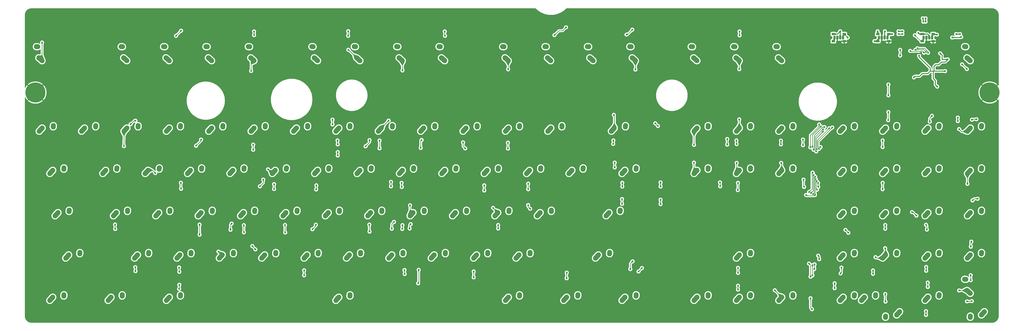
<source format=gbr>
%TF.GenerationSoftware,KiCad,Pcbnew,7.99.0-999-ge1db4e0694*%
%TF.CreationDate,2023-07-03T12:06:06-04:00*%
%TF.ProjectId,aek,61656b2e-6b69-4636-9164-5f7063625858,rev?*%
%TF.SameCoordinates,Original*%
%TF.FileFunction,Copper,L1,Top*%
%TF.FilePolarity,Positive*%
%FSLAX46Y46*%
G04 Gerber Fmt 4.6, Leading zero omitted, Abs format (unit mm)*
G04 Created by KiCad (PCBNEW 7.99.0-999-ge1db4e0694) date 2023-07-03 12:06:06*
%MOMM*%
%LPD*%
G01*
G04 APERTURE LIST*
G04 Aperture macros list*
%AMHorizOval*
0 Thick line with rounded ends*
0 $1 width*
0 $2 $3 position (X,Y) of the first rounded end (center of the circle)*
0 $4 $5 position (X,Y) of the second rounded end (center of the circle)*
0 Add line between two ends*
20,1,$1,$2,$3,$4,$5,0*
0 Add two circle primitives to create the rounded ends*
1,1,$1,$2,$3*
1,1,$1,$4,$5*%
G04 Aperture macros list end*
%TA.AperFunction,SMDPad,CuDef*%
%ADD10R,1.500000X1.000000*%
%TD*%
%TA.AperFunction,ComponentPad*%
%ADD11O,1.070000X1.800000*%
%TD*%
%TA.AperFunction,ComponentPad*%
%ADD12R,1.070000X1.800000*%
%TD*%
%TA.AperFunction,ComponentPad*%
%ADD13C,9.000000*%
%TD*%
%TA.AperFunction,ComponentPad*%
%ADD14HorizOval,2.250000X0.655001X0.730000X-0.655001X-0.730000X0*%
%TD*%
%TA.AperFunction,ComponentPad*%
%ADD15C,2.250000*%
%TD*%
%TA.AperFunction,ComponentPad*%
%ADD16HorizOval,2.250000X0.020000X0.290000X-0.020000X-0.290000X0*%
%TD*%
%TA.AperFunction,ComponentPad*%
%ADD17HorizOval,2.250000X-0.730000X0.655001X0.730000X-0.655001X0*%
%TD*%
%TA.AperFunction,ComponentPad*%
%ADD18HorizOval,2.250000X-0.290000X0.020000X0.290000X-0.020000X0*%
%TD*%
%TA.AperFunction,ComponentPad*%
%ADD19HorizOval,2.250000X-0.655001X-0.730000X0.655001X0.730000X0*%
%TD*%
%TA.AperFunction,ComponentPad*%
%ADD20HorizOval,2.250000X-0.020000X-0.290000X0.020000X0.290000X0*%
%TD*%
%TA.AperFunction,ViaPad*%
%ADD21C,0.800000*%
%TD*%
%TA.AperFunction,Conductor*%
%ADD22C,0.400000*%
%TD*%
%TA.AperFunction,Conductor*%
%ADD23C,0.500000*%
%TD*%
%TA.AperFunction,Conductor*%
%ADD24C,0.250000*%
%TD*%
G04 APERTURE END LIST*
D10*
%TO.P,LED1,1,VCC*%
%TO.N,+5V*%
X382454000Y-26416000D03*
D11*
X385539000Y-28016000D03*
D10*
%TO.P,LED1,2,DOUT*%
%TO.N,unconnected-(LED1-DOUT-Pad2)*%
X382454000Y-29616000D03*
D11*
X382999000Y-28016000D03*
D12*
%TO.P,LED1,3,GND*%
%TO.N,GND*%
X384269000Y-28016000D03*
D10*
X387354000Y-29616000D03*
D11*
%TO.P,LED1,4,DIN*%
%TO.N,Net-(LED1-DIN)*%
X386809000Y-28016000D03*
D10*
X387354000Y-26416000D03*
%TD*%
%TO.P,LED2,1,VCC*%
%TO.N,+5V*%
X402454000Y-26416000D03*
D11*
X405539000Y-28016000D03*
D10*
%TO.P,LED2,2,DOUT*%
%TO.N,Net-(LED1-DIN)*%
X402454000Y-29616000D03*
D11*
X402999000Y-28016000D03*
D12*
%TO.P,LED2,3,GND*%
%TO.N,GND*%
X404269000Y-28016000D03*
D10*
X407354000Y-29616000D03*
D11*
%TO.P,LED2,4,DIN*%
%TO.N,Net-(LED2-DIN)*%
X406809000Y-28016000D03*
D10*
X407354000Y-26416000D03*
%TD*%
%TO.P,LED3,1,VCC*%
%TO.N,+5V*%
X422454000Y-26416000D03*
D11*
X425539000Y-28016000D03*
D10*
%TO.P,LED3,2,DOUT*%
%TO.N,Net-(LED2-DIN)*%
X422454000Y-29616000D03*
D11*
X422999000Y-28016000D03*
D12*
%TO.P,LED3,3,GND*%
%TO.N,GND*%
X424269000Y-28016000D03*
D10*
X427354000Y-29616000D03*
D11*
%TO.P,LED3,4,DIN*%
%TO.N,LEDDIN*%
X426809000Y-28016000D03*
D10*
X427354000Y-26416000D03*
%TD*%
D13*
%TO.P,H2,1,1*%
%TO.N,GND*%
X452698000Y-52734000D03*
%TD*%
D14*
%TO.P,SW_0,1,COL*%
%TO.N,COL5*%
X216682001Y-69437500D03*
D15*
X217337000Y-68707500D03*
D16*
%TO.P,SW_0,2,ROW*%
%TO.N,Net-(D57-A)*%
X222357000Y-67917500D03*
D15*
X222377000Y-67627500D03*
%TD*%
D14*
%TO.P,SW_1,1,COL*%
%TO.N,COL0*%
X45232001Y-69437500D03*
D15*
X45887000Y-68707500D03*
D16*
%TO.P,SW_1,2,ROW*%
%TO.N,Net-(D11-A)*%
X50907000Y-67917500D03*
D15*
X50927000Y-67627500D03*
%TD*%
D14*
%TO.P,SW_2,1,COL*%
%TO.N,COL1*%
X64282001Y-69437500D03*
D15*
X64937000Y-68707500D03*
D16*
%TO.P,SW_2,2,ROW*%
%TO.N,Net-(D13-A)*%
X69957000Y-67917500D03*
D15*
X69977000Y-67627500D03*
%TD*%
D14*
%TO.P,SW_3,1,COL*%
%TO.N,COL1*%
X83332001Y-69437500D03*
D15*
X83987000Y-68707500D03*
D16*
%TO.P,SW_3,2,ROW*%
%TO.N,Net-(D21-A)*%
X89007000Y-67917500D03*
D15*
X89027000Y-67627500D03*
%TD*%
D14*
%TO.P,SW_6,1,COL*%
%TO.N,COL3*%
X140482001Y-69437500D03*
D15*
X141137000Y-68707500D03*
D16*
%TO.P,SW_6,2,ROW*%
%TO.N,Net-(D35-A)*%
X146157000Y-67917500D03*
D15*
X146177000Y-67627500D03*
%TD*%
D14*
%TO.P,SW_7,1,COL*%
%TO.N,COL3*%
X159532001Y-69437500D03*
D15*
X160187000Y-68707500D03*
D16*
%TO.P,SW_7,2,ROW*%
%TO.N,Net-(D42-A)*%
X165207000Y-67917500D03*
D15*
X165227000Y-67627500D03*
%TD*%
D14*
%TO.P,SW_8,1,COL*%
%TO.N,COL4*%
X178582001Y-69437500D03*
D15*
X179237000Y-68707500D03*
D16*
%TO.P,SW_8,2,ROW*%
%TO.N,Net-(D46-A)*%
X184257000Y-67917500D03*
D15*
X184277000Y-67627500D03*
%TD*%
D14*
%TO.P,SW_9,1,COL*%
%TO.N,COL4*%
X197632001Y-69437500D03*
D15*
X198287000Y-68707500D03*
D16*
%TO.P,SW_9,2,ROW*%
%TO.N,Net-(D54-A)*%
X203307000Y-67917500D03*
D15*
X203327000Y-67627500D03*
%TD*%
D14*
%TO.P,SW_A1,1,COL*%
%TO.N,COL0*%
X59519501Y-107537500D03*
D15*
X60174500Y-106807500D03*
D16*
%TO.P,SW_A1,2,ROW*%
%TO.N,Net-(D9-A)*%
X65194500Y-106017500D03*
D15*
X65214500Y-105727500D03*
%TD*%
D14*
%TO.P,SW_APOS1,1,COL*%
%TO.N,COL5*%
X250019501Y-107537500D03*
D15*
X250674500Y-106807500D03*
D16*
%TO.P,SW_APOS1,2,ROW*%
%TO.N,Net-(D63-A)*%
X255694500Y-106017500D03*
D15*
X255714500Y-105727500D03*
%TD*%
D14*
%TO.P,SW_B1,1,COL*%
%TO.N,COL2*%
X145244501Y-126587500D03*
D15*
X145899500Y-125857500D03*
D16*
%TO.P,SW_B1,2,ROW*%
%TO.N,Net-(D29-A)*%
X150919500Y-125067500D03*
D15*
X150939500Y-124777500D03*
%TD*%
D14*
%TO.P,SW_BACKSP1,1,COL*%
%TO.N,COL6*%
X283357001Y-69437500D03*
D15*
X284012000Y-68707500D03*
D16*
%TO.P,SW_BACKSP1,2,ROW*%
%TO.N,Net-(D76-A)*%
X289032000Y-67917500D03*
D15*
X289052000Y-67627500D03*
%TD*%
D14*
%TO.P,SW_BKSLS1,1,COL*%
%TO.N,COL6*%
X288119501Y-88487500D03*
D15*
X288774500Y-87757500D03*
D16*
%TO.P,SW_BKSLS1,2,ROW*%
%TO.N,Net-(D70-A)*%
X293794500Y-86967500D03*
D15*
X293814500Y-86677500D03*
%TD*%
D14*
%TO.P,SW_C1,1,COL*%
%TO.N,COL1*%
X107144501Y-126587500D03*
D15*
X107799500Y-125857500D03*
D16*
%TO.P,SW_C1,2,ROW*%
%TO.N,Net-(D18-A)*%
X112819500Y-125067500D03*
D15*
X112839500Y-124777500D03*
%TD*%
D14*
%TO.P,SW_CAP1,1,COL*%
%TO.N,COL0*%
X33325751Y-107537500D03*
D15*
X33980750Y-106807500D03*
D16*
%TO.P,SW_CAP1,2,ROW*%
%TO.N,Net-(D4-A)*%
X39000750Y-106017500D03*
D15*
X39020750Y-105727500D03*
%TD*%
D14*
%TO.P,SW_COLON1,1,COL*%
%TO.N,COL5*%
X230969501Y-107537500D03*
D15*
X231624500Y-106807500D03*
D16*
%TO.P,SW_COLON1,2,ROW*%
%TO.N,Net-(D59-A)*%
X236644500Y-106017500D03*
D15*
X236664500Y-105727500D03*
%TD*%
D14*
%TO.P,SW_COMMA1,1,COL*%
%TO.N,COL4*%
X202394501Y-126587500D03*
D15*
X203049500Y-125857500D03*
D16*
%TO.P,SW_COMMA1,2,ROW*%
%TO.N,Net-(D49-A)*%
X208069500Y-125067500D03*
D15*
X208089500Y-124777500D03*
%TD*%
D14*
%TO.P,SW_D1,1,COL*%
%TO.N,COL1*%
X97619501Y-107537500D03*
D15*
X98274500Y-106807500D03*
D16*
%TO.P,SW_D1,2,ROW*%
%TO.N,Net-(D19-A)*%
X103294500Y-106017500D03*
D15*
X103314500Y-105727500D03*
%TD*%
D14*
%TO.P,SW_DEL1,1,COL*%
%TO.N,COL6*%
X320504501Y-88487500D03*
D15*
X321159500Y-87757500D03*
D16*
%TO.P,SW_DEL1,2,ROW*%
%TO.N,Net-(D74-A)*%
X326179500Y-86967500D03*
D15*
X326199500Y-86677500D03*
%TD*%
D14*
%TO.P,SW_DOWN1,1,COL*%
%TO.N,COL7*%
X339554501Y-145637500D03*
D15*
X340209500Y-144907500D03*
D16*
%TO.P,SW_DOWN1,2,ROW*%
%TO.N,Net-(D82-A)*%
X345229500Y-144117500D03*
D15*
X345249500Y-143827500D03*
%TD*%
D14*
%TO.P,SW_E1,1,COL*%
%TO.N,COL1*%
X92857001Y-88487500D03*
D15*
X93512000Y-87757500D03*
D16*
%TO.P,SW_E1,2,ROW*%
%TO.N,Net-(D20-A)*%
X98532000Y-86967500D03*
D15*
X98552000Y-86677500D03*
%TD*%
D14*
%TO.P,SW_END1,1,COL*%
%TO.N,COL7*%
X339554501Y-88487500D03*
D15*
X340209500Y-87757500D03*
D16*
%TO.P,SW_END1,2,ROW*%
%TO.N,Net-(D80-A)*%
X345229500Y-86967500D03*
D15*
X345249500Y-86677500D03*
%TD*%
D14*
%TO.P,SW_ENTER1,1,COL*%
%TO.N,COL6*%
X280975751Y-107537500D03*
D15*
X281630750Y-106807500D03*
D16*
%TO.P,SW_ENTER1,2,ROW*%
%TO.N,Net-(D71-A)*%
X286650750Y-106017500D03*
D15*
X286670750Y-105727500D03*
%TD*%
D14*
%TO.P,SW_EQ1,1,COL*%
%TO.N,COL6*%
X254782001Y-69437500D03*
D15*
X255437000Y-68707500D03*
D16*
%TO.P,SW_EQ1,2,ROW*%
%TO.N,Net-(D68-A)*%
X260457000Y-67917500D03*
D15*
X260477000Y-67627500D03*
%TD*%
D17*
%TO.P,SW_ESC1,1,COL*%
%TO.N,COL0*%
X26067000Y-37762499D03*
D15*
X25337000Y-37107500D03*
D18*
%TO.P,SW_ESC1,2,ROW*%
%TO.N,Net-(D1-A)*%
X24547000Y-32087500D03*
D15*
X24257000Y-32067500D03*
%TD*%
D17*
%TO.P,SW_F1,1,COL*%
%TO.N,COL1*%
X64167000Y-37762499D03*
D15*
X63437000Y-37107500D03*
D18*
%TO.P,SW_F1,2,ROW*%
%TO.N,Net-(D12-A)*%
X62647000Y-32087500D03*
D15*
X62357000Y-32067500D03*
%TD*%
D17*
%TO.P,SW_F2,1,COL*%
%TO.N,COL1*%
X83217000Y-37762499D03*
D15*
X82487000Y-37107500D03*
D18*
%TO.P,SW_F2,2,ROW*%
%TO.N,Net-(D22-A)*%
X81697000Y-32087500D03*
D15*
X81407000Y-32067500D03*
%TD*%
D17*
%TO.P,SW_F3,1,COL*%
%TO.N,COL2*%
X102267000Y-37762499D03*
D15*
X101537000Y-37107500D03*
D18*
%TO.P,SW_F3,2,ROW*%
%TO.N,Net-(D23-A)*%
X100747000Y-32087500D03*
D15*
X100457000Y-32067500D03*
%TD*%
D17*
%TO.P,SW_F4,1,COL*%
%TO.N,COL2*%
X121317000Y-37762499D03*
D15*
X120587000Y-37107500D03*
D18*
%TO.P,SW_F4,2,ROW*%
%TO.N,Net-(D33-A)*%
X119797000Y-32087500D03*
D15*
X119507000Y-32067500D03*
%TD*%
D17*
%TO.P,SW_F5,1,COL*%
%TO.N,COL3*%
X149892000Y-37762499D03*
D15*
X149162000Y-37107500D03*
D18*
%TO.P,SW_F5,2,ROW*%
%TO.N,Net-(D34-A)*%
X148372000Y-32087500D03*
D15*
X148082000Y-32067500D03*
%TD*%
D17*
%TO.P,SW_F6,1,COL*%
%TO.N,COL3*%
X168942000Y-37762499D03*
D15*
X168212000Y-37107500D03*
D18*
%TO.P,SW_F6,2,ROW*%
%TO.N,Net-(D44-A)*%
X167422000Y-32087500D03*
D15*
X167132000Y-32067500D03*
%TD*%
D17*
%TO.P,SW_F7,1,COL*%
%TO.N,COL4*%
X187992000Y-37762499D03*
D15*
X187262000Y-37107500D03*
D18*
%TO.P,SW_F7,2,ROW*%
%TO.N,Net-(D45-A)*%
X186472000Y-32087500D03*
D15*
X186182000Y-32067500D03*
%TD*%
D17*
%TO.P,SW_F8,1,COL*%
%TO.N,COL4*%
X207042000Y-37762499D03*
D15*
X206312000Y-37107500D03*
D18*
%TO.P,SW_F8,2,ROW*%
%TO.N,Net-(D55-A)*%
X205522000Y-32087500D03*
D15*
X205232000Y-32067500D03*
%TD*%
D17*
%TO.P,SW_F9,1,COL*%
%TO.N,COL5*%
X235617000Y-37762499D03*
D15*
X234887000Y-37107500D03*
D18*
%TO.P,SW_F9,2,ROW*%
%TO.N,Net-(D56-A)*%
X234097000Y-32087500D03*
D15*
X233807000Y-32067500D03*
%TD*%
D17*
%TO.P,SW_F10,1,COL*%
%TO.N,COL5*%
X254667000Y-37762499D03*
D15*
X253937000Y-37107500D03*
D18*
%TO.P,SW_F10,2,ROW*%
%TO.N,Net-(D66-A)*%
X253147000Y-32087500D03*
D15*
X252857000Y-32067500D03*
%TD*%
D17*
%TO.P,SW_F11,1,COL*%
%TO.N,COL6*%
X273717000Y-37762499D03*
D15*
X272987000Y-37107500D03*
D18*
%TO.P,SW_F11,2,ROW*%
%TO.N,Net-(D67-A)*%
X272197000Y-32087500D03*
D15*
X271907000Y-32067500D03*
%TD*%
D17*
%TO.P,SW_F12,1,COL*%
%TO.N,COL6*%
X292767000Y-37762499D03*
D15*
X292037000Y-37107500D03*
D18*
%TO.P,SW_F12,2,ROW*%
%TO.N,Net-(D77-A)*%
X291247000Y-32087500D03*
D15*
X290957000Y-32067500D03*
%TD*%
D14*
%TO.P,SW_F13,1,COL*%
%TO.N,COL2*%
X116669501Y-107537500D03*
D15*
X117324500Y-106807500D03*
D16*
%TO.P,SW_F13,2,ROW*%
%TO.N,Net-(D26-A)*%
X122344500Y-106017500D03*
D15*
X122364500Y-105727500D03*
%TD*%
D14*
%TO.P,SW_G1,1,COL*%
%TO.N,COL2*%
X135719501Y-107537500D03*
D15*
X136374500Y-106807500D03*
D16*
%TO.P,SW_G1,2,ROW*%
%TO.N,Net-(D30-A)*%
X141394500Y-106017500D03*
D15*
X141414500Y-105727500D03*
%TD*%
D14*
%TO.P,SW_H1,1,COL*%
%TO.N,COL3*%
X154769501Y-107537500D03*
D15*
X155424500Y-106807500D03*
D16*
%TO.P,SW_H1,2,ROW*%
%TO.N,Net-(D37-A)*%
X160444500Y-106017500D03*
D15*
X160464500Y-105727500D03*
%TD*%
D14*
%TO.P,SW_HOME1,1,COL*%
%TO.N,COL7*%
X339554501Y-69437500D03*
D15*
X340209500Y-68707500D03*
D16*
%TO.P,SW_HOME1,2,ROW*%
%TO.N,Net-(D79-A)*%
X345229500Y-67917500D03*
D15*
X345249500Y-67627500D03*
%TD*%
D14*
%TO.P,SW_I1,1,COL*%
%TO.N,COL4*%
X188107001Y-88487500D03*
D15*
X188762000Y-87757500D03*
D16*
%TO.P,SW_I1,2,ROW*%
%TO.N,Net-(D47-A)*%
X193782000Y-86967500D03*
D15*
X193802000Y-86677500D03*
%TD*%
D14*
%TO.P,SW_INS1,1,COL*%
%TO.N,COL6*%
X320504501Y-69437500D03*
D15*
X321159500Y-68707500D03*
D16*
%TO.P,SW_INS1,2,ROW*%
%TO.N,Net-(D75-A)*%
X326179500Y-67917500D03*
D15*
X326199500Y-67627500D03*
%TD*%
D14*
%TO.P,SW_J1,1,COL*%
%TO.N,COL3*%
X173819501Y-107537500D03*
D15*
X174474500Y-106807500D03*
D16*
%TO.P,SW_J1,2,ROW*%
%TO.N,Net-(D40-A)*%
X179494500Y-106017500D03*
D15*
X179514500Y-105727500D03*
%TD*%
D14*
%TO.P,SW_K1,1,COL*%
%TO.N,COL4*%
X192869501Y-107537500D03*
D15*
X193524500Y-106807500D03*
D16*
%TO.P,SW_K1,2,ROW*%
%TO.N,Net-(D48-A)*%
X198544500Y-106017500D03*
D15*
X198564500Y-105727500D03*
%TD*%
D14*
%TO.P,SW_KP0,1,COL*%
%TO.N,COL7*%
X395752001Y-145637500D03*
D15*
X396407000Y-144907500D03*
D16*
%TO.P,SW_KP0,2,ROW*%
%TO.N,Net-(D84-A)*%
X401427000Y-144117500D03*
D15*
X401447000Y-143827500D03*
%TD*%
D14*
%TO.P,SW_KP1,1,COL*%
%TO.N,COL7*%
X386227001Y-126587500D03*
D15*
X386882000Y-125857500D03*
D16*
%TO.P,SW_KP1,2,ROW*%
%TO.N,Net-(D85-A)*%
X391902000Y-125067500D03*
D15*
X391922000Y-124777500D03*
%TD*%
D14*
%TO.P,SW_KP2,1,COL*%
%TO.N,COL8*%
X405277001Y-126587500D03*
D15*
X405932000Y-125857500D03*
D16*
%TO.P,SW_KP2,2,ROW*%
%TO.N,Net-(D93-A)*%
X410952000Y-125067500D03*
D15*
X410972000Y-124777500D03*
%TD*%
D14*
%TO.P,SW_KP3,1,COL*%
%TO.N,COL8*%
X424327001Y-126587500D03*
D15*
X424982000Y-125857500D03*
D16*
%TO.P,SW_KP3,2,ROW*%
%TO.N,Net-(D95-A)*%
X430002000Y-125067500D03*
D15*
X430022000Y-124777500D03*
%TD*%
D14*
%TO.P,SW_KP4,1,COL*%
%TO.N,COL8*%
X386227001Y-107537500D03*
D15*
X386882000Y-106807500D03*
D16*
%TO.P,SW_KP4,2,ROW*%
%TO.N,Net-(D92-A)*%
X391902000Y-106017500D03*
D15*
X391922000Y-105727500D03*
%TD*%
D14*
%TO.P,SW_KP5,1,COL*%
%TO.N,COL8*%
X405277001Y-107537500D03*
D15*
X405932000Y-106807500D03*
D16*
%TO.P,SW_KP5,2,ROW*%
%TO.N,Net-(D97-A)*%
X410952000Y-106017500D03*
D15*
X410972000Y-105727500D03*
%TD*%
D14*
%TO.P,SW_KP6,1,COL*%
%TO.N,COL8*%
X424327001Y-107537500D03*
D15*
X424982000Y-106807500D03*
D16*
%TO.P,SW_KP6,2,ROW*%
%TO.N,Net-(D96-A)*%
X430002000Y-106017500D03*
D15*
X430022000Y-105727500D03*
%TD*%
D14*
%TO.P,SW_KP7,1,COL*%
%TO.N,COL8*%
X386227001Y-88487500D03*
D15*
X386882000Y-87757500D03*
D16*
%TO.P,SW_KP7,2,ROW*%
%TO.N,Net-(D91-A)*%
X391902000Y-86967500D03*
D15*
X391922000Y-86677500D03*
%TD*%
D14*
%TO.P,SW_KP8,1,COL*%
%TO.N,COL8*%
X405277001Y-88487500D03*
D15*
X405932000Y-87757500D03*
D16*
%TO.P,SW_KP8,2,ROW*%
%TO.N,Net-(D98-A)*%
X410952000Y-86967500D03*
D15*
X410972000Y-86677500D03*
%TD*%
D14*
%TO.P,SW_KP9,1,COL*%
%TO.N,COL9*%
X424327001Y-88487500D03*
D15*
X424982000Y-87757500D03*
D16*
%TO.P,SW_KP9,2,ROW*%
%TO.N,Net-(D102-A)*%
X430002000Y-86967500D03*
D15*
X430022000Y-86677500D03*
%TD*%
D14*
%TO.P,SW_KPASTR1,1,COL*%
%TO.N,COL9*%
X443377001Y-69437500D03*
D15*
X444032000Y-68707500D03*
D16*
%TO.P,SW_KPASTR1,2,ROW*%
%TO.N,Net-(D110-A)*%
X449052000Y-67917500D03*
D15*
X449072000Y-67627500D03*
%TD*%
D17*
%TO.P,SW_KPENTER1,1,COL*%
%TO.N,COL9*%
X443262000Y-142537499D03*
D15*
X442532000Y-141882500D03*
D18*
%TO.P,SW_KPENTER1,2,ROW*%
%TO.N,Net-(D104-A)*%
X441742000Y-136862500D03*
D15*
X441452000Y-136842500D03*
%TD*%
D14*
%TO.P,SW_KPEQ1,1,COL*%
%TO.N,COL8*%
X405277001Y-69437500D03*
D15*
X405932000Y-68707500D03*
D16*
%TO.P,SW_KPEQ1,2,ROW*%
%TO.N,Net-(D99-A)*%
X410952000Y-67917500D03*
D15*
X410972000Y-67627500D03*
%TD*%
D14*
%TO.P,SW_KPMINUS1,1,COL*%
%TO.N,COL9*%
X443377001Y-88487500D03*
D15*
X444032000Y-87757500D03*
D16*
%TO.P,SW_KPMINUS1,2,ROW*%
%TO.N,Net-(D109-A)*%
X449052000Y-86967500D03*
D15*
X449072000Y-86677500D03*
%TD*%
D14*
%TO.P,SW_KPPER1,1,COL*%
%TO.N,COL8*%
X424327001Y-145637500D03*
D15*
X424982000Y-144907500D03*
D16*
%TO.P,SW_KPPER1,2,ROW*%
%TO.N,Net-(D94-A)*%
X430002000Y-144117500D03*
D15*
X430022000Y-143827500D03*
%TD*%
D14*
%TO.P,SW_KPPLUS1,1,COL*%
%TO.N,COL9*%
X443377001Y-107537500D03*
D15*
X444032000Y-106807500D03*
D16*
%TO.P,SW_KPPLUS1,2,ROW*%
%TO.N,Net-(D103-A)*%
X449052000Y-106017500D03*
D15*
X449072000Y-105727500D03*
%TD*%
D14*
%TO.P,SW_L1,1,COL*%
%TO.N,COL4*%
X211919501Y-107537500D03*
D15*
X212574500Y-106807500D03*
D16*
%TO.P,SW_L1,2,ROW*%
%TO.N,Net-(D52-A)*%
X217594500Y-106017500D03*
D15*
X217614500Y-105727500D03*
%TD*%
D14*
%TO.P,SW_LALT1,1,COL*%
%TO.N,COL1*%
X83332001Y-145637500D03*
D15*
X83987000Y-144907500D03*
D16*
%TO.P,SW_LALT1,2,ROW*%
%TO.N,Net-(D17-A)*%
X89007000Y-144117500D03*
D15*
X89027000Y-143827500D03*
%TD*%
D14*
%TO.P,SW_LBRAC1,1,COL*%
%TO.N,COL5*%
X245257001Y-88487500D03*
D15*
X245912000Y-87757500D03*
D16*
%TO.P,SW_LBRAC1,2,ROW*%
%TO.N,Net-(D64-A)*%
X250932000Y-86967500D03*
D15*
X250952000Y-86677500D03*
%TD*%
D14*
%TO.P,SW_LCTR1,1,COL*%
%TO.N,COL0*%
X30944501Y-145637500D03*
D15*
X31599500Y-144907500D03*
D16*
%TO.P,SW_LCTR1,2,ROW*%
%TO.N,Net-(D6-A)*%
X36619500Y-144117500D03*
D15*
X36639500Y-143827500D03*
%TD*%
D14*
%TO.P,SW_LEFT1,1,COL*%
%TO.N,COL6*%
X320504501Y-145637500D03*
D15*
X321159500Y-144907500D03*
D16*
%TO.P,SW_LEFT1,2,ROW*%
%TO.N,Net-(D73-A)*%
X326179500Y-144117500D03*
D15*
X326199500Y-143827500D03*
%TD*%
D14*
%TO.P,SW_LMOD1,1,COL*%
%TO.N,COL0*%
X57138251Y-145637500D03*
D15*
X57793250Y-144907500D03*
D16*
%TO.P,SW_LMOD1,2,ROW*%
%TO.N,Net-(D7-A)*%
X62813250Y-144117500D03*
D15*
X62833250Y-143827500D03*
%TD*%
D14*
%TO.P,SW_LSH1,1,COL*%
%TO.N,COL0*%
X38088251Y-126587500D03*
D15*
X38743250Y-125857500D03*
D16*
%TO.P,SW_LSH1,2,ROW*%
%TO.N,Net-(D5-A)*%
X43763250Y-125067500D03*
D15*
X43783250Y-124777500D03*
%TD*%
D14*
%TO.P,SW_M1,1,COL*%
%TO.N,COL3*%
X183344501Y-126587500D03*
D15*
X183999500Y-125857500D03*
D16*
%TO.P,SW_M1,2,ROW*%
%TO.N,Net-(D39-A)*%
X189019500Y-125067500D03*
D15*
X189039500Y-124777500D03*
%TD*%
D14*
%TO.P,SW_MINUS1,1,COL*%
%TO.N,COL5*%
X235732001Y-69437500D03*
D15*
X236387000Y-68707500D03*
D16*
%TO.P,SW_MINUS1,2,ROW*%
%TO.N,Net-(D65-A)*%
X241407000Y-67917500D03*
D15*
X241427000Y-67627500D03*
%TD*%
D14*
%TO.P,SW_N1,1,COL*%
%TO.N,COL3*%
X164294501Y-126587500D03*
D15*
X164949500Y-125857500D03*
D16*
%TO.P,SW_N1,2,ROW*%
%TO.N,Net-(D38-A)*%
X169969500Y-125067500D03*
D15*
X169989500Y-124777500D03*
%TD*%
D14*
%TO.P,SW_O1,1,COL*%
%TO.N,COL4*%
X207157001Y-88487500D03*
D15*
X207812000Y-87757500D03*
D16*
%TO.P,SW_O1,2,ROW*%
%TO.N,Net-(D53-A)*%
X212832000Y-86967500D03*
D15*
X212852000Y-86677500D03*
%TD*%
D14*
%TO.P,SW_P1,1,COL*%
%TO.N,COL5*%
X226207001Y-88487500D03*
D15*
X226862000Y-87757500D03*
D16*
%TO.P,SW_P1,2,ROW*%
%TO.N,Net-(D58-A)*%
X231882000Y-86967500D03*
D15*
X231902000Y-86677500D03*
%TD*%
D17*
%TO.P,SW_PAUSE1,1,COL*%
%TO.N,COL8*%
X358489500Y-37762499D03*
D15*
X357759500Y-37107500D03*
D18*
%TO.P,SW_PAUSE1,2,ROW*%
%TO.N,Net-(D89-A)*%
X356969500Y-32087500D03*
D15*
X356679500Y-32067500D03*
%TD*%
D14*
%TO.P,SW_PERIOD1,1,COL*%
%TO.N,COL4*%
X221444501Y-126587500D03*
D15*
X222099500Y-125857500D03*
D16*
%TO.P,SW_PERIOD1,2,ROW*%
%TO.N,Net-(D51-A)*%
X227119500Y-125067500D03*
D15*
X227139500Y-124777500D03*
%TD*%
D14*
%TO.P,SW_PGDN1,1,COL*%
%TO.N,COL7*%
X358604501Y-88487500D03*
D15*
X359259500Y-87757500D03*
D16*
%TO.P,SW_PGDN1,2,ROW*%
%TO.N,Net-(D86-A)*%
X364279500Y-86967500D03*
D15*
X364299500Y-86677500D03*
%TD*%
D14*
%TO.P,SW_PGUP1,1,COL*%
%TO.N,COL7*%
X358604501Y-69437500D03*
D15*
X359259500Y-68707500D03*
D16*
%TO.P,SW_PGUP1,2,ROW*%
%TO.N,Net-(D87-A)*%
X364279500Y-67917500D03*
D15*
X364299500Y-67627500D03*
%TD*%
D17*
%TO.P,SW_POW1,1,COL*%
%TO.N,COL9*%
X443262000Y-37762499D03*
D15*
X442532000Y-37107500D03*
D18*
%TO.P,SW_POW1,2,ROW*%
%TO.N,Net-(D100-A)*%
X441742000Y-32087500D03*
D15*
X441452000Y-32067500D03*
%TD*%
D17*
%TO.P,SW_PRSC1,1,COL*%
%TO.N,COL7*%
X320389500Y-37762499D03*
D15*
X319659500Y-37107500D03*
D18*
%TO.P,SW_PRSC1,2,ROW*%
%TO.N,Net-(D78-A)*%
X318869500Y-32087500D03*
D15*
X318579500Y-32067500D03*
%TD*%
D14*
%TO.P,SW_Q1,1,COL*%
%TO.N,COL0*%
X54757001Y-88487500D03*
D15*
X55412000Y-87757500D03*
D16*
%TO.P,SW_Q1,2,ROW*%
%TO.N,Net-(D10-A)*%
X60432000Y-86967500D03*
D15*
X60452000Y-86677500D03*
%TD*%
D14*
%TO.P,SW_R1,1,COL*%
%TO.N,COL2*%
X111907001Y-88487500D03*
D15*
X112562000Y-87757500D03*
D16*
%TO.P,SW_R1,2,ROW*%
%TO.N,Net-(D25-A)*%
X117582000Y-86967500D03*
D15*
X117602000Y-86677500D03*
%TD*%
D14*
%TO.P,SW_RALT1,1,COL*%
%TO.N,COL4*%
X235732001Y-145637500D03*
D15*
X236387000Y-144907500D03*
D16*
%TO.P,SW_RALT1,2,ROW*%
%TO.N,Net-(D50-A)*%
X241407000Y-144117500D03*
D15*
X241427000Y-143827500D03*
%TD*%
D14*
%TO.P,SW_RBRAC1,1,COL*%
%TO.N,COL6*%
X264307001Y-88487500D03*
D15*
X264962000Y-87757500D03*
D16*
%TO.P,SW_RBRAC1,2,ROW*%
%TO.N,Net-(D69-A)*%
X269982000Y-86967500D03*
D15*
X270002000Y-86677500D03*
%TD*%
D14*
%TO.P,SW_RCTR1,1,COL*%
%TO.N,COL6*%
X288119501Y-145637500D03*
D15*
X288774500Y-144907500D03*
D16*
%TO.P,SW_RCTR1,2,ROW*%
%TO.N,Net-(D72-A)*%
X293794500Y-144117500D03*
D15*
X293814500Y-143827500D03*
%TD*%
D14*
%TO.P,SW_RIGHT1,1,COL*%
%TO.N,COL7*%
X358604501Y-145637500D03*
D15*
X359259500Y-144907500D03*
D16*
%TO.P,SW_RIGHT1,2,ROW*%
%TO.N,Net-(D83-A)*%
X364279500Y-144117500D03*
D15*
X364299500Y-143827500D03*
%TD*%
D14*
%TO.P,SW_RMOD1,1,COL*%
%TO.N,COL5*%
X261925751Y-145637500D03*
D15*
X262580750Y-144907500D03*
D16*
%TO.P,SW_RMOD1,2,ROW*%
%TO.N,Net-(D61-A)*%
X267600750Y-144117500D03*
D15*
X267620750Y-143827500D03*
%TD*%
D14*
%TO.P,SW_RSH1,1,COL*%
%TO.N,COL5*%
X276213251Y-126587500D03*
D15*
X276868250Y-125857500D03*
D16*
%TO.P,SW_RSH1,2,ROW*%
%TO.N,Net-(D62-A)*%
X281888250Y-125067500D03*
D15*
X281908250Y-124777500D03*
%TD*%
D14*
%TO.P,SW_S1,1,COL*%
%TO.N,COL1*%
X78569501Y-107537500D03*
D15*
X79224500Y-106807500D03*
D16*
%TO.P,SW_S1,2,ROW*%
%TO.N,Net-(D15-A)*%
X84244500Y-106017500D03*
D15*
X84264500Y-105727500D03*
%TD*%
D17*
%TO.P,SW_SCLK1,1,COL*%
%TO.N,COL7*%
X339439500Y-37762499D03*
D15*
X338709500Y-37107500D03*
D18*
%TO.P,SW_SCLK1,2,ROW*%
%TO.N,Net-(D88-A)*%
X337919500Y-32087500D03*
D15*
X337629500Y-32067500D03*
%TD*%
D14*
%TO.P,SW_SLASH1,1,COL*%
%TO.N,COL5*%
X240494501Y-126587500D03*
D15*
X241149500Y-125857500D03*
D16*
%TO.P,SW_SLASH1,2,ROW*%
%TO.N,Net-(D60-A)*%
X246169500Y-125067500D03*
D15*
X246189500Y-124777500D03*
%TD*%
D14*
%TO.P,SW_SPACE1,1,COL*%
%TO.N,COL2*%
X159532001Y-145637500D03*
D15*
X160187000Y-144907500D03*
D16*
%TO.P,SW_SPACE1,2,ROW*%
%TO.N,Net-(D28-A)*%
X165207000Y-144117500D03*
D15*
X165227000Y-143827500D03*
%TD*%
D14*
%TO.P,SW_T1,1,COL*%
%TO.N,COL2*%
X130957001Y-88487500D03*
D15*
X131612000Y-87757500D03*
D16*
%TO.P,SW_T1,2,ROW*%
%TO.N,Net-(D31-A)*%
X136632000Y-86967500D03*
D15*
X136652000Y-86677500D03*
%TD*%
D14*
%TO.P,SW_TAB1,1,COL*%
%TO.N,COL0*%
X30944501Y-88487500D03*
D15*
X31599500Y-87757500D03*
D16*
%TO.P,SW_TAB1,2,ROW*%
%TO.N,Net-(D3-A)*%
X36619500Y-86967500D03*
D15*
X36639500Y-86677500D03*
%TD*%
D14*
%TO.P,SW_TICK1,1,COL*%
%TO.N,COL0*%
X26182001Y-69437500D03*
D15*
X26837000Y-68707500D03*
D16*
%TO.P,SW_TICK1,2,ROW*%
%TO.N,Net-(D2-A)*%
X31857000Y-67917500D03*
D15*
X31877000Y-67627500D03*
%TD*%
D14*
%TO.P,SW_U1,1,COL*%
%TO.N,COL3*%
X169057001Y-88487500D03*
D15*
X169712000Y-87757500D03*
D16*
%TO.P,SW_U1,2,ROW*%
%TO.N,Net-(D41-A)*%
X174732000Y-86967500D03*
D15*
X174752000Y-86677500D03*
%TD*%
D14*
%TO.P,SW_UP1,1,COL*%
%TO.N,COL7*%
X339554501Y-126587500D03*
D15*
X340209500Y-125857500D03*
D16*
%TO.P,SW_UP1,2,ROW*%
%TO.N,Net-(D81-A)*%
X345229500Y-125067500D03*
D15*
X345249500Y-124777500D03*
%TD*%
D14*
%TO.P,SW_V1,1,COL*%
%TO.N,COL2*%
X126194501Y-126587500D03*
D15*
X126849500Y-125857500D03*
D16*
%TO.P,SW_V1,2,ROW*%
%TO.N,Net-(D27-A)*%
X131869500Y-125067500D03*
D15*
X131889500Y-124777500D03*
%TD*%
D14*
%TO.P,SW_W1,1,COL*%
%TO.N,COL1*%
X73807001Y-88487500D03*
D15*
X74462000Y-87757500D03*
D16*
%TO.P,SW_W1,2,ROW*%
%TO.N,Net-(D14-A)*%
X79482000Y-86967500D03*
D15*
X79502000Y-86677500D03*
%TD*%
D14*
%TO.P,SW_X1,1,COL*%
%TO.N,COL1*%
X88094501Y-126587500D03*
D15*
X88749500Y-125857500D03*
D16*
%TO.P,SW_X1,2,ROW*%
%TO.N,Net-(D16-A)*%
X93769500Y-125067500D03*
D15*
X93789500Y-124777500D03*
%TD*%
D14*
%TO.P,SW_Y1,1,COL*%
%TO.N,COL3*%
X150007001Y-88487500D03*
D15*
X150662000Y-87757500D03*
D16*
%TO.P,SW_Y1,2,ROW*%
%TO.N,Net-(D36-A)*%
X155682000Y-86967500D03*
D15*
X155702000Y-86677500D03*
%TD*%
D14*
%TO.P,SW_Z1,1,COL*%
%TO.N,COL0*%
X69044501Y-126587500D03*
D15*
X69699500Y-125857500D03*
D16*
%TO.P,SW_Z1,2,ROW*%
%TO.N,Net-(D8-A)*%
X74719500Y-125067500D03*
D15*
X74739500Y-124777500D03*
%TD*%
D13*
%TO.P,H1,1,1*%
%TO.N,GND*%
X23800000Y-52734000D03*
%TD*%
D14*
%TO.P,SW_4,1,COL*%
%TO.N,COL2*%
X102382001Y-69437500D03*
D15*
X103037000Y-68707500D03*
D16*
%TO.P,SW_4,2,ROW*%
%TO.N,Net-(D24-A)*%
X108057000Y-67917500D03*
D15*
X108077000Y-67627500D03*
%TD*%
D14*
%TO.P,SW_5,1,COL*%
%TO.N,COL2*%
X121432001Y-69437500D03*
D15*
X122087000Y-68707500D03*
D16*
%TO.P,SW_5,2,ROW*%
%TO.N,Net-(D32-A)*%
X127107000Y-67917500D03*
D15*
X127127000Y-67627500D03*
%TD*%
D14*
%TO.P,SW_NUMLK1,1,COL*%
%TO.N,COL8*%
X386227001Y-69437500D03*
D15*
X386882000Y-68707500D03*
D16*
%TO.P,SW_NUMLK1,2,ROW*%
%TO.N,Net-(D90-A)*%
X391902000Y-67917500D03*
D15*
X391922000Y-67627500D03*
%TD*%
D19*
%TO.P,SW_KP0X1,1,COL*%
%TO.N,COL9*%
X411586999Y-152177500D03*
D15*
X410932000Y-152907500D03*
D20*
%TO.P,SW_KP0X1,2,ROW*%
%TO.N,Net-(D43-A)*%
X405912000Y-153697500D03*
D15*
X405892000Y-153987500D03*
%TD*%
D19*
%TO.P,SW_KPENTERALT1,1,COL*%
%TO.N,COL9*%
X449686999Y-152177500D03*
D15*
X449032000Y-152907500D03*
D20*
%TO.P,SW_KPENTERALT1,2,ROW*%
%TO.N,Net-(D104-A)*%
X444012000Y-153697500D03*
D15*
X443992000Y-153987500D03*
%TD*%
D14*
%TO.P,SW_KPSLASH1,1,COL*%
%TO.N,COL9*%
X424327001Y-69437500D03*
D15*
X424982000Y-68707500D03*
D16*
%TO.P,SW_KPSLASH1,2,ROW*%
%TO.N,Net-(D101-A)*%
X430002000Y-67917500D03*
D15*
X430022000Y-67627500D03*
%TD*%
D14*
%TO.P,SW_KP0ALT1,1,COL*%
%TO.N,COL7*%
X386227001Y-145637500D03*
D15*
X386882000Y-144907500D03*
D16*
%TO.P,SW_KP0ALT1,2,ROW*%
%TO.N,Net-(D84-A)*%
X391902000Y-144117500D03*
D15*
X391922000Y-143827500D03*
%TD*%
D14*
%TO.P,SW_KPENTERX1,1,COL*%
%TO.N,COL9*%
X443377001Y-126587500D03*
D15*
X444032000Y-125857500D03*
D16*
%TO.P,SW_KPENTERX1,2,ROW*%
%TO.N,Net-(D105-A)*%
X449052000Y-125067500D03*
D15*
X449072000Y-124777500D03*
%TD*%
D21*
%TO.N,GND*%
X382016000Y-73660000D03*
X206756000Y-105918000D03*
X95504000Y-98552000D03*
X394716000Y-107950000D03*
X416306000Y-149860000D03*
X242062000Y-105410000D03*
X196088000Y-39878000D03*
X157988000Y-118364000D03*
X139192000Y-88646000D03*
X428900000Y-51600000D03*
X109220000Y-39624000D03*
X123190000Y-86614000D03*
X367538000Y-69850000D03*
X435500000Y-41000000D03*
X377952000Y-107442000D03*
X225298000Y-69850000D03*
X400812000Y-57912000D03*
X241808000Y-99568000D03*
X110490000Y-70104000D03*
X170434000Y-31242000D03*
X86614000Y-108204000D03*
X177800000Y-34036000D03*
X201422000Y-107696000D03*
X388874000Y-78486000D03*
X251206000Y-131064000D03*
X214376000Y-148844000D03*
X302006000Y-72390000D03*
X157734000Y-39116000D03*
X320040000Y-50292000D03*
X309372000Y-98806000D03*
X158750000Y-35814000D03*
X237744000Y-109220000D03*
X419500000Y-35200000D03*
X136144000Y-98298000D03*
X73406000Y-35560000D03*
X319532000Y-27940000D03*
X71120000Y-39624000D03*
X324358000Y-80518000D03*
X280670000Y-143002000D03*
X66040000Y-50292000D03*
X418592000Y-119634000D03*
X226314000Y-24130000D03*
X236474000Y-117602000D03*
X444500000Y-53086000D03*
X274574000Y-77216000D03*
X102108000Y-117602000D03*
X293116000Y-114808000D03*
X189992000Y-115824000D03*
X263398000Y-48768000D03*
X399034000Y-105918000D03*
X412496000Y-70104000D03*
X145034000Y-81280000D03*
X56642000Y-127762000D03*
X349250000Y-73660000D03*
X137160000Y-23368000D03*
X146304000Y-85090000D03*
X352298000Y-68072000D03*
X203200000Y-79756000D03*
X427482000Y-136398000D03*
X44704000Y-136398000D03*
X115570000Y-21336000D03*
X90170000Y-103632000D03*
X413766000Y-127254000D03*
X376936000Y-149860000D03*
X427990000Y-98298000D03*
X367284000Y-34036000D03*
X227076000Y-146812000D03*
X409194000Y-78994000D03*
X227838000Y-112268000D03*
X80010000Y-90424000D03*
X280416000Y-28702000D03*
X347726000Y-69342000D03*
X235712000Y-89154000D03*
X121666000Y-117094000D03*
X149352000Y-69596000D03*
X200914000Y-143510000D03*
X300482000Y-143764000D03*
X105410000Y-80264000D03*
X172720000Y-68326000D03*
X281686000Y-39878000D03*
X337058000Y-78232000D03*
X280924000Y-89408000D03*
X394716000Y-135128000D03*
X420370000Y-109474000D03*
X395224000Y-23368000D03*
X188722000Y-23622000D03*
X361696000Y-79756000D03*
X416306000Y-29210000D03*
X193040000Y-68326000D03*
X69850000Y-78740000D03*
X154686000Y-98044000D03*
X312928000Y-135128000D03*
X183388000Y-50800000D03*
X279908000Y-97282000D03*
X432308000Y-70358000D03*
X343662000Y-107950000D03*
X295402000Y-125476000D03*
X138430000Y-29464000D03*
X165354000Y-82296000D03*
X448564000Y-142494000D03*
X423400000Y-59700000D03*
X293116000Y-97790000D03*
X367792000Y-136398000D03*
X224536000Y-116840000D03*
X234442000Y-106934000D03*
X422910000Y-55240000D03*
X192024000Y-123952000D03*
X346202000Y-52578000D03*
X432308000Y-88900000D03*
X142494000Y-147320000D03*
X294640000Y-137160000D03*
X329946000Y-108458000D03*
X375920000Y-138938000D03*
X152908000Y-67818000D03*
X143256000Y-78994000D03*
X294894000Y-65278000D03*
X433324000Y-146050000D03*
X87884000Y-79756000D03*
X125476000Y-107696000D03*
X183642000Y-79248000D03*
X243840000Y-39624000D03*
X220726000Y-108204000D03*
X196088000Y-105410000D03*
X342646000Y-79502000D03*
X162052000Y-86106000D03*
X414020000Y-107950000D03*
X73406000Y-53340000D03*
X432186000Y-34036000D03*
X169672000Y-99060000D03*
X394462000Y-127000000D03*
X217932000Y-50800000D03*
X277114000Y-68326000D03*
X199898000Y-117602000D03*
X395224000Y-26416000D03*
X309880000Y-88646000D03*
X129794000Y-136652000D03*
X413766000Y-66802000D03*
X269494000Y-132080000D03*
X394716000Y-70104000D03*
X256286000Y-131572000D03*
X150876000Y-51308000D03*
X427990000Y-78486000D03*
X147066000Y-73914000D03*
X409194000Y-98806000D03*
X232918000Y-98298000D03*
X249682000Y-127000000D03*
X421899511Y-34664191D03*
X387604000Y-118872000D03*
X415036000Y-37846000D03*
X114554000Y-67056000D03*
X192532000Y-98044000D03*
X359918000Y-135128000D03*
X211582000Y-97536000D03*
X93980000Y-135382000D03*
X408432000Y-116332000D03*
X215138000Y-123190000D03*
X189230000Y-145034000D03*
X435000000Y-51300000D03*
X356616000Y-50038000D03*
X201930000Y-131826000D03*
X416814000Y-145542000D03*
X299212000Y-112268000D03*
X437642000Y-81534000D03*
X332486000Y-39624000D03*
X45974000Y-141732000D03*
X263906000Y-127762000D03*
X312928000Y-108458000D03*
X222250000Y-78994000D03*
X205994000Y-69596000D03*
X140462000Y-74168000D03*
X270002000Y-108458000D03*
X177800000Y-117602000D03*
X418846000Y-64770000D03*
X108458000Y-27686000D03*
X353314000Y-141478000D03*
X440944000Y-124714000D03*
X455000000Y-21400000D03*
X114554000Y-98044000D03*
X294386000Y-27940000D03*
X186944000Y-69596000D03*
X166116000Y-78740000D03*
X409194000Y-135382000D03*
X195834000Y-29210000D03*
X433070000Y-67310000D03*
X379222000Y-129286000D03*
X202946000Y-110490000D03*
X300990000Y-125222000D03*
X392430000Y-116332000D03*
X276860000Y-72136000D03*
X65024000Y-117602000D03*
X224790000Y-29464000D03*
X395224000Y-89154000D03*
X390144000Y-137922000D03*
X427482000Y-116586000D03*
X95504000Y-119380000D03*
X165862000Y-71120000D03*
X96012000Y-127254000D03*
X421640000Y-86614000D03*
X423000000Y-56900000D03*
X409702000Y-46990000D03*
X309372000Y-78994000D03*
X185420000Y-100330000D03*
%TO.N,+5V*%
X405638000Y-25146000D03*
X413512000Y-25146000D03*
X432700000Y-43100000D03*
X402336000Y-25146000D03*
X429149495Y-50070954D03*
X420624000Y-25842000D03*
X435864000Y-27940000D03*
X385572000Y-25146000D03*
X430470654Y-35120652D03*
X439928000Y-27686000D03*
X433900000Y-37800000D03*
X421000000Y-36100000D03*
X411734000Y-25146000D03*
X418652625Y-45952625D03*
%TO.N,ROW1*%
X426800000Y-63200000D03*
X425800000Y-65900000D03*
%TO.N,ROW2*%
X382000000Y-68500000D03*
X376700000Y-77300000D03*
%TO.N,ROW4*%
X296418000Y-131782000D03*
X374325980Y-90700000D03*
X373547051Y-78500000D03*
X373300000Y-98500000D03*
X373882501Y-132282501D03*
X294894000Y-133350000D03*
X374013357Y-130094063D03*
X378491278Y-68291278D03*
%TO.N,ROW5*%
X442505500Y-146800000D03*
X372098083Y-77445572D03*
X195834000Y-138684000D03*
X371506018Y-97553009D03*
X444716500Y-146700000D03*
X372200000Y-145400000D03*
X372200000Y-135700000D03*
X196088000Y-132588000D03*
X376100000Y-67100000D03*
X371500000Y-129800000D03*
X373151960Y-88800000D03*
X372872000Y-150368000D03*
%TO.N,ROW6*%
X376887701Y-67987701D03*
X372400000Y-98000000D03*
X373100000Y-130500000D03*
X373601480Y-89864837D03*
X188700000Y-114200000D03*
X188786500Y-112457500D03*
X189700000Y-132700000D03*
X373100000Y-135100000D03*
X189807000Y-134493000D03*
X373097531Y-77178500D03*
%TO.N,ROW7*%
X183642000Y-94996000D03*
X400300000Y-132879500D03*
X112014000Y-111760000D03*
X377900000Y-69300000D03*
X185000000Y-111000000D03*
X148336000Y-114300000D03*
X331600000Y-95000000D03*
X183642000Y-92964000D03*
X149860000Y-112268000D03*
X374775500Y-79308186D03*
X374546531Y-91707287D03*
X370200000Y-98900000D03*
X111506000Y-114554000D03*
X331500000Y-93200000D03*
X400300000Y-134400000D03*
X374218688Y-98893723D03*
X184000000Y-114100000D03*
%TO.N,ROW8*%
X369316000Y-95250000D03*
X375666000Y-95250000D03*
X375600000Y-93400000D03*
X126238000Y-91948000D03*
X334772000Y-76200000D03*
X172212000Y-76962000D03*
X380633735Y-68833735D03*
X124714000Y-94996000D03*
X173990000Y-74168000D03*
X334772000Y-73660000D03*
X376000000Y-78100000D03*
X369062000Y-91948000D03*
%TO.N,ROW9*%
X368808000Y-73914000D03*
X438404000Y-65596000D03*
X444722250Y-64992250D03*
X98298000Y-73914000D03*
X96012000Y-76708000D03*
X438404000Y-64008000D03*
X368808000Y-76454000D03*
X446786000Y-64770000D03*
%TO.N,Net-(D43-A)*%
X405800000Y-143500000D03*
X405900000Y-146900000D03*
%TO.N,Net-(D100-A)*%
X442468000Y-42164000D03*
X440300000Y-40000000D03*
%TO.N,COL5*%
X246198500Y-105101500D03*
X262580750Y-136419250D03*
X225552000Y-94548000D03*
X225552000Y-96848000D03*
X216027000Y-75173000D03*
X262636000Y-133858000D03*
X229508500Y-104691500D03*
X236300000Y-42300000D03*
X236200000Y-75300000D03*
X245300000Y-96300000D03*
X245300000Y-103400000D03*
X231805599Y-113994401D03*
X236200000Y-78000000D03*
X257086000Y-26886000D03*
X231805599Y-112394401D03*
X245300000Y-93763500D03*
X217002250Y-77897750D03*
X262320498Y-23368000D03*
%TO.N,COL0*%
X59600000Y-112200000D03*
X423926000Y-19304000D03*
X423926000Y-20828000D03*
X59700000Y-114200000D03*
X68800000Y-133200000D03*
X68700000Y-131400000D03*
X26800000Y-30200000D03*
%TO.N,COL1*%
X88500000Y-133500000D03*
X66600000Y-67000000D03*
X87008241Y-27208241D03*
X63600000Y-76900000D03*
X89300000Y-96100000D03*
X97600000Y-112200000D03*
X77700000Y-89000000D03*
X106093200Y-124393200D03*
X89300000Y-24900000D03*
X89200000Y-93351901D03*
X68800000Y-65400000D03*
X88400000Y-131500000D03*
X88500000Y-139300000D03*
X97600000Y-116800000D03*
X422910000Y-20828000D03*
X422656000Y-19304000D03*
X88400000Y-141200000D03*
%TO.N,COL2*%
X131100000Y-96200000D03*
X131100000Y-94000000D03*
X120777000Y-43023000D03*
X117500000Y-112500000D03*
X136100000Y-115800000D03*
X121700000Y-76200000D03*
X122100000Y-26900000D03*
X425046248Y-34837709D03*
X117505599Y-115705599D03*
X144600000Y-135090500D03*
X121300000Y-121900000D03*
X128392250Y-87307750D03*
X121700000Y-78500000D03*
X420200000Y-32800000D03*
X136000000Y-112400000D03*
X122100000Y-25183500D03*
X122700000Y-123406500D03*
X144600000Y-132800000D03*
%TO.N,COL3*%
X157353000Y-67147000D03*
X164400000Y-27200000D03*
X419323126Y-33524500D03*
X174000000Y-115400000D03*
X173900000Y-112200000D03*
X150000000Y-96400000D03*
X159600000Y-74300000D03*
X159700000Y-76100000D03*
X159700000Y-81100000D03*
X150100000Y-94525500D03*
X164459951Y-33459951D03*
X159700000Y-79539500D03*
X164400000Y-25100000D03*
X157353000Y-64947000D03*
X424112211Y-34481930D03*
%TO.N,COL4*%
X178500000Y-74300000D03*
X188500000Y-95300000D03*
X192500000Y-112000000D03*
X178500000Y-77900000D03*
X207800000Y-25183500D03*
X188400000Y-93400000D03*
X197400000Y-74100000D03*
X220800000Y-133300000D03*
X192000000Y-114000000D03*
X417000960Y-33974020D03*
X220800000Y-136000000D03*
X197000000Y-77700000D03*
X182572250Y-65372250D03*
X188800000Y-42800000D03*
X423164000Y-34798000D03*
X207900000Y-27200000D03*
X192200000Y-103500000D03*
%TO.N,COL6*%
X293497000Y-42403000D03*
X287600000Y-95100000D03*
X287600000Y-93400000D03*
X284200000Y-86500000D03*
X287500000Y-100700000D03*
X291200000Y-132300000D03*
X283600000Y-74300000D03*
X319800000Y-84300000D03*
X319827923Y-76327923D03*
X283800000Y-62800000D03*
X284194234Y-84294234D03*
X292100000Y-24400000D03*
X303609549Y-67809549D03*
X287500000Y-102900000D03*
X292229158Y-128770842D03*
X289500000Y-26632500D03*
X302400000Y-66600000D03*
X283500000Y-75900000D03*
%TO.N,COL7*%
X359000000Y-84400000D03*
X358900000Y-74408001D03*
X339600000Y-134000000D03*
X339000000Y-76000000D03*
X339600000Y-139737500D03*
X338900000Y-74300000D03*
X339500000Y-96700000D03*
X339000000Y-84400000D03*
X383032000Y-140868000D03*
X340169500Y-42230500D03*
X340169500Y-64830500D03*
X339600000Y-141500000D03*
X385718750Y-134219250D03*
X339600000Y-131700000D03*
X339600000Y-93400000D03*
X358900000Y-76100000D03*
X383032000Y-138668000D03*
X386100000Y-131558001D03*
X340300000Y-27000000D03*
X340300000Y-25183500D03*
X356126000Y-141774000D03*
%TO.N,COL8*%
X404600000Y-74300000D03*
X424200000Y-131300000D03*
X424200000Y-133000000D03*
X424900000Y-140300000D03*
X405800000Y-114100000D03*
X419800000Y-108200000D03*
X387900000Y-114600000D03*
X405800000Y-112400000D03*
X401400000Y-126900000D03*
X407200000Y-54000000D03*
X424500000Y-114500000D03*
X424900000Y-138300000D03*
X407200000Y-49100000D03*
X404600000Y-96300000D03*
X404608795Y-93408795D03*
X407200000Y-61500000D03*
X424100000Y-112300000D03*
X417800000Y-106600000D03*
X407100000Y-65200000D03*
X404600000Y-77300000D03*
X405759450Y-122859450D03*
X389200000Y-115900000D03*
%TO.N,COL9*%
X439000000Y-141900000D03*
X444241701Y-122178299D03*
X442722000Y-93878000D03*
X439000000Y-69200000D03*
X444500000Y-119888000D03*
X444200000Y-135000000D03*
X424100000Y-151200000D03*
X444200000Y-137300000D03*
X424107500Y-152907500D03*
%TO.N,ROW3*%
X375100000Y-96500000D03*
X377800000Y-70300000D03*
X445008000Y-101346000D03*
X304800000Y-101000000D03*
X374996051Y-92600000D03*
X447294000Y-100584000D03*
X375666000Y-126238000D03*
X375028675Y-78335652D03*
X304800000Y-93218000D03*
X376100000Y-127800000D03*
X304800000Y-103000000D03*
X304800000Y-95100000D03*
%TO.N,LEDDIN*%
X429006000Y-26670000D03*
%TO.N,BUZIN*%
X412496000Y-33504000D03*
X412496000Y-36104000D03*
%TO.N,Net-(LED1-DIN)*%
X400884000Y-29616000D03*
X388919000Y-27981000D03*
%TO.N,Net-(LED2-DIN)*%
X408984000Y-26416000D03*
X419100000Y-26924000D03*
X411734000Y-26416000D03*
X413512000Y-26416000D03*
%TO.N,Net-(U1-D-)*%
X439420000Y-26416000D03*
X437642000Y-26416000D03*
%TD*%
D22*
%TO.N,GND*%
X428900000Y-51600000D02*
X434700000Y-51600000D01*
X395224000Y-26416000D02*
X395224000Y-23368000D01*
X434700000Y-51600000D02*
X435000000Y-51300000D01*
D23*
X419500000Y-35200000D02*
X421363702Y-35200000D01*
X421363702Y-35200000D02*
X421899511Y-34664191D01*
D22*
%TO.N,+5V*%
X430520652Y-35120652D02*
X431300000Y-35900000D01*
X405539000Y-25245000D02*
X405638000Y-25146000D01*
X384302000Y-26416000D02*
X385572000Y-25146000D01*
X424900000Y-44200000D02*
X426000000Y-43100000D01*
X427300000Y-43100000D02*
X427300000Y-46400000D01*
X428400000Y-40200000D02*
X429800000Y-40200000D01*
X429800000Y-40200000D02*
X431000000Y-39000000D01*
X421200000Y-45400000D02*
X422400000Y-44200000D01*
X385539000Y-28016000D02*
X385539000Y-25179000D01*
D24*
X430470654Y-35120652D02*
X430520652Y-35120652D01*
D22*
X426000000Y-43100000D02*
X432700000Y-43100000D01*
X427700000Y-43100000D02*
X427700000Y-40900000D01*
X418652625Y-45952625D02*
X418652625Y-45847375D01*
X435864000Y-27940000D02*
X439674000Y-27940000D01*
X405539000Y-28016000D02*
X405539000Y-25245000D01*
X439674000Y-27940000D02*
X439928000Y-27686000D01*
X422454000Y-26416000D02*
X424903022Y-26416000D01*
X425539000Y-27051978D02*
X425539000Y-28016000D01*
X419100000Y-45400000D02*
X421200000Y-45400000D01*
X421000000Y-36100000D02*
X421000000Y-36700000D01*
X422454000Y-26416000D02*
X421198000Y-26416000D01*
X418652625Y-45847375D02*
X419100000Y-45400000D01*
X421198000Y-26416000D02*
X420624000Y-25842000D01*
X431000000Y-39000000D02*
X432700000Y-39000000D01*
X411734000Y-25146000D02*
X413512000Y-25146000D01*
X431300000Y-35900000D02*
X431300000Y-37800000D01*
X402454000Y-25264000D02*
X402336000Y-25146000D01*
X421000000Y-36700000D02*
X426000000Y-41700000D01*
X422400000Y-44200000D02*
X424900000Y-44200000D01*
X432700000Y-39000000D02*
X433900000Y-37800000D01*
X428300000Y-49221459D02*
X429149495Y-50070954D01*
X424903022Y-26416000D02*
X425539000Y-27051978D01*
X428300000Y-47400000D02*
X428300000Y-49221459D01*
X433900000Y-37800000D02*
X431300000Y-37800000D01*
X402454000Y-26416000D02*
X402454000Y-25264000D01*
X427300000Y-46400000D02*
X428300000Y-47400000D01*
X427700000Y-40900000D02*
X428400000Y-40200000D01*
X382454000Y-26416000D02*
X384302000Y-26416000D01*
X426000000Y-41700000D02*
X426000000Y-43100000D01*
D24*
%TO.N,ROW1*%
X425800000Y-65900000D02*
X425800000Y-64200000D01*
X425800000Y-64200000D02*
X426800000Y-63200000D01*
%TO.N,ROW2*%
X376000000Y-77300000D02*
X375622071Y-76922071D01*
X375622071Y-74877929D02*
X375622071Y-76922071D01*
X382000000Y-68500000D02*
X375622071Y-74877929D01*
X376700000Y-77300000D02*
X376000000Y-77300000D01*
%TO.N,ROW4*%
X377608722Y-68291278D02*
X373821541Y-72078459D01*
X374013357Y-132151645D02*
X373882501Y-132282501D01*
X373821541Y-73977479D02*
X373822031Y-73977969D01*
X373822031Y-97977969D02*
X373300000Y-98500000D01*
X373822031Y-73977969D02*
X373822031Y-78225020D01*
X374013357Y-130094063D02*
X374013357Y-132151645D01*
X373822031Y-97977969D02*
X373822031Y-91277969D01*
X373821541Y-72078459D02*
X373821541Y-73977479D01*
X374325980Y-90774020D02*
X374325980Y-90700000D01*
X373822031Y-91277969D02*
X374325980Y-90774020D01*
X378491278Y-68291278D02*
X377608722Y-68291278D01*
X296418000Y-131826000D02*
X296418000Y-131782000D01*
X373822031Y-78225020D02*
X373547051Y-78500000D01*
X294894000Y-133350000D02*
X296418000Y-131826000D01*
%TO.N,ROW5*%
X372200000Y-145400000D02*
X372200000Y-149696000D01*
X372200000Y-149696000D02*
X372872000Y-150368000D01*
X372098083Y-71901917D02*
X372098083Y-77445572D01*
X444616500Y-146800000D02*
X444716500Y-146700000D01*
X442505500Y-146800000D02*
X444616500Y-146800000D01*
X372200000Y-135700000D02*
X372200000Y-130500000D01*
X371506018Y-97553009D02*
X372872000Y-96187027D01*
X372098083Y-71901917D02*
X376100000Y-67900000D01*
X376100000Y-67900000D02*
X376100000Y-67100000D01*
X372872000Y-96187027D02*
X372872000Y-89079960D01*
X372200000Y-130500000D02*
X371500000Y-129800000D01*
X196088000Y-138430000D02*
X195834000Y-138684000D01*
X372872000Y-89079960D02*
X373151960Y-88800000D01*
X196088000Y-132588000D02*
X196088000Y-138430000D01*
%TO.N,ROW6*%
X188786500Y-114113500D02*
X188700000Y-114200000D01*
X189700000Y-132700000D02*
X189700000Y-134386000D01*
X373097531Y-77178500D02*
X373097531Y-71777871D01*
X373097531Y-71777871D02*
X376887701Y-67987701D01*
X373100000Y-134700000D02*
X373100000Y-135100000D01*
X372400000Y-98000000D02*
X373372021Y-97027979D01*
X373372021Y-97027979D02*
X373372021Y-90094296D01*
X188786500Y-112457500D02*
X188786500Y-114113500D01*
X189700000Y-134386000D02*
X189807000Y-134493000D01*
X373100000Y-130500000D02*
X373100000Y-134700000D01*
X373372021Y-90094296D02*
X373601480Y-89864837D01*
%TO.N,ROW7*%
X374271551Y-78804237D02*
X374775500Y-79308186D01*
X184000000Y-111900000D02*
X184900000Y-111000000D01*
X374307287Y-91707287D02*
X374271540Y-91743034D01*
X374218688Y-98893723D02*
X373887900Y-99224511D01*
X331600000Y-93300000D02*
X331500000Y-93200000D01*
X377900000Y-69300000D02*
X377775386Y-69300000D01*
X149860000Y-112776000D02*
X149860000Y-112268000D01*
X111506000Y-112268000D02*
X112014000Y-111760000D01*
X184000000Y-114100000D02*
X184000000Y-111900000D01*
X148336000Y-114300000D02*
X149860000Y-112776000D01*
X374271551Y-97471551D02*
X374271551Y-98840860D01*
X373887900Y-99224511D02*
X370524511Y-99224511D01*
X374271551Y-98840860D02*
X374218688Y-98893723D01*
X374546531Y-91707287D02*
X374307287Y-91707287D01*
X374271551Y-72803835D02*
X377775386Y-69300000D01*
X184900000Y-111000000D02*
X185000000Y-111000000D01*
X183642000Y-94996000D02*
X183642000Y-92964000D01*
X331600000Y-95000000D02*
X331600000Y-93300000D01*
X111506000Y-114554000D02*
X111506000Y-112268000D01*
X374271540Y-97471540D02*
X374271551Y-97471551D01*
X370524511Y-99224511D02*
X370200000Y-98900000D01*
X400300000Y-132879500D02*
X400300000Y-134400000D01*
X374271551Y-78804237D02*
X374271551Y-72803835D01*
X374271540Y-91743034D02*
X374271540Y-97471540D01*
%TO.N,ROW8*%
X376000000Y-78100000D02*
X375172551Y-77272551D01*
X173990000Y-75184000D02*
X173990000Y-74168000D01*
X375600000Y-95184000D02*
X375666000Y-95250000D01*
X334772000Y-73660000D02*
X334772000Y-76200000D01*
X369062000Y-94996000D02*
X369316000Y-95250000D01*
X375600000Y-93400000D02*
X375600000Y-95184000D01*
X375172551Y-77272551D02*
X375172551Y-74294919D01*
X126238000Y-93472000D02*
X126238000Y-91948000D01*
X172212000Y-76962000D02*
X173990000Y-75184000D01*
X369062000Y-91948000D02*
X369062000Y-94996000D01*
X375172061Y-74295409D02*
X380633735Y-68833735D01*
X124714000Y-94996000D02*
X126238000Y-93472000D01*
%TO.N,ROW9*%
X96012000Y-76708000D02*
X98298000Y-74422000D01*
X446786000Y-64770000D02*
X444944500Y-64770000D01*
X444944500Y-64770000D02*
X444722250Y-64992250D01*
X368808000Y-76454000D02*
X368808000Y-73914000D01*
X438404000Y-64008000D02*
X438404000Y-65596000D01*
X98298000Y-74422000D02*
X98298000Y-73914000D01*
%TO.N,Net-(D43-A)*%
X405800000Y-146800000D02*
X405900000Y-146900000D01*
X405800000Y-143500000D02*
X405800000Y-146800000D01*
%TO.N,Net-(D100-A)*%
X440304000Y-40000000D02*
X440300000Y-40000000D01*
X440304000Y-40000000D02*
X442468000Y-42164000D01*
%TO.N,COL5*%
X259110751Y-24861249D02*
X257086000Y-26886000D01*
X236347000Y-38417500D02*
X236300000Y-42300000D01*
X260827249Y-24861249D02*
X259110751Y-24861249D01*
X225552000Y-94548000D02*
X225552000Y-96848000D01*
X245300000Y-103400000D02*
X245300000Y-104203000D01*
X216027000Y-75173000D02*
X216027000Y-76922500D01*
X245300000Y-93763500D02*
X245300000Y-96300000D01*
X236200000Y-75300000D02*
X236200000Y-78000000D01*
X262320498Y-23368000D02*
X260827249Y-24861249D01*
X245948500Y-104851500D02*
X246198500Y-105101500D01*
X231805599Y-112394401D02*
X231805599Y-113994401D01*
X262580750Y-136419250D02*
X262580750Y-133913250D01*
X229508500Y-104691500D02*
X231624500Y-106807500D01*
X262580750Y-133913250D02*
X262636000Y-133858000D01*
X245300000Y-104203000D02*
X245948500Y-104851500D01*
X216027000Y-76922500D02*
X217002250Y-77897750D01*
%TO.N,COL0*%
X26797000Y-30291498D02*
X26800000Y-30200000D01*
X59600000Y-112200000D02*
X59600000Y-114100000D01*
X26797000Y-38417500D02*
X26797000Y-30291498D01*
X68800000Y-131500000D02*
X68700000Y-131400000D01*
X59600000Y-114100000D02*
X59700000Y-114200000D01*
X423926000Y-19304000D02*
X423926000Y-20828000D01*
X68800000Y-133200000D02*
X68800000Y-131500000D01*
%TO.N,COL1*%
X88400000Y-133400000D02*
X88500000Y-133500000D01*
X68200000Y-65400000D02*
X68800000Y-65400000D01*
X88400000Y-131500000D02*
X88400000Y-133400000D01*
X97600000Y-112200000D02*
X97600000Y-116800000D01*
X89200000Y-93351901D02*
X89200000Y-96000000D01*
X87008241Y-27208241D02*
X89300000Y-24900000D01*
X422910000Y-19558000D02*
X422656000Y-19304000D01*
X77700000Y-89000000D02*
X76457500Y-87757500D01*
X76457500Y-87757500D02*
X74462000Y-87757500D01*
X89200000Y-96000000D02*
X89300000Y-96100000D01*
X106093200Y-124393200D02*
X106335200Y-124393200D01*
X88500000Y-139300000D02*
X88500000Y-141100000D01*
X88500000Y-141100000D02*
X88400000Y-141200000D01*
X66600000Y-67000000D02*
X68200000Y-65400000D01*
X106335200Y-124393200D02*
X107799500Y-125857500D01*
X422910000Y-20828000D02*
X422910000Y-19558000D01*
X63627000Y-70167500D02*
X63600000Y-76900000D01*
%TO.N,COL2*%
X122700000Y-123300000D02*
X121300000Y-121900000D01*
X131100000Y-94000000D02*
X131100000Y-96200000D01*
X158596010Y-144907500D02*
X160187000Y-144907500D01*
X117500000Y-115700000D02*
X117505599Y-115705599D01*
X423479375Y-32824480D02*
X420224480Y-32824480D01*
X122700000Y-123406500D02*
X122700000Y-123300000D01*
X120777000Y-39687500D02*
X122047000Y-38417500D01*
X420224480Y-32824480D02*
X420200000Y-32800000D01*
X128392250Y-87307750D02*
X130302000Y-89217500D01*
X136000000Y-112400000D02*
X136000000Y-115700000D01*
X121700000Y-76200000D02*
X121700000Y-78500000D01*
X117500000Y-112500000D02*
X117500000Y-115700000D01*
X144600000Y-135090500D02*
X144600000Y-132800000D01*
X122100000Y-25183500D02*
X122100000Y-26900000D01*
X120777000Y-43023000D02*
X120777000Y-39687500D01*
X425046248Y-34391353D02*
X425046248Y-34837709D01*
X136000000Y-115700000D02*
X136100000Y-115800000D01*
X423479375Y-32824480D02*
X425046248Y-34391353D01*
%TO.N,COL3*%
X422904281Y-33274000D02*
X424112211Y-34481930D01*
X173900000Y-115300000D02*
X174000000Y-115400000D01*
X157353000Y-64947000D02*
X157353000Y-67147000D01*
X159600000Y-74300000D02*
X159600000Y-76000000D01*
X164459951Y-33459951D02*
X164564451Y-33459951D01*
X422904281Y-33274000D02*
X420750614Y-33274000D01*
X159600000Y-76000000D02*
X159700000Y-76100000D01*
X150100000Y-96300000D02*
X150000000Y-96400000D01*
X420750614Y-33274000D02*
X420500103Y-33524511D01*
X419899897Y-33524511D02*
X419899886Y-33524500D01*
X419899886Y-33524500D02*
X419323126Y-33524500D01*
X159700000Y-79539500D02*
X159700000Y-81100000D01*
X173900000Y-112200000D02*
X173900000Y-115300000D01*
X150100000Y-94525500D02*
X150100000Y-96300000D01*
X420500103Y-33524511D02*
X419899897Y-33524511D01*
X164564451Y-33459951D02*
X168212000Y-37107500D01*
X164400000Y-25100000D02*
X164400000Y-27200000D01*
%TO.N,COL4*%
X421290077Y-34249011D02*
X421622088Y-33917000D01*
X188400000Y-95200000D02*
X188500000Y-95300000D01*
X192000000Y-112500000D02*
X192500000Y-112000000D01*
X192000000Y-114000000D02*
X192000000Y-112500000D01*
X188722000Y-38417500D02*
X188800000Y-42800000D01*
X182572250Y-65372250D02*
X179237000Y-68707500D01*
X178500000Y-77900000D02*
X178500000Y-74300000D01*
X197000000Y-77700000D02*
X197000000Y-74500000D01*
X417000960Y-33974020D02*
X417275951Y-34249011D01*
X417275951Y-34249011D02*
X421290077Y-34249011D01*
X188400000Y-93400000D02*
X188400000Y-95200000D01*
X207800000Y-25183500D02*
X207800000Y-27100000D01*
X192200000Y-103500000D02*
X192200000Y-108253000D01*
X220800000Y-136000000D02*
X220800000Y-133300000D01*
X197000000Y-74500000D02*
X197400000Y-74100000D01*
X421622088Y-33917000D02*
X422283000Y-33917000D01*
X422283000Y-33917000D02*
X423164000Y-34798000D01*
X207800000Y-27100000D02*
X207900000Y-27200000D01*
%TO.N,COL6*%
X289867500Y-26632500D02*
X289500000Y-26632500D01*
X284194234Y-84294234D02*
X284194234Y-86494234D01*
X283600000Y-74300000D02*
X283600000Y-75800000D01*
X292100000Y-24400000D02*
X289867500Y-26632500D01*
X319849500Y-70167500D02*
X319827923Y-76327923D01*
X284194234Y-86494234D02*
X284200000Y-86500000D01*
D22*
X283600000Y-75800000D02*
X283500000Y-75900000D01*
D24*
X287500000Y-102900000D02*
X287500000Y-100700000D01*
X303609549Y-67809549D02*
X302400000Y-66600000D01*
X284012000Y-63012000D02*
X284012000Y-68707500D01*
X292229158Y-128770842D02*
X291200000Y-129800000D01*
X291200000Y-129800000D02*
X291200000Y-132300000D01*
X293497000Y-38417500D02*
X293497000Y-42403000D01*
X283800000Y-62800000D02*
X284012000Y-63012000D01*
X287600000Y-93400000D02*
X287600000Y-95100000D01*
X319800000Y-84300000D02*
X319849500Y-89217500D01*
%TO.N,COL7*%
X338900000Y-75900000D02*
X339000000Y-76000000D01*
X358900000Y-74408001D02*
X358900000Y-76100000D01*
X338900000Y-74300000D02*
X338900000Y-75900000D01*
X339600000Y-131700000D02*
X339600000Y-134000000D01*
X339600000Y-93400000D02*
X339600000Y-96600000D01*
X339000000Y-84400000D02*
X339000000Y-89117000D01*
X340169500Y-64830500D02*
X340169500Y-68667500D01*
X339600000Y-139737500D02*
X339600000Y-141500000D01*
X386100000Y-131558001D02*
X386100000Y-133838000D01*
X340300000Y-25183500D02*
X340300000Y-27000000D01*
X386100000Y-133838000D02*
X385718750Y-134219250D01*
X359259500Y-84659500D02*
X359259500Y-87757500D01*
X339600000Y-96600000D02*
X339500000Y-96700000D01*
X356126000Y-141774000D02*
X359259500Y-144907500D01*
X340169500Y-38417500D02*
X340169500Y-42230500D01*
X359000000Y-84400000D02*
X359259500Y-84659500D01*
X383032000Y-140868000D02*
X383032000Y-138668000D01*
%TO.N,COL8*%
X405759450Y-122859450D02*
X405932000Y-123032000D01*
X424900000Y-140300000D02*
X424900000Y-138300000D01*
X404600000Y-96300000D02*
X404608795Y-93408795D01*
X405932000Y-123032000D02*
X405932000Y-125857500D01*
X404600000Y-74300000D02*
X404600000Y-77300000D01*
X387900000Y-114600000D02*
X389200000Y-115900000D01*
X407200000Y-61500000D02*
X407200000Y-65100000D01*
X401400000Y-126900000D02*
X401817500Y-127317500D01*
X424200000Y-133000000D02*
X424200000Y-131300000D01*
X424500000Y-114500000D02*
X424500000Y-112700000D01*
X407200000Y-65100000D02*
X407100000Y-65200000D01*
X418200000Y-106600000D02*
X419800000Y-108200000D01*
X417800000Y-106600000D02*
X418200000Y-106600000D01*
X424500000Y-112700000D02*
X424100000Y-112300000D01*
X407200000Y-49100000D02*
X407200000Y-54000000D01*
X405800000Y-112400000D02*
X405800000Y-114100000D01*
X401817500Y-127317500D02*
X404622000Y-127317500D01*
%TO.N,COL9*%
X439000000Y-69200000D02*
X440200000Y-70400000D01*
X439000000Y-141900000D02*
X442532000Y-141882500D01*
X442722000Y-89217500D02*
X442722000Y-93878000D01*
X444241701Y-120146299D02*
X444500000Y-119888000D01*
X444200000Y-135000000D02*
X444200000Y-137300000D01*
X444241701Y-122178299D02*
X444241701Y-120146299D01*
X424100000Y-152900000D02*
X424107500Y-152907500D01*
X440200000Y-70400000D02*
X442489500Y-70400000D01*
X424100000Y-151200000D02*
X424100000Y-152900000D01*
%TO.N,ROW3*%
X374722051Y-77622051D02*
X375028675Y-77928675D01*
X374722051Y-73377949D02*
X374722051Y-77622051D01*
X304800000Y-93218000D02*
X304800000Y-95100000D01*
X375028675Y-77928675D02*
X375028675Y-78335652D01*
X374996051Y-92600000D02*
X374722051Y-92874000D01*
X374877949Y-96277949D02*
X375100000Y-96500000D01*
X374722051Y-96277949D02*
X374877949Y-96277949D01*
X445770000Y-100584000D02*
X445008000Y-101346000D01*
X447294000Y-100584000D02*
X445770000Y-100584000D01*
X376100000Y-127800000D02*
X376100000Y-126672000D01*
X376100000Y-126672000D02*
X375666000Y-126238000D01*
X377800000Y-70300000D02*
X374722051Y-73377949D01*
X374722051Y-96277949D02*
X374722051Y-92874000D01*
X304800000Y-101000000D02*
X304800000Y-103000000D01*
%TO.N,LEDDIN*%
X426809000Y-26961000D02*
X427354000Y-26416000D01*
X426809000Y-28016000D02*
X426809000Y-26961000D01*
X429006000Y-26670000D02*
X427608000Y-26670000D01*
%TO.N,BUZIN*%
X412496000Y-33504000D02*
X412496000Y-36104000D01*
%TO.N,Net-(LED1-DIN)*%
X400884000Y-29616000D02*
X402454000Y-29616000D01*
X402454000Y-29616000D02*
X402454000Y-28561000D01*
X387354000Y-26416000D02*
X388919000Y-27981000D01*
X386809000Y-28016000D02*
X386809000Y-26961000D01*
X386809000Y-26961000D02*
X387354000Y-26416000D01*
X402454000Y-28561000D02*
X402999000Y-28016000D01*
%TO.N,unconnected-(LED1-DOUT-Pad2)*%
X382999000Y-28016000D02*
X382999000Y-29071000D01*
X382999000Y-29071000D02*
X382454000Y-29616000D01*
%TO.N,Net-(LED2-DIN)*%
X406809000Y-28016000D02*
X406809000Y-26961000D01*
X422999000Y-29071000D02*
X422454000Y-29616000D01*
X411734000Y-26416000D02*
X413512000Y-26416000D01*
X421818282Y-29616000D02*
X422454000Y-29616000D01*
X407354000Y-26416000D02*
X408984000Y-26416000D01*
X422999000Y-28016000D02*
X422999000Y-29071000D01*
X420224859Y-28048859D02*
X419100000Y-26924000D01*
X420251141Y-28048859D02*
X421818282Y-29616000D01*
X420251141Y-28048859D02*
X420224859Y-28048859D01*
X406809000Y-26961000D02*
X407354000Y-26416000D01*
D22*
%TO.N,Net-(U1-D-)*%
X439420000Y-26416000D02*
X437642000Y-26416000D01*
%TD*%
%TA.AperFunction,Conductor*%
%TO.N,GND*%
G36*
X248673464Y-14827501D02*
G01*
X248696803Y-14846833D01*
X248841906Y-14999963D01*
X248841912Y-14999969D01*
X248841917Y-14999974D01*
X248841931Y-14999987D01*
X248841932Y-14999988D01*
X249277493Y-15405719D01*
X249277497Y-15405722D01*
X249277500Y-15405725D01*
X249737574Y-15783479D01*
X249914033Y-15910781D01*
X250220331Y-16131753D01*
X250220338Y-16131757D01*
X250220343Y-16131761D01*
X250723921Y-16449212D01*
X251246343Y-16734592D01*
X251785569Y-16986786D01*
X252339493Y-17204811D01*
X252339495Y-17204811D01*
X252339495Y-17204812D01*
X252905941Y-17387811D01*
X252905949Y-17387813D01*
X252905952Y-17387814D01*
X253482735Y-17535082D01*
X254067589Y-17646039D01*
X254658232Y-17720251D01*
X254958225Y-17739023D01*
X255252356Y-17757430D01*
X255252357Y-17757430D01*
X255847644Y-17757430D01*
X256044375Y-17745118D01*
X256441768Y-17720251D01*
X257032411Y-17646039D01*
X257617265Y-17535082D01*
X258194048Y-17387814D01*
X258194054Y-17387811D01*
X258194058Y-17387811D01*
X258760504Y-17204812D01*
X258760504Y-17204811D01*
X258760507Y-17204811D01*
X259314431Y-16986786D01*
X259853657Y-16734592D01*
X260376079Y-16449212D01*
X260879657Y-16131761D01*
X261362426Y-15783479D01*
X261822500Y-15405725D01*
X262258083Y-14999974D01*
X262403197Y-14846831D01*
X262464570Y-14811144D01*
X262494656Y-14807499D01*
X453784904Y-14807499D01*
X453784908Y-14807500D01*
X453809969Y-14807500D01*
X453832856Y-14807500D01*
X453836128Y-14807585D01*
X454141920Y-14823611D01*
X454148468Y-14824299D01*
X454449257Y-14871939D01*
X454455705Y-14873310D01*
X454749868Y-14952132D01*
X454756135Y-14954168D01*
X455040449Y-15063305D01*
X455046456Y-15065979D01*
X455317816Y-15204244D01*
X455323523Y-15207540D01*
X455578929Y-15373403D01*
X455584248Y-15377267D01*
X455820938Y-15568934D01*
X455825827Y-15573338D01*
X456041161Y-15788672D01*
X456045566Y-15793562D01*
X456237230Y-16030248D01*
X456241100Y-16035575D01*
X456406959Y-16290976D01*
X456410259Y-16296690D01*
X456548516Y-16568035D01*
X456551198Y-16574059D01*
X456612820Y-16734592D01*
X456660328Y-16858355D01*
X456662367Y-16864631D01*
X456741189Y-17158794D01*
X456742561Y-17165249D01*
X456790199Y-17466030D01*
X456790889Y-17472592D01*
X456806914Y-17778372D01*
X456807000Y-17781643D01*
X456807000Y-49494226D01*
X456786998Y-49562347D01*
X456733342Y-49608840D01*
X456663068Y-49618944D01*
X456598488Y-49589450D01*
X456582490Y-49572786D01*
X456473196Y-49435737D01*
X456473175Y-49435713D01*
X456415656Y-49375553D01*
X456415655Y-49375552D01*
X454638959Y-51152247D01*
X454628092Y-51137289D01*
X454412751Y-50907975D01*
X454277064Y-50795725D01*
X456055514Y-49017275D01*
X456055514Y-49017273D01*
X455823594Y-48814650D01*
X455823567Y-48814628D01*
X455459682Y-48550251D01*
X455459663Y-48550238D01*
X455073533Y-48319536D01*
X455073516Y-48319527D01*
X454668254Y-48124363D01*
X454247109Y-47966305D01*
X453813514Y-47846641D01*
X453370924Y-47766322D01*
X452922906Y-47726000D01*
X452473093Y-47726000D01*
X452025075Y-47766322D01*
X451582485Y-47846641D01*
X451148890Y-47966305D01*
X450727745Y-48124363D01*
X450322483Y-48319527D01*
X450322466Y-48319536D01*
X449936336Y-48550238D01*
X449936317Y-48550251D01*
X449572417Y-48814639D01*
X449340484Y-49017274D01*
X449340484Y-49017275D01*
X451118935Y-50795725D01*
X450983249Y-50907975D01*
X450767908Y-51137289D01*
X450757039Y-51152248D01*
X448980343Y-49375552D01*
X448980342Y-49375552D01*
X448922823Y-49435715D01*
X448922815Y-49435725D01*
X448642358Y-49787404D01*
X448394558Y-50162805D01*
X448394548Y-50162821D01*
X448181401Y-50558917D01*
X448181397Y-50558926D01*
X448004612Y-50972534D01*
X447865607Y-51400347D01*
X447765515Y-51838880D01*
X447765514Y-51838885D01*
X447705133Y-52284634D01*
X447705132Y-52284643D01*
X447684952Y-52733997D01*
X447684952Y-52734002D01*
X447705132Y-53183356D01*
X447705133Y-53183365D01*
X447765514Y-53629114D01*
X447765515Y-53629119D01*
X447865607Y-54067652D01*
X448004612Y-54495465D01*
X448181397Y-54909073D01*
X448181401Y-54909082D01*
X448394548Y-55305178D01*
X448394558Y-55305194D01*
X448642358Y-55680595D01*
X448922815Y-56032275D01*
X448922824Y-56032286D01*
X448980342Y-56092445D01*
X448980343Y-56092446D01*
X450757038Y-54315750D01*
X450767908Y-54330711D01*
X450983249Y-54560025D01*
X451118934Y-54672273D01*
X449340484Y-56450723D01*
X449340484Y-56450724D01*
X449572416Y-56653358D01*
X449572432Y-56653371D01*
X449936317Y-56917748D01*
X449936336Y-56917761D01*
X450322466Y-57148463D01*
X450322483Y-57148472D01*
X450727745Y-57343636D01*
X451148890Y-57501694D01*
X451582485Y-57621358D01*
X452025075Y-57701677D01*
X452473093Y-57741999D01*
X452473096Y-57742000D01*
X452922904Y-57742000D01*
X452922906Y-57741999D01*
X453370924Y-57701677D01*
X453813514Y-57621358D01*
X454247109Y-57501694D01*
X454668254Y-57343636D01*
X455073516Y-57148472D01*
X455073533Y-57148463D01*
X455459663Y-56917761D01*
X455459682Y-56917748D01*
X455823567Y-56653371D01*
X455823583Y-56653358D01*
X456055514Y-56450724D01*
X456055514Y-56450723D01*
X454277065Y-54672274D01*
X454412751Y-54560025D01*
X454628092Y-54330711D01*
X454638960Y-54315751D01*
X456415655Y-56092446D01*
X456415655Y-56092445D01*
X456473175Y-56032285D01*
X456473183Y-56032275D01*
X456582489Y-55895212D01*
X456640600Y-55854424D01*
X456711538Y-55851529D01*
X456772780Y-55887444D01*
X456804882Y-55950768D01*
X456807000Y-55973772D01*
X456807000Y-153430356D01*
X456806914Y-153433628D01*
X456799503Y-153575046D01*
X456790889Y-153739407D01*
X456790199Y-153745969D01*
X456742561Y-154046750D01*
X456741189Y-154053205D01*
X456662367Y-154347368D01*
X456660328Y-154353644D01*
X456551200Y-154637935D01*
X456548516Y-154643964D01*
X456410259Y-154915309D01*
X456406959Y-154921023D01*
X456241100Y-155176424D01*
X456237223Y-155181760D01*
X456045953Y-155417960D01*
X456045577Y-155418424D01*
X456041161Y-155423327D01*
X455825827Y-155638661D01*
X455820927Y-155643074D01*
X455584262Y-155834722D01*
X455578924Y-155838600D01*
X455323523Y-156004459D01*
X455317809Y-156007759D01*
X455046464Y-156146016D01*
X455040435Y-156148700D01*
X454756144Y-156257828D01*
X454749868Y-156259867D01*
X454455705Y-156338689D01*
X454449250Y-156340061D01*
X454148469Y-156387699D01*
X454141907Y-156388389D01*
X454087689Y-156391230D01*
X453836127Y-156404414D01*
X453832857Y-156404500D01*
X22036143Y-156404500D01*
X22032872Y-156404414D01*
X21765671Y-156390411D01*
X21727092Y-156388389D01*
X21720530Y-156387699D01*
X21419749Y-156340061D01*
X21413294Y-156338689D01*
X21119131Y-156259867D01*
X21112855Y-156257828D01*
X21011388Y-156218879D01*
X20828559Y-156148698D01*
X20822535Y-156146016D01*
X20551190Y-156007759D01*
X20545476Y-156004459D01*
X20290075Y-155838600D01*
X20284748Y-155834730D01*
X20048062Y-155643066D01*
X20043172Y-155638661D01*
X19827838Y-155423327D01*
X19823434Y-155418438D01*
X19631767Y-155181748D01*
X19627899Y-155176424D01*
X19608228Y-155146134D01*
X19462040Y-154921023D01*
X19458740Y-154915309D01*
X19320479Y-154643956D01*
X19317805Y-154637949D01*
X19208668Y-154353635D01*
X19206632Y-154347368D01*
X19127810Y-154053205D01*
X19126438Y-154046750D01*
X19119153Y-154000755D01*
X19117053Y-153987499D01*
X404253449Y-153987499D01*
X404258950Y-154057412D01*
X404259141Y-154061744D01*
X404259463Y-154094945D01*
X404259821Y-154131871D01*
X404259821Y-154131873D01*
X404259820Y-154131873D01*
X404268731Y-154184806D01*
X404269410Y-154190321D01*
X404273621Y-154243819D01*
X404273621Y-154243822D01*
X404289993Y-154312019D01*
X404290859Y-154316265D01*
X404295574Y-154344270D01*
X404302502Y-154385428D01*
X404319580Y-154436309D01*
X404321115Y-154441650D01*
X404333642Y-154493832D01*
X404333645Y-154493842D01*
X404360480Y-154558627D01*
X404362001Y-154562689D01*
X404384319Y-154629177D01*
X404384322Y-154629183D01*
X404409145Y-154676757D01*
X404411497Y-154681793D01*
X404432040Y-154731387D01*
X404468686Y-154791189D01*
X404470818Y-154794953D01*
X404500577Y-154851986D01*
X404503263Y-154857132D01*
X404535228Y-154900244D01*
X404538339Y-154904851D01*
X404566386Y-154950620D01*
X404566390Y-154950624D01*
X404611926Y-155003940D01*
X404614628Y-155007333D01*
X404656398Y-155063669D01*
X404656400Y-155063671D01*
X404694717Y-155101252D01*
X404698510Y-155105316D01*
X404733368Y-155146130D01*
X404786697Y-155191677D01*
X404789897Y-155194607D01*
X404811190Y-155215491D01*
X404839961Y-155243710D01*
X404883686Y-155274836D01*
X404888063Y-155278252D01*
X404928884Y-155313116D01*
X404988676Y-155349756D01*
X404992295Y-155352149D01*
X405049428Y-155392820D01*
X405097487Y-155416723D01*
X405102349Y-155419415D01*
X405148113Y-155447460D01*
X405197694Y-155467997D01*
X405212911Y-155474300D01*
X405216862Y-155476098D01*
X405279642Y-155507325D01*
X405330848Y-155523416D01*
X405336060Y-155525309D01*
X405385660Y-155545855D01*
X405444251Y-155559921D01*
X405453856Y-155562227D01*
X405458010Y-155563376D01*
X405524934Y-155584407D01*
X405578031Y-155592289D01*
X405583482Y-155593347D01*
X405635670Y-155605877D01*
X405635674Y-155605878D01*
X405673247Y-155608834D01*
X405705587Y-155611380D01*
X405709899Y-155611869D01*
X405735706Y-155615700D01*
X405779264Y-155622168D01*
X405832948Y-155621647D01*
X405838464Y-155621837D01*
X405877700Y-155624925D01*
X405891996Y-155626051D01*
X405892000Y-155626051D01*
X405892005Y-155626051D01*
X405913466Y-155624361D01*
X405961925Y-155620546D01*
X405966235Y-155620357D01*
X406036371Y-155619679D01*
X406089310Y-155610767D01*
X406094796Y-155610090D01*
X406148326Y-155605878D01*
X406216569Y-155589493D01*
X406220736Y-155588644D01*
X406289922Y-155576999D01*
X406340808Y-155559918D01*
X406346130Y-155558388D01*
X406398340Y-155545855D01*
X406463165Y-155519002D01*
X406467174Y-155517501D01*
X406533676Y-155495181D01*
X406533675Y-155495181D01*
X406533679Y-155495180D01*
X406570248Y-155476098D01*
X406581266Y-155470348D01*
X406586291Y-155468002D01*
X406635887Y-155447460D01*
X406695694Y-155410809D01*
X406699449Y-155408682D01*
X406761629Y-155376239D01*
X406804767Y-155344253D01*
X406809323Y-155341177D01*
X406855116Y-155313116D01*
X406908452Y-155267561D01*
X406911818Y-155264881D01*
X406968169Y-155223102D01*
X407005763Y-155184770D01*
X407009807Y-155180996D01*
X407050631Y-155146131D01*
X407096189Y-155092787D01*
X407099090Y-155089618D01*
X407148210Y-155039539D01*
X407179337Y-154995810D01*
X407182756Y-154991431D01*
X407217609Y-154950624D01*
X407217616Y-154950616D01*
X407254265Y-154890807D01*
X407256646Y-154887207D01*
X407297319Y-154830073D01*
X407321236Y-154781985D01*
X407323898Y-154777178D01*
X407351960Y-154731387D01*
X407378800Y-154666587D01*
X407380593Y-154662648D01*
X407411825Y-154599858D01*
X407427919Y-154548638D01*
X407429810Y-154543437D01*
X407450355Y-154493840D01*
X407466728Y-154425637D01*
X407467879Y-154421476D01*
X407488907Y-154354566D01*
X407496790Y-154301464D01*
X407497847Y-154296018D01*
X407510378Y-154243826D01*
X407515881Y-154173901D01*
X407516366Y-154169617D01*
X407517213Y-154163916D01*
X407520176Y-154120945D01*
X407521082Y-154107813D01*
X407525888Y-154046750D01*
X407530551Y-153987500D01*
X407530550Y-153987496D01*
X407530551Y-153987492D01*
X407530551Y-153982541D01*
X407530627Y-153982541D01*
X407530566Y-153970287D01*
X407556401Y-153595696D01*
X407566045Y-153455870D01*
X407566045Y-153455866D01*
X407566006Y-153451815D01*
X407564179Y-153263129D01*
X407521499Y-153009578D01*
X407487235Y-152907499D01*
X409293449Y-152907499D01*
X409296673Y-152948478D01*
X409296848Y-152954953D01*
X409295997Y-152989764D01*
X409295843Y-152996095D01*
X409295843Y-152996106D01*
X409306779Y-153078064D01*
X409307138Y-153081452D01*
X409313621Y-153163825D01*
X409313622Y-153163829D01*
X409323217Y-153203797D01*
X409324405Y-153210173D01*
X409327196Y-153231090D01*
X409329849Y-153250964D01*
X409353472Y-153330210D01*
X409354357Y-153333501D01*
X409373642Y-153413831D01*
X409373645Y-153413840D01*
X409389374Y-153451815D01*
X409391545Y-153457929D01*
X409403300Y-153497359D01*
X409403300Y-153497361D01*
X409417977Y-153527994D01*
X409439040Y-153571956D01*
X409440411Y-153575030D01*
X409448972Y-153595696D01*
X409472041Y-153651389D01*
X409493519Y-153686438D01*
X409496620Y-153692138D01*
X409514393Y-153729234D01*
X409514397Y-153729241D01*
X409561364Y-153797325D01*
X409563207Y-153800159D01*
X409606383Y-153870615D01*
X409633086Y-153901880D01*
X409637041Y-153907025D01*
X409660399Y-153940885D01*
X409700434Y-153982927D01*
X409717411Y-154000755D01*
X409719693Y-154003285D01*
X409773369Y-154066131D01*
X409804641Y-154092839D01*
X409809334Y-154097285D01*
X409837712Y-154127085D01*
X409837716Y-154127088D01*
X409837718Y-154127090D01*
X409837721Y-154127093D01*
X409903401Y-154177310D01*
X409906051Y-154179452D01*
X409937598Y-154206396D01*
X409968884Y-154233116D01*
X410003941Y-154254599D01*
X410009288Y-154258267D01*
X410041969Y-154283254D01*
X410099073Y-154314130D01*
X410114706Y-154322583D01*
X410117633Y-154324269D01*
X410188113Y-154367460D01*
X410226106Y-154383197D01*
X410231951Y-154385978D01*
X410254562Y-154398204D01*
X410268139Y-154405546D01*
X410346124Y-154433011D01*
X410349306Y-154434229D01*
X410367223Y-154441650D01*
X410425660Y-154465855D01*
X410458371Y-154473708D01*
X410465642Y-154475454D01*
X410471866Y-154477292D01*
X410482343Y-154480981D01*
X410510661Y-154490954D01*
X410591981Y-154505879D01*
X410595295Y-154506580D01*
X410675674Y-154525878D01*
X410716669Y-154529104D01*
X410723105Y-154529946D01*
X410736193Y-154532347D01*
X410763555Y-154537370D01*
X410846215Y-154539390D01*
X410849585Y-154539565D01*
X410870981Y-154541248D01*
X410932000Y-154546051D01*
X410973005Y-154542823D01*
X410979453Y-154542648D01*
X411020597Y-154543655D01*
X411102548Y-154532719D01*
X411105918Y-154532363D01*
X411116474Y-154531532D01*
X411188326Y-154525878D01*
X411228326Y-154516273D01*
X411234697Y-154515088D01*
X411247994Y-154513313D01*
X411275458Y-154509650D01*
X411354697Y-154486027D01*
X411357932Y-154485158D01*
X411438340Y-154465855D01*
X411476356Y-154450107D01*
X411482435Y-154447948D01*
X411521860Y-154436197D01*
X411596400Y-154400482D01*
X411599504Y-154399097D01*
X411675887Y-154367460D01*
X411710957Y-154345969D01*
X411716657Y-154342867D01*
X411753739Y-154325101D01*
X411821777Y-154278164D01*
X411824607Y-154276324D01*
X411857291Y-154256295D01*
X411895116Y-154233116D01*
X411926401Y-154206396D01*
X411931547Y-154202440D01*
X411964871Y-154179452D01*
X411965383Y-154179099D01*
X412025233Y-154122104D01*
X412027746Y-154119839D01*
X412041817Y-154107821D01*
X412090631Y-154066131D01*
X412157788Y-153987499D01*
X442353449Y-153987499D01*
X442358950Y-154057412D01*
X442359141Y-154061744D01*
X442359463Y-154094945D01*
X442359821Y-154131871D01*
X442359821Y-154131873D01*
X442359820Y-154131873D01*
X442368731Y-154184806D01*
X442369410Y-154190321D01*
X442373621Y-154243819D01*
X442373621Y-154243822D01*
X442389993Y-154312019D01*
X442390859Y-154316265D01*
X442395574Y-154344270D01*
X442402502Y-154385428D01*
X442419580Y-154436309D01*
X442421115Y-154441650D01*
X442433642Y-154493832D01*
X442433645Y-154493842D01*
X442460480Y-154558627D01*
X442462001Y-154562689D01*
X442484319Y-154629177D01*
X442484322Y-154629183D01*
X442509145Y-154676757D01*
X442511497Y-154681793D01*
X442532040Y-154731387D01*
X442568686Y-154791189D01*
X442570818Y-154794953D01*
X442600577Y-154851986D01*
X442603263Y-154857132D01*
X442635228Y-154900244D01*
X442638339Y-154904851D01*
X442666386Y-154950620D01*
X442666390Y-154950624D01*
X442711926Y-155003940D01*
X442714628Y-155007333D01*
X442756398Y-155063669D01*
X442756400Y-155063671D01*
X442794717Y-155101252D01*
X442798510Y-155105316D01*
X442833368Y-155146130D01*
X442886697Y-155191677D01*
X442889897Y-155194607D01*
X442911190Y-155215491D01*
X442939961Y-155243710D01*
X442983686Y-155274836D01*
X442988063Y-155278252D01*
X443028884Y-155313116D01*
X443088676Y-155349756D01*
X443092295Y-155352149D01*
X443149428Y-155392820D01*
X443197487Y-155416723D01*
X443202349Y-155419415D01*
X443248113Y-155447460D01*
X443297694Y-155467997D01*
X443312911Y-155474300D01*
X443316862Y-155476098D01*
X443379642Y-155507325D01*
X443430848Y-155523416D01*
X443436060Y-155525309D01*
X443485660Y-155545855D01*
X443544251Y-155559921D01*
X443553856Y-155562227D01*
X443558010Y-155563376D01*
X443624934Y-155584407D01*
X443678031Y-155592289D01*
X443683482Y-155593347D01*
X443735670Y-155605877D01*
X443735674Y-155605878D01*
X443773247Y-155608834D01*
X443805587Y-155611380D01*
X443809899Y-155611869D01*
X443835706Y-155615700D01*
X443879264Y-155622168D01*
X443932948Y-155621647D01*
X443938464Y-155621837D01*
X443977700Y-155624925D01*
X443991996Y-155626051D01*
X443992000Y-155626051D01*
X443992005Y-155626051D01*
X444013466Y-155624361D01*
X444061925Y-155620546D01*
X444066235Y-155620357D01*
X444136371Y-155619679D01*
X444189310Y-155610767D01*
X444194796Y-155610090D01*
X444248326Y-155605878D01*
X444316569Y-155589493D01*
X444320736Y-155588644D01*
X444389922Y-155576999D01*
X444440808Y-155559918D01*
X444446130Y-155558388D01*
X444498340Y-155545855D01*
X444563165Y-155519002D01*
X444567174Y-155517501D01*
X444633676Y-155495181D01*
X444633675Y-155495181D01*
X444633679Y-155495180D01*
X444670248Y-155476098D01*
X444681266Y-155470348D01*
X444686291Y-155468002D01*
X444735887Y-155447460D01*
X444795694Y-155410809D01*
X444799449Y-155408682D01*
X444861629Y-155376239D01*
X444904767Y-155344253D01*
X444909323Y-155341177D01*
X444955116Y-155313116D01*
X445008452Y-155267561D01*
X445011818Y-155264881D01*
X445068169Y-155223102D01*
X445105763Y-155184770D01*
X445109807Y-155180996D01*
X445150631Y-155146131D01*
X445196189Y-155092787D01*
X445199090Y-155089618D01*
X445248210Y-155039539D01*
X445279337Y-154995810D01*
X445282756Y-154991431D01*
X445317609Y-154950624D01*
X445317616Y-154950616D01*
X445354265Y-154890807D01*
X445356646Y-154887207D01*
X445397319Y-154830073D01*
X445421236Y-154781985D01*
X445423898Y-154777178D01*
X445451960Y-154731387D01*
X445478800Y-154666587D01*
X445480593Y-154662648D01*
X445511825Y-154599858D01*
X445527919Y-154548638D01*
X445529810Y-154543437D01*
X445550355Y-154493840D01*
X445566728Y-154425637D01*
X445567879Y-154421476D01*
X445588907Y-154354566D01*
X445596790Y-154301464D01*
X445597847Y-154296018D01*
X445610378Y-154243826D01*
X445615881Y-154173901D01*
X445616366Y-154169617D01*
X445617213Y-154163916D01*
X445620176Y-154120945D01*
X445621082Y-154107813D01*
X445625888Y-154046750D01*
X445630551Y-153987500D01*
X445630550Y-153987496D01*
X445630551Y-153987492D01*
X445630551Y-153982541D01*
X445630627Y-153982541D01*
X445630566Y-153970287D01*
X445656401Y-153595696D01*
X445666045Y-153455870D01*
X445666045Y-153455866D01*
X445666006Y-153451815D01*
X445664179Y-153263129D01*
X445621499Y-153009578D01*
X445587235Y-152907499D01*
X447393449Y-152907499D01*
X447396673Y-152948478D01*
X447396848Y-152954953D01*
X447395997Y-152989764D01*
X447395843Y-152996095D01*
X447395843Y-152996106D01*
X447406779Y-153078064D01*
X447407138Y-153081452D01*
X447413621Y-153163825D01*
X447413622Y-153163829D01*
X447423217Y-153203797D01*
X447424405Y-153210173D01*
X447427196Y-153231090D01*
X447429849Y-153250964D01*
X447453472Y-153330210D01*
X447454357Y-153333501D01*
X447473642Y-153413831D01*
X447473645Y-153413840D01*
X447489374Y-153451815D01*
X447491545Y-153457929D01*
X447503300Y-153497359D01*
X447503300Y-153497361D01*
X447517977Y-153527994D01*
X447539040Y-153571956D01*
X447540411Y-153575030D01*
X447548972Y-153595696D01*
X447572041Y-153651389D01*
X447593519Y-153686438D01*
X447596620Y-153692138D01*
X447614393Y-153729234D01*
X447614397Y-153729241D01*
X447661364Y-153797325D01*
X447663207Y-153800159D01*
X447706383Y-153870615D01*
X447733086Y-153901880D01*
X447737041Y-153907025D01*
X447760399Y-153940885D01*
X447800434Y-153982927D01*
X447817411Y-154000755D01*
X447819693Y-154003285D01*
X447873369Y-154066131D01*
X447904641Y-154092839D01*
X447909334Y-154097285D01*
X447937712Y-154127085D01*
X447937716Y-154127088D01*
X447937718Y-154127090D01*
X447937721Y-154127093D01*
X448003401Y-154177310D01*
X448006051Y-154179452D01*
X448037598Y-154206396D01*
X448068884Y-154233116D01*
X448103941Y-154254599D01*
X448109288Y-154258267D01*
X448141969Y-154283254D01*
X448199073Y-154314130D01*
X448214706Y-154322583D01*
X448217633Y-154324269D01*
X448288113Y-154367460D01*
X448326106Y-154383197D01*
X448331951Y-154385978D01*
X448354562Y-154398204D01*
X448368139Y-154405546D01*
X448446124Y-154433011D01*
X448449306Y-154434229D01*
X448467223Y-154441650D01*
X448525660Y-154465855D01*
X448558371Y-154473708D01*
X448565642Y-154475454D01*
X448571866Y-154477292D01*
X448582343Y-154480981D01*
X448610661Y-154490954D01*
X448691981Y-154505879D01*
X448695295Y-154506580D01*
X448775674Y-154525878D01*
X448816669Y-154529104D01*
X448823105Y-154529946D01*
X448836193Y-154532347D01*
X448863555Y-154537370D01*
X448946215Y-154539390D01*
X448949585Y-154539565D01*
X448970981Y-154541248D01*
X449032000Y-154546051D01*
X449073005Y-154542823D01*
X449079453Y-154542648D01*
X449120597Y-154543655D01*
X449202548Y-154532719D01*
X449205918Y-154532363D01*
X449216474Y-154531532D01*
X449288326Y-154525878D01*
X449328326Y-154516273D01*
X449334697Y-154515088D01*
X449347994Y-154513313D01*
X449375458Y-154509650D01*
X449454697Y-154486027D01*
X449457932Y-154485158D01*
X449538340Y-154465855D01*
X449576356Y-154450107D01*
X449582435Y-154447948D01*
X449621860Y-154436197D01*
X449696400Y-154400482D01*
X449699504Y-154399097D01*
X449775887Y-154367460D01*
X449810957Y-154345969D01*
X449816657Y-154342867D01*
X449853739Y-154325101D01*
X449921777Y-154278164D01*
X449924607Y-154276324D01*
X449957291Y-154256295D01*
X449995116Y-154233116D01*
X450026401Y-154206396D01*
X450031547Y-154202440D01*
X450064871Y-154179452D01*
X450065383Y-154179099D01*
X450125233Y-154122104D01*
X450127746Y-154119839D01*
X450141817Y-154107821D01*
X450190631Y-154066131D01*
X450260718Y-153984068D01*
X450261718Y-153982927D01*
X450617537Y-153586366D01*
X451600687Y-152490643D01*
X451717754Y-152337529D01*
X451840047Y-152111356D01*
X451925454Y-151868836D01*
X451971870Y-151615943D01*
X451978155Y-151358901D01*
X451956954Y-151200000D01*
X451944151Y-151104043D01*
X451870699Y-150857645D01*
X451870697Y-150857638D01*
X451825526Y-150763357D01*
X451759601Y-150625759D01*
X451613599Y-150414114D01*
X451436287Y-150227915D01*
X451290844Y-150116714D01*
X451232031Y-150071747D01*
X451232018Y-150071739D01*
X451005862Y-149949455D01*
X450763337Y-149864046D01*
X450510445Y-149817630D01*
X450253403Y-149811345D01*
X450253395Y-149811345D01*
X449998554Y-149845347D01*
X449998538Y-149845350D01*
X449752145Y-149918800D01*
X449752138Y-149918802D01*
X449520257Y-150029899D01*
X449520254Y-150029901D01*
X449308624Y-150175894D01*
X449308613Y-150175902D01*
X449169044Y-150308810D01*
X449169038Y-150308816D01*
X447891413Y-151732728D01*
X447885435Y-151738562D01*
X447873371Y-151748866D01*
X447803387Y-151830807D01*
X447802374Y-151831964D01*
X447773313Y-151864353D01*
X447773304Y-151864363D01*
X447762181Y-151878910D01*
X447760043Y-151881554D01*
X447706383Y-151944384D01*
X447706381Y-151944387D01*
X447684903Y-151979435D01*
X447681234Y-151984784D01*
X447656249Y-152017462D01*
X447656238Y-152017480D01*
X447616912Y-152090209D01*
X447615212Y-152093161D01*
X447572037Y-152163617D01*
X447556303Y-152201601D01*
X447553516Y-152207457D01*
X447533950Y-152243645D01*
X447520238Y-152282579D01*
X447506476Y-152321657D01*
X447505266Y-152324818D01*
X447500006Y-152337517D01*
X447473645Y-152401160D01*
X447473645Y-152401162D01*
X447464050Y-152441124D01*
X447462213Y-152447344D01*
X447448543Y-152486162D01*
X447433613Y-152567505D01*
X447432908Y-152570837D01*
X447413623Y-152651168D01*
X447413620Y-152651184D01*
X447410396Y-152692155D01*
X447409555Y-152698586D01*
X447402128Y-152739051D01*
X447402128Y-152739055D01*
X447400106Y-152821721D01*
X447399930Y-152825123D01*
X447393449Y-152907499D01*
X445587235Y-152907499D01*
X445539681Y-152765824D01*
X445420739Y-152537871D01*
X445267602Y-152331330D01*
X445267597Y-152331325D01*
X445267591Y-152331318D01*
X445084039Y-152151289D01*
X445027950Y-152111362D01*
X444874573Y-152002180D01*
X444874569Y-152002178D01*
X444874568Y-152002177D01*
X444757064Y-151943733D01*
X444644358Y-151887675D01*
X444644355Y-151887674D01*
X444644353Y-151887673D01*
X444399069Y-151810592D01*
X444399071Y-151810592D01*
X444144740Y-151772832D01*
X444144731Y-151772831D01*
X443887627Y-151775321D01*
X443634080Y-151817999D01*
X443390318Y-151899820D01*
X443162364Y-152018764D01*
X442955839Y-152171890D01*
X442955819Y-152171908D01*
X442775790Y-152355460D01*
X442712558Y-152444288D01*
X442626681Y-152564927D01*
X442626679Y-152564929D01*
X442626678Y-152564932D01*
X442626674Y-152564938D01*
X442512179Y-152795130D01*
X442512172Y-152795147D01*
X442435093Y-153040428D01*
X442406786Y-153231090D01*
X442406786Y-153231092D01*
X442362919Y-153867144D01*
X442353449Y-153987499D01*
X412157788Y-153987499D01*
X412160718Y-153984068D01*
X412161718Y-153982927D01*
X412517537Y-153586366D01*
X413500687Y-152490643D01*
X413617754Y-152337529D01*
X413740047Y-152111356D01*
X413825454Y-151868836D01*
X413871870Y-151615943D01*
X413878155Y-151358901D01*
X413856954Y-151200000D01*
X423186496Y-151200000D01*
X423206457Y-151389928D01*
X423247143Y-151515145D01*
X423248727Y-151520950D01*
X423254122Y-151545229D01*
X423254125Y-151545239D01*
X423430712Y-152012375D01*
X423436090Y-152083167D01*
X423431127Y-152100367D01*
X423259796Y-152566863D01*
X423246422Y-152608730D01*
X423246111Y-152611237D01*
X423240906Y-152634631D01*
X423213957Y-152717570D01*
X423193996Y-152907500D01*
X423213957Y-153097427D01*
X423235532Y-153163825D01*
X423272973Y-153279056D01*
X423272976Y-153279061D01*
X423368458Y-153444441D01*
X423368465Y-153444451D01*
X423496244Y-153586364D01*
X423557499Y-153630868D01*
X423650748Y-153698618D01*
X423825212Y-153776294D01*
X424012013Y-153816000D01*
X424202987Y-153816000D01*
X424389788Y-153776294D01*
X424564252Y-153698618D01*
X424718753Y-153586366D01*
X424728946Y-153575046D01*
X424846534Y-153444451D01*
X424846535Y-153444449D01*
X424846540Y-153444444D01*
X424942027Y-153279056D01*
X425001042Y-153097428D01*
X425021004Y-152907500D01*
X425001042Y-152717572D01*
X424958045Y-152585241D01*
X424956620Y-152580134D01*
X424951212Y-152556982D01*
X424771770Y-152097483D01*
X424765623Y-152026756D01*
X424771275Y-152007111D01*
X424945877Y-151545228D01*
X424960288Y-151501197D01*
X424960694Y-151498043D01*
X424965826Y-151475225D01*
X424993542Y-151389928D01*
X425013504Y-151200000D01*
X424993542Y-151010072D01*
X424934527Y-150828444D01*
X424839040Y-150663056D01*
X424839038Y-150663054D01*
X424839034Y-150663048D01*
X424711255Y-150521135D01*
X424556752Y-150408882D01*
X424382288Y-150331206D01*
X424195487Y-150291500D01*
X424004513Y-150291500D01*
X423817711Y-150331206D01*
X423643247Y-150408882D01*
X423488744Y-150521135D01*
X423360965Y-150663048D01*
X423360958Y-150663058D01*
X423265476Y-150828438D01*
X423265473Y-150828445D01*
X423206457Y-151010072D01*
X423186496Y-151200000D01*
X413856954Y-151200000D01*
X413844151Y-151104043D01*
X413770699Y-150857645D01*
X413770697Y-150857638D01*
X413725526Y-150763357D01*
X413659601Y-150625759D01*
X413513599Y-150414114D01*
X413336287Y-150227915D01*
X413190844Y-150116714D01*
X413132031Y-150071747D01*
X413132018Y-150071739D01*
X412905862Y-149949455D01*
X412663337Y-149864046D01*
X412410445Y-149817630D01*
X412153403Y-149811345D01*
X412153395Y-149811345D01*
X411898554Y-149845347D01*
X411898538Y-149845350D01*
X411652145Y-149918800D01*
X411652138Y-149918802D01*
X411420257Y-150029899D01*
X411420254Y-150029901D01*
X411208624Y-150175894D01*
X411208613Y-150175902D01*
X411069044Y-150308810D01*
X411069038Y-150308816D01*
X409791413Y-151732728D01*
X409785435Y-151738562D01*
X409773371Y-151748866D01*
X409703387Y-151830807D01*
X409702374Y-151831964D01*
X409673313Y-151864353D01*
X409673304Y-151864363D01*
X409662181Y-151878910D01*
X409660043Y-151881554D01*
X409606383Y-151944384D01*
X409606381Y-151944387D01*
X409584903Y-151979435D01*
X409581234Y-151984784D01*
X409556249Y-152017462D01*
X409556238Y-152017480D01*
X409516912Y-152090209D01*
X409515212Y-152093161D01*
X409472037Y-152163617D01*
X409456303Y-152201601D01*
X409453516Y-152207457D01*
X409433950Y-152243645D01*
X409420238Y-152282579D01*
X409406476Y-152321657D01*
X409405266Y-152324818D01*
X409400006Y-152337517D01*
X409373645Y-152401160D01*
X409373645Y-152401162D01*
X409364050Y-152441124D01*
X409362213Y-152447344D01*
X409348543Y-152486162D01*
X409333613Y-152567505D01*
X409332908Y-152570837D01*
X409313623Y-152651168D01*
X409313620Y-152651184D01*
X409310396Y-152692155D01*
X409309555Y-152698586D01*
X409302128Y-152739051D01*
X409302128Y-152739055D01*
X409300106Y-152821721D01*
X409299930Y-152825123D01*
X409293449Y-152907499D01*
X407487235Y-152907499D01*
X407439681Y-152765824D01*
X407320739Y-152537871D01*
X407167602Y-152331330D01*
X407167597Y-152331325D01*
X407167591Y-152331318D01*
X406984039Y-152151289D01*
X406927950Y-152111362D01*
X406774573Y-152002180D01*
X406774569Y-152002178D01*
X406774568Y-152002177D01*
X406657064Y-151943733D01*
X406544358Y-151887675D01*
X406544355Y-151887674D01*
X406544353Y-151887673D01*
X406299069Y-151810592D01*
X406299071Y-151810592D01*
X406044740Y-151772832D01*
X406044731Y-151772831D01*
X405787627Y-151775321D01*
X405534080Y-151817999D01*
X405290318Y-151899820D01*
X405062364Y-152018764D01*
X404855839Y-152171890D01*
X404855819Y-152171908D01*
X404675790Y-152355460D01*
X404612558Y-152444288D01*
X404526681Y-152564927D01*
X404526679Y-152564929D01*
X404526678Y-152564932D01*
X404526674Y-152564938D01*
X404412179Y-152795130D01*
X404412172Y-152795147D01*
X404335093Y-153040428D01*
X404306786Y-153231090D01*
X404306786Y-153231092D01*
X404262919Y-153867144D01*
X404253449Y-153987499D01*
X19117053Y-153987499D01*
X19078799Y-153745968D01*
X19078111Y-153739420D01*
X19062085Y-153433629D01*
X19062000Y-153430355D01*
X19062000Y-146456104D01*
X28653345Y-146456104D01*
X28687348Y-146710956D01*
X28760800Y-146957354D01*
X28760802Y-146957361D01*
X28871899Y-147189242D01*
X28871901Y-147189245D01*
X28928687Y-147271561D01*
X29017901Y-147400885D01*
X29017905Y-147400889D01*
X29017908Y-147400893D01*
X29092158Y-147478864D01*
X29195214Y-147587085D01*
X29272111Y-147645878D01*
X29399468Y-147743252D01*
X29399481Y-147743260D01*
X29625637Y-147865544D01*
X29625641Y-147865545D01*
X29625644Y-147865547D01*
X29868163Y-147950954D01*
X30121057Y-147997370D01*
X30378099Y-148003655D01*
X30484255Y-147989490D01*
X30632956Y-147969651D01*
X30632958Y-147969650D01*
X30632960Y-147969650D01*
X30879362Y-147896197D01*
X31111241Y-147785101D01*
X31322885Y-147639099D01*
X31462463Y-147506183D01*
X32404657Y-146456104D01*
X54847095Y-146456104D01*
X54881098Y-146710956D01*
X54954550Y-146957354D01*
X54954552Y-146957361D01*
X55065649Y-147189242D01*
X55065651Y-147189245D01*
X55122437Y-147271561D01*
X55211651Y-147400885D01*
X55211655Y-147400889D01*
X55211658Y-147400893D01*
X55285908Y-147478864D01*
X55388964Y-147587085D01*
X55465861Y-147645878D01*
X55593218Y-147743252D01*
X55593231Y-147743260D01*
X55819387Y-147865544D01*
X55819391Y-147865545D01*
X55819394Y-147865547D01*
X56061913Y-147950954D01*
X56314807Y-147997370D01*
X56571849Y-148003655D01*
X56678005Y-147989490D01*
X56826706Y-147969651D01*
X56826708Y-147969650D01*
X56826710Y-147969650D01*
X57073112Y-147896197D01*
X57304991Y-147785101D01*
X57516635Y-147639099D01*
X57656213Y-147506183D01*
X58598407Y-146456104D01*
X81040845Y-146456104D01*
X81074848Y-146710956D01*
X81148300Y-146957354D01*
X81148302Y-146957361D01*
X81259399Y-147189242D01*
X81259401Y-147189245D01*
X81316187Y-147271561D01*
X81405401Y-147400885D01*
X81405405Y-147400889D01*
X81405408Y-147400893D01*
X81479658Y-147478864D01*
X81582714Y-147587085D01*
X81659611Y-147645878D01*
X81786968Y-147743252D01*
X81786981Y-147743260D01*
X82013137Y-147865544D01*
X82013141Y-147865545D01*
X82013144Y-147865547D01*
X82255663Y-147950954D01*
X82508557Y-147997370D01*
X82765599Y-148003655D01*
X82871755Y-147989490D01*
X83020456Y-147969651D01*
X83020458Y-147969650D01*
X83020460Y-147969650D01*
X83266862Y-147896197D01*
X83498741Y-147785101D01*
X83710385Y-147639099D01*
X83849963Y-147506183D01*
X84792157Y-146456104D01*
X157240845Y-146456104D01*
X157274848Y-146710956D01*
X157348300Y-146957354D01*
X157348302Y-146957361D01*
X157459399Y-147189242D01*
X157459401Y-147189245D01*
X157516187Y-147271561D01*
X157605401Y-147400885D01*
X157605405Y-147400889D01*
X157605408Y-147400893D01*
X157679658Y-147478864D01*
X157782714Y-147587085D01*
X157859611Y-147645878D01*
X157986968Y-147743252D01*
X157986981Y-147743260D01*
X158213137Y-147865544D01*
X158213141Y-147865545D01*
X158213144Y-147865547D01*
X158455663Y-147950954D01*
X158708557Y-147997370D01*
X158965599Y-148003655D01*
X159071755Y-147989490D01*
X159220456Y-147969651D01*
X159220458Y-147969650D01*
X159220460Y-147969650D01*
X159466862Y-147896197D01*
X159698741Y-147785101D01*
X159910385Y-147639099D01*
X160049963Y-147506183D01*
X160992157Y-146456104D01*
X233440845Y-146456104D01*
X233474848Y-146710956D01*
X233548300Y-146957354D01*
X233548302Y-146957361D01*
X233659399Y-147189242D01*
X233659401Y-147189245D01*
X233716187Y-147271561D01*
X233805401Y-147400885D01*
X233805405Y-147400889D01*
X233805408Y-147400893D01*
X233879658Y-147478864D01*
X233982714Y-147587085D01*
X234059611Y-147645878D01*
X234186968Y-147743252D01*
X234186981Y-147743260D01*
X234413137Y-147865544D01*
X234413141Y-147865545D01*
X234413144Y-147865547D01*
X234655663Y-147950954D01*
X234908557Y-147997370D01*
X235165599Y-148003655D01*
X235271755Y-147989490D01*
X235420456Y-147969651D01*
X235420458Y-147969650D01*
X235420460Y-147969650D01*
X235666862Y-147896197D01*
X235898741Y-147785101D01*
X236110385Y-147639099D01*
X236249963Y-147506183D01*
X237192157Y-146456104D01*
X259634595Y-146456104D01*
X259668598Y-146710956D01*
X259742050Y-146957354D01*
X259742052Y-146957361D01*
X259853149Y-147189242D01*
X259853151Y-147189245D01*
X259909937Y-147271561D01*
X259999151Y-147400885D01*
X259999155Y-147400889D01*
X259999158Y-147400893D01*
X260073408Y-147478864D01*
X260176464Y-147587085D01*
X260253361Y-147645878D01*
X260380718Y-147743252D01*
X260380731Y-147743260D01*
X260606887Y-147865544D01*
X260606891Y-147865545D01*
X260606894Y-147865547D01*
X260849413Y-147950954D01*
X261102307Y-147997370D01*
X261359349Y-148003655D01*
X261465505Y-147989490D01*
X261614206Y-147969651D01*
X261614208Y-147969650D01*
X261614210Y-147969650D01*
X261860612Y-147896197D01*
X262092491Y-147785101D01*
X262304135Y-147639099D01*
X262443713Y-147506183D01*
X263385907Y-146456104D01*
X285828345Y-146456104D01*
X285862348Y-146710956D01*
X285935800Y-146957354D01*
X285935802Y-146957361D01*
X286046899Y-147189242D01*
X286046901Y-147189245D01*
X286103687Y-147271561D01*
X286192901Y-147400885D01*
X286192905Y-147400889D01*
X286192908Y-147400893D01*
X286267158Y-147478864D01*
X286370214Y-147587085D01*
X286447111Y-147645878D01*
X286574468Y-147743252D01*
X286574481Y-147743260D01*
X286800637Y-147865544D01*
X286800641Y-147865545D01*
X286800644Y-147865547D01*
X287043163Y-147950954D01*
X287296057Y-147997370D01*
X287553099Y-148003655D01*
X287659255Y-147989490D01*
X287807956Y-147969651D01*
X287807958Y-147969650D01*
X287807960Y-147969650D01*
X288054362Y-147896197D01*
X288286241Y-147785101D01*
X288497885Y-147639099D01*
X288637463Y-147506183D01*
X289579657Y-146456104D01*
X318213345Y-146456104D01*
X318247348Y-146710956D01*
X318320800Y-146957354D01*
X318320802Y-146957361D01*
X318431899Y-147189242D01*
X318431901Y-147189245D01*
X318488687Y-147271561D01*
X318577901Y-147400885D01*
X318577905Y-147400889D01*
X318577908Y-147400893D01*
X318652158Y-147478864D01*
X318755214Y-147587085D01*
X318832111Y-147645878D01*
X318959468Y-147743252D01*
X318959481Y-147743260D01*
X319185637Y-147865544D01*
X319185641Y-147865545D01*
X319185644Y-147865547D01*
X319428163Y-147950954D01*
X319681057Y-147997370D01*
X319938099Y-148003655D01*
X320044255Y-147989490D01*
X320192956Y-147969651D01*
X320192958Y-147969650D01*
X320192960Y-147969650D01*
X320439362Y-147896197D01*
X320671241Y-147785101D01*
X320882885Y-147639099D01*
X321022463Y-147506183D01*
X321964657Y-146456104D01*
X337263345Y-146456104D01*
X337297348Y-146710956D01*
X337370800Y-146957354D01*
X337370802Y-146957361D01*
X337481899Y-147189242D01*
X337481901Y-147189245D01*
X337538687Y-147271561D01*
X337627901Y-147400885D01*
X337627905Y-147400889D01*
X337627908Y-147400893D01*
X337702158Y-147478864D01*
X337805214Y-147587085D01*
X337882111Y-147645878D01*
X338009468Y-147743252D01*
X338009481Y-147743260D01*
X338235637Y-147865544D01*
X338235641Y-147865545D01*
X338235644Y-147865547D01*
X338478163Y-147950954D01*
X338731057Y-147997370D01*
X338988099Y-148003655D01*
X339094255Y-147989490D01*
X339242956Y-147969651D01*
X339242958Y-147969650D01*
X339242960Y-147969650D01*
X339489362Y-147896197D01*
X339721241Y-147785101D01*
X339932885Y-147639099D01*
X340072463Y-147506183D01*
X341350079Y-146082275D01*
X341356058Y-146076441D01*
X341368131Y-146066131D01*
X341438134Y-145984167D01*
X341439149Y-145983008D01*
X341465069Y-145954120D01*
X341468189Y-145950643D01*
X341479309Y-145936097D01*
X341481417Y-145933488D01*
X341535116Y-145870616D01*
X341556598Y-145835558D01*
X341560270Y-145830207D01*
X341573565Y-145812819D01*
X341585256Y-145797529D01*
X341624611Y-145724742D01*
X341626252Y-145721894D01*
X341669460Y-145651387D01*
X341685194Y-145613400D01*
X341687979Y-145607550D01*
X341697508Y-145589926D01*
X341707549Y-145571356D01*
X341735029Y-145493320D01*
X341736219Y-145490213D01*
X341767855Y-145413840D01*
X341777453Y-145373856D01*
X341779287Y-145367647D01*
X341792955Y-145328841D01*
X341802444Y-145277136D01*
X341807886Y-145247485D01*
X341808583Y-145244190D01*
X341827878Y-145163826D01*
X341831103Y-145122839D01*
X341831942Y-145116423D01*
X341839372Y-145075943D01*
X341841393Y-144993243D01*
X341841568Y-144989876D01*
X341842789Y-144974349D01*
X341848051Y-144907500D01*
X341844824Y-144866507D01*
X341844649Y-144860068D01*
X341845657Y-144818901D01*
X341834717Y-144736913D01*
X341834360Y-144733539D01*
X341830976Y-144690544D01*
X341827878Y-144651174D01*
X341818279Y-144611192D01*
X341817094Y-144604826D01*
X341811652Y-144564040D01*
X341788026Y-144484786D01*
X341787144Y-144481505D01*
X341767855Y-144401161D01*
X341767855Y-144401160D01*
X341752118Y-144363169D01*
X341750685Y-144359133D01*
X343575454Y-144359133D01*
X343577321Y-144551872D01*
X343620000Y-144805419D01*
X343701820Y-145049179D01*
X343820761Y-145277129D01*
X343820765Y-145277136D01*
X343973890Y-145483660D01*
X343973908Y-145483680D01*
X344100202Y-145607550D01*
X344157461Y-145663710D01*
X344366927Y-145812819D01*
X344597142Y-145927325D01*
X344597144Y-145927325D01*
X344597147Y-145927327D01*
X344842429Y-146004406D01*
X344842432Y-146004406D01*
X344842434Y-146004407D01*
X345096764Y-146042168D01*
X345096767Y-146042167D01*
X345096768Y-146042168D01*
X345106442Y-146042074D01*
X345353871Y-146039679D01*
X345607422Y-145996999D01*
X345851176Y-145915181D01*
X346079129Y-145796239D01*
X346147929Y-145745228D01*
X346285660Y-145643109D01*
X346285662Y-145643107D01*
X346285669Y-145643102D01*
X346465710Y-145459539D01*
X346614819Y-145250073D01*
X346729325Y-145019858D01*
X346742102Y-144979199D01*
X346806406Y-144774570D01*
X346806407Y-144774566D01*
X346834713Y-144583916D01*
X346878585Y-143947775D01*
X346888051Y-143827500D01*
X346882547Y-143757565D01*
X346882358Y-143753276D01*
X346881679Y-143683129D01*
X346872767Y-143630188D01*
X346872090Y-143624702D01*
X346867878Y-143571174D01*
X346855347Y-143518980D01*
X346851504Y-143502970D01*
X346850637Y-143498720D01*
X346838999Y-143429578D01*
X346821921Y-143378699D01*
X346820386Y-143373358D01*
X346807855Y-143321160D01*
X346803084Y-143309643D01*
X346781007Y-143256345D01*
X346779496Y-143252307D01*
X346767021Y-143215141D01*
X346757181Y-143185824D01*
X346739717Y-143152354D01*
X346732352Y-143138239D01*
X346730004Y-143133213D01*
X346709460Y-143083613D01*
X346672806Y-143023800D01*
X346670683Y-143020050D01*
X346638242Y-142957876D01*
X346638240Y-142957874D01*
X346638239Y-142957871D01*
X346606267Y-142914750D01*
X346603158Y-142910145D01*
X346575118Y-142864387D01*
X346575117Y-142864386D01*
X346575116Y-142864384D01*
X346529584Y-142811072D01*
X346526883Y-142807680D01*
X346485102Y-142751330D01*
X346485100Y-142751328D01*
X346446776Y-142713740D01*
X346442982Y-142709675D01*
X346408130Y-142668868D01*
X346354809Y-142623327D01*
X346351609Y-142620398D01*
X346301547Y-142571296D01*
X346301542Y-142571292D01*
X346301539Y-142571289D01*
X346268013Y-142547423D01*
X346257809Y-142540159D01*
X346253428Y-142536740D01*
X346212623Y-142501889D01*
X346212616Y-142501884D01*
X346152833Y-142465248D01*
X346149215Y-142462856D01*
X346092075Y-142422181D01*
X346044006Y-142398271D01*
X346039144Y-142395579D01*
X345993390Y-142367541D01*
X345928590Y-142340700D01*
X345924641Y-142338902D01*
X345861868Y-142307679D01*
X345861851Y-142307672D01*
X345824630Y-142295976D01*
X345810646Y-142291581D01*
X345805442Y-142289690D01*
X345761656Y-142271554D01*
X345755838Y-142269144D01*
X345755830Y-142269141D01*
X345687662Y-142252776D01*
X345683482Y-142251619D01*
X345616567Y-142230592D01*
X345563469Y-142222707D01*
X345558014Y-142221650D01*
X345505828Y-142209122D01*
X345505819Y-142209121D01*
X345435904Y-142203617D01*
X345431596Y-142203128D01*
X345362245Y-142192833D01*
X345362228Y-142192831D01*
X345308569Y-142193351D01*
X345303015Y-142193160D01*
X345249500Y-142188949D01*
X345179583Y-142194451D01*
X345175250Y-142194642D01*
X345105126Y-142195321D01*
X345078475Y-142199807D01*
X345052181Y-142204232D01*
X345046678Y-142204910D01*
X344993180Y-142209121D01*
X344993174Y-142209122D01*
X344924982Y-142225492D01*
X344920733Y-142226359D01*
X344851574Y-142238000D01*
X344800687Y-142255081D01*
X344795345Y-142256616D01*
X344743167Y-142269142D01*
X344743157Y-142269146D01*
X344678380Y-142295976D01*
X344674319Y-142297497D01*
X344607825Y-142319817D01*
X344607822Y-142319818D01*
X344560229Y-142344651D01*
X344555194Y-142347002D01*
X344505615Y-142367539D01*
X344505605Y-142367544D01*
X344445824Y-142404177D01*
X344442051Y-142406314D01*
X344379875Y-142438758D01*
X344336756Y-142470727D01*
X344332151Y-142473837D01*
X344286384Y-142501883D01*
X344233062Y-142547423D01*
X344229670Y-142550123D01*
X344173331Y-142591897D01*
X344173324Y-142591903D01*
X344135744Y-142630218D01*
X344131682Y-142634010D01*
X344090868Y-142668869D01*
X344045321Y-142722197D01*
X344042393Y-142725395D01*
X343993288Y-142775461D01*
X343962167Y-142819179D01*
X343958749Y-142823558D01*
X343923881Y-142864386D01*
X343887246Y-142924170D01*
X343884854Y-142927788D01*
X343844179Y-142984929D01*
X343820273Y-143032988D01*
X343817583Y-143037847D01*
X343789546Y-143083602D01*
X343789536Y-143083621D01*
X343762699Y-143148408D01*
X343760903Y-143152354D01*
X343729676Y-143215139D01*
X343713581Y-143266353D01*
X343711683Y-143271575D01*
X343691143Y-143321164D01*
X343691142Y-143321169D01*
X343674775Y-143389343D01*
X343673618Y-143393522D01*
X343652593Y-143460431D01*
X343644710Y-143513524D01*
X343643652Y-143518980D01*
X343631122Y-143571171D01*
X343631121Y-143571180D01*
X343628176Y-143608603D01*
X343626028Y-143635899D01*
X343625619Y-143641090D01*
X343625131Y-143645390D01*
X343624287Y-143651079D01*
X343620422Y-143707105D01*
X343610949Y-143827501D01*
X343610949Y-143832449D01*
X343610874Y-143832449D01*
X343610932Y-143844713D01*
X343575455Y-144359127D01*
X343575454Y-144359133D01*
X341750685Y-144359133D01*
X341749958Y-144357086D01*
X341738199Y-144317638D01*
X341702462Y-144243049D01*
X341701074Y-144239938D01*
X341669461Y-144163615D01*
X341669460Y-144163613D01*
X341647973Y-144128551D01*
X341644881Y-144122866D01*
X341627103Y-144085759D01*
X341580152Y-144017698D01*
X341578293Y-144014841D01*
X341537247Y-143947862D01*
X341535116Y-143944384D01*
X341508410Y-143913115D01*
X341504470Y-143907990D01*
X341481101Y-143874114D01*
X341424078Y-143814232D01*
X341421796Y-143811703D01*
X341368133Y-143748870D01*
X341336868Y-143722167D01*
X341332159Y-143717706D01*
X341303785Y-143687911D01*
X341238092Y-143637685D01*
X341235442Y-143635542D01*
X341172619Y-143581886D01*
X341172609Y-143581879D01*
X341137561Y-143560402D01*
X341132211Y-143556732D01*
X341099538Y-143531751D01*
X341099535Y-143531749D01*
X341099531Y-143531746D01*
X341099524Y-143531742D01*
X341099519Y-143531739D01*
X341026819Y-143492430D01*
X341023866Y-143490729D01*
X340953388Y-143447540D01*
X340915398Y-143431804D01*
X340909540Y-143429016D01*
X340873359Y-143409453D01*
X340795376Y-143381989D01*
X340792195Y-143380771D01*
X340715833Y-143349142D01*
X340715830Y-143349141D01*
X340675857Y-143339545D01*
X340669635Y-143337708D01*
X340668967Y-143337472D01*
X340630839Y-143324046D01*
X340589286Y-143316419D01*
X340549530Y-143309122D01*
X340546197Y-143308417D01*
X340505817Y-143298723D01*
X340465826Y-143289122D01*
X340465824Y-143289121D01*
X340465821Y-143289121D01*
X340427649Y-143286116D01*
X340424828Y-143285894D01*
X340418397Y-143285054D01*
X340377947Y-143277630D01*
X340338553Y-143276666D01*
X340295311Y-143275608D01*
X340291911Y-143275433D01*
X340214404Y-143269334D01*
X340209500Y-143268949D01*
X340209499Y-143268949D01*
X340168501Y-143272174D01*
X340162026Y-143272349D01*
X340126360Y-143271478D01*
X340120906Y-143271345D01*
X340120894Y-143271345D01*
X340038974Y-143282276D01*
X340035586Y-143282635D01*
X339953177Y-143289121D01*
X339913175Y-143298723D01*
X339906800Y-143299911D01*
X339866043Y-143305350D01*
X339786849Y-143328957D01*
X339783559Y-143329842D01*
X339703168Y-143349142D01*
X339703154Y-143349147D01*
X339665156Y-143364885D01*
X339659046Y-143367054D01*
X339619642Y-143378802D01*
X339619632Y-143378806D01*
X339545107Y-143414511D01*
X339541997Y-143415899D01*
X339465617Y-143447538D01*
X339465604Y-143447545D01*
X339430541Y-143469030D01*
X339424847Y-143472128D01*
X339387761Y-143489899D01*
X339319739Y-143536822D01*
X339316884Y-143538680D01*
X339246390Y-143581879D01*
X339246381Y-143581885D01*
X339215097Y-143608603D01*
X339209958Y-143612553D01*
X339176121Y-143635898D01*
X339176118Y-143635899D01*
X339116280Y-143692880D01*
X339113751Y-143695162D01*
X339050865Y-143748872D01*
X338980797Y-143830910D01*
X338979784Y-143832068D01*
X337640812Y-145324355D01*
X337523747Y-145477468D01*
X337523739Y-145477481D01*
X337401455Y-145703637D01*
X337316046Y-145946162D01*
X337316046Y-145946163D01*
X337269630Y-146199054D01*
X337263345Y-146456096D01*
X337263345Y-146456104D01*
X321964657Y-146456104D01*
X322300079Y-146082275D01*
X322306058Y-146076441D01*
X322318131Y-146066131D01*
X322388134Y-145984167D01*
X322389149Y-145983008D01*
X322415069Y-145954120D01*
X322418189Y-145950643D01*
X322429309Y-145936097D01*
X322431417Y-145933488D01*
X322485116Y-145870616D01*
X322506598Y-145835558D01*
X322510270Y-145830207D01*
X322523565Y-145812819D01*
X322535256Y-145797529D01*
X322574611Y-145724742D01*
X322576252Y-145721894D01*
X322619460Y-145651387D01*
X322635194Y-145613400D01*
X322637979Y-145607550D01*
X322647508Y-145589926D01*
X322657549Y-145571356D01*
X322685029Y-145493320D01*
X322686219Y-145490213D01*
X322717855Y-145413840D01*
X322727453Y-145373856D01*
X322729287Y-145367647D01*
X322742955Y-145328841D01*
X322752444Y-145277136D01*
X322757886Y-145247485D01*
X322758583Y-145244190D01*
X322777878Y-145163826D01*
X322781103Y-145122839D01*
X322781942Y-145116423D01*
X322789372Y-145075943D01*
X322791393Y-144993243D01*
X322791568Y-144989876D01*
X322792789Y-144974349D01*
X322798051Y-144907500D01*
X322794824Y-144866507D01*
X322794649Y-144860068D01*
X322795657Y-144818901D01*
X322784717Y-144736913D01*
X322784360Y-144733539D01*
X322780976Y-144690544D01*
X322777878Y-144651174D01*
X322768279Y-144611192D01*
X322767094Y-144604826D01*
X322761652Y-144564040D01*
X322738026Y-144484786D01*
X322737144Y-144481505D01*
X322717855Y-144401161D01*
X322717855Y-144401160D01*
X322702118Y-144363169D01*
X322700685Y-144359133D01*
X324525454Y-144359133D01*
X324527321Y-144551872D01*
X324570000Y-144805419D01*
X324651820Y-145049179D01*
X324770761Y-145277129D01*
X324770765Y-145277136D01*
X324923890Y-145483660D01*
X324923908Y-145483680D01*
X325050202Y-145607550D01*
X325107461Y-145663710D01*
X325316927Y-145812819D01*
X325547142Y-145927325D01*
X325547144Y-145927325D01*
X325547147Y-145927327D01*
X325792429Y-146004406D01*
X325792432Y-146004406D01*
X325792434Y-146004407D01*
X326046764Y-146042168D01*
X326046767Y-146042167D01*
X326046768Y-146042168D01*
X326056442Y-146042074D01*
X326303871Y-146039679D01*
X326557422Y-145996999D01*
X326801176Y-145915181D01*
X327029129Y-145796239D01*
X327097929Y-145745228D01*
X327235660Y-145643109D01*
X327235662Y-145643107D01*
X327235669Y-145643102D01*
X327415710Y-145459539D01*
X327564819Y-145250073D01*
X327679325Y-145019858D01*
X327692102Y-144979199D01*
X327756406Y-144774570D01*
X327756407Y-144774566D01*
X327784713Y-144583916D01*
X327828585Y-143947775D01*
X327838051Y-143827500D01*
X327832547Y-143757565D01*
X327832358Y-143753276D01*
X327831679Y-143683129D01*
X327822767Y-143630188D01*
X327822090Y-143624702D01*
X327817878Y-143571174D01*
X327805347Y-143518980D01*
X327801504Y-143502970D01*
X327800637Y-143498720D01*
X327788999Y-143429578D01*
X327771921Y-143378699D01*
X327770386Y-143373358D01*
X327757855Y-143321160D01*
X327753084Y-143309643D01*
X327731007Y-143256345D01*
X327729496Y-143252307D01*
X327717021Y-143215141D01*
X327707181Y-143185824D01*
X327689717Y-143152354D01*
X327682352Y-143138239D01*
X327680004Y-143133213D01*
X327659460Y-143083613D01*
X327622806Y-143023800D01*
X327620683Y-143020050D01*
X327588242Y-142957876D01*
X327588240Y-142957874D01*
X327588239Y-142957871D01*
X327556267Y-142914750D01*
X327553158Y-142910145D01*
X327525118Y-142864387D01*
X327525117Y-142864386D01*
X327525116Y-142864384D01*
X327479584Y-142811072D01*
X327476883Y-142807680D01*
X327435102Y-142751330D01*
X327435100Y-142751328D01*
X327396776Y-142713740D01*
X327392982Y-142709675D01*
X327358130Y-142668868D01*
X327304809Y-142623327D01*
X327301609Y-142620398D01*
X327251547Y-142571296D01*
X327251542Y-142571292D01*
X327251539Y-142571289D01*
X327218013Y-142547423D01*
X327207809Y-142540159D01*
X327203428Y-142536740D01*
X327162623Y-142501889D01*
X327162616Y-142501884D01*
X327102833Y-142465248D01*
X327099215Y-142462856D01*
X327042075Y-142422181D01*
X326994006Y-142398271D01*
X326989144Y-142395579D01*
X326943390Y-142367541D01*
X326878590Y-142340700D01*
X326874641Y-142338902D01*
X326811868Y-142307679D01*
X326811851Y-142307672D01*
X326774630Y-142295976D01*
X326760646Y-142291581D01*
X326755442Y-142289690D01*
X326711656Y-142271554D01*
X326705838Y-142269144D01*
X326705830Y-142269141D01*
X326637662Y-142252776D01*
X326633482Y-142251619D01*
X326566567Y-142230592D01*
X326513469Y-142222707D01*
X326508014Y-142221650D01*
X326455828Y-142209122D01*
X326455819Y-142209121D01*
X326385904Y-142203617D01*
X326381596Y-142203128D01*
X326312245Y-142192833D01*
X326312228Y-142192831D01*
X326258569Y-142193351D01*
X326253015Y-142193160D01*
X326199500Y-142188949D01*
X326129583Y-142194451D01*
X326125250Y-142194642D01*
X326055126Y-142195321D01*
X326028475Y-142199807D01*
X326002181Y-142204232D01*
X325996678Y-142204910D01*
X325943180Y-142209121D01*
X325943174Y-142209122D01*
X325874982Y-142225492D01*
X325870733Y-142226359D01*
X325801574Y-142238000D01*
X325750687Y-142255081D01*
X325745345Y-142256616D01*
X325693167Y-142269142D01*
X325693157Y-142269146D01*
X325628380Y-142295976D01*
X325624319Y-142297497D01*
X325557825Y-142319817D01*
X325557822Y-142319818D01*
X325510229Y-142344651D01*
X325505194Y-142347002D01*
X325455615Y-142367539D01*
X325455605Y-142367544D01*
X325395824Y-142404177D01*
X325392051Y-142406314D01*
X325329875Y-142438758D01*
X325286756Y-142470727D01*
X325282151Y-142473837D01*
X325236384Y-142501883D01*
X325183062Y-142547423D01*
X325179670Y-142550123D01*
X325123331Y-142591897D01*
X325123324Y-142591903D01*
X325085744Y-142630218D01*
X325081682Y-142634010D01*
X325040868Y-142668869D01*
X324995321Y-142722197D01*
X324992393Y-142725395D01*
X324943288Y-142775461D01*
X324912167Y-142819179D01*
X324908749Y-142823558D01*
X324873881Y-142864386D01*
X324837246Y-142924170D01*
X324834854Y-142927788D01*
X324794179Y-142984929D01*
X324770273Y-143032988D01*
X324767583Y-143037847D01*
X324739546Y-143083602D01*
X324739536Y-143083621D01*
X324712699Y-143148408D01*
X324710903Y-143152354D01*
X324679676Y-143215139D01*
X324663581Y-143266353D01*
X324661683Y-143271575D01*
X324641143Y-143321164D01*
X324641142Y-143321169D01*
X324624775Y-143389343D01*
X324623618Y-143393522D01*
X324602593Y-143460431D01*
X324594710Y-143513524D01*
X324593652Y-143518980D01*
X324581122Y-143571171D01*
X324581121Y-143571180D01*
X324578176Y-143608603D01*
X324576028Y-143635899D01*
X324575619Y-143641090D01*
X324575131Y-143645390D01*
X324574287Y-143651079D01*
X324570422Y-143707105D01*
X324560949Y-143827501D01*
X324560949Y-143832449D01*
X324560874Y-143832449D01*
X324560932Y-143844713D01*
X324525455Y-144359127D01*
X324525454Y-144359133D01*
X322700685Y-144359133D01*
X322699958Y-144357086D01*
X322688199Y-144317638D01*
X322652462Y-144243049D01*
X322651074Y-144239938D01*
X322619461Y-144163615D01*
X322619460Y-144163613D01*
X322597973Y-144128551D01*
X322594881Y-144122866D01*
X322577103Y-144085759D01*
X322530152Y-144017698D01*
X322528293Y-144014841D01*
X322487247Y-143947862D01*
X322485116Y-143944384D01*
X322458410Y-143913115D01*
X322454470Y-143907990D01*
X322431101Y-143874114D01*
X322374078Y-143814232D01*
X322371796Y-143811703D01*
X322318133Y-143748870D01*
X322286868Y-143722167D01*
X322282159Y-143717706D01*
X322253785Y-143687911D01*
X322188092Y-143637685D01*
X322185442Y-143635542D01*
X322122619Y-143581886D01*
X322122609Y-143581879D01*
X322087561Y-143560402D01*
X322082211Y-143556732D01*
X322049538Y-143531751D01*
X322049535Y-143531749D01*
X322049531Y-143531746D01*
X322049524Y-143531742D01*
X322049519Y-143531739D01*
X321976819Y-143492430D01*
X321973866Y-143490729D01*
X321903388Y-143447540D01*
X321865398Y-143431804D01*
X321859540Y-143429016D01*
X321823359Y-143409453D01*
X321745376Y-143381989D01*
X321742195Y-143380771D01*
X321665833Y-143349142D01*
X321665830Y-143349141D01*
X321625857Y-143339545D01*
X321619635Y-143337708D01*
X321618967Y-143337472D01*
X321580839Y-143324046D01*
X321539286Y-143316419D01*
X321499530Y-143309122D01*
X321496197Y-143308417D01*
X321455817Y-143298723D01*
X321415826Y-143289122D01*
X321415824Y-143289121D01*
X321415821Y-143289121D01*
X321377649Y-143286116D01*
X321374828Y-143285894D01*
X321368397Y-143285054D01*
X321327947Y-143277630D01*
X321288553Y-143276666D01*
X321245311Y-143275608D01*
X321241911Y-143275433D01*
X321164404Y-143269334D01*
X321159500Y-143268949D01*
X321159499Y-143268949D01*
X321118501Y-143272174D01*
X321112026Y-143272349D01*
X321076360Y-143271478D01*
X321070906Y-143271345D01*
X321070894Y-143271345D01*
X320988974Y-143282276D01*
X320985586Y-143282635D01*
X320903177Y-143289121D01*
X320863175Y-143298723D01*
X320856800Y-143299911D01*
X320816043Y-143305350D01*
X320736849Y-143328957D01*
X320733559Y-143329842D01*
X320653168Y-143349142D01*
X320653154Y-143349147D01*
X320615156Y-143364885D01*
X320609046Y-143367054D01*
X320569642Y-143378802D01*
X320569632Y-143378806D01*
X320495107Y-143414511D01*
X320491997Y-143415899D01*
X320415617Y-143447538D01*
X320415604Y-143447545D01*
X320380541Y-143469030D01*
X320374847Y-143472128D01*
X320337761Y-143489899D01*
X320269739Y-143536822D01*
X320266884Y-143538680D01*
X320196390Y-143581879D01*
X320196381Y-143581885D01*
X320165097Y-143608603D01*
X320159958Y-143612553D01*
X320126121Y-143635898D01*
X320126118Y-143635899D01*
X320066280Y-143692880D01*
X320063751Y-143695162D01*
X320000865Y-143748872D01*
X319930797Y-143830910D01*
X319929784Y-143832068D01*
X318590812Y-145324355D01*
X318473747Y-145477468D01*
X318473739Y-145477481D01*
X318351455Y-145703637D01*
X318266046Y-145946162D01*
X318266046Y-145946163D01*
X318219630Y-146199054D01*
X318213345Y-146456096D01*
X318213345Y-146456104D01*
X289579657Y-146456104D01*
X289915079Y-146082275D01*
X289921058Y-146076441D01*
X289933131Y-146066131D01*
X290003134Y-145984167D01*
X290004149Y-145983008D01*
X290030069Y-145954120D01*
X290033189Y-145950643D01*
X290044309Y-145936097D01*
X290046417Y-145933488D01*
X290100116Y-145870616D01*
X290121598Y-145835558D01*
X290125270Y-145830207D01*
X290138565Y-145812819D01*
X290150256Y-145797529D01*
X290189611Y-145724742D01*
X290191252Y-145721894D01*
X290234460Y-145651387D01*
X290250194Y-145613400D01*
X290252979Y-145607550D01*
X290262508Y-145589926D01*
X290272549Y-145571356D01*
X290300029Y-145493320D01*
X290301219Y-145490213D01*
X290332855Y-145413840D01*
X290342453Y-145373856D01*
X290344287Y-145367647D01*
X290357955Y-145328841D01*
X290367444Y-145277136D01*
X290372886Y-145247485D01*
X290373583Y-145244190D01*
X290392878Y-145163826D01*
X290396103Y-145122839D01*
X290396942Y-145116423D01*
X290404372Y-145075943D01*
X290406393Y-144993243D01*
X290406568Y-144989876D01*
X290407789Y-144974349D01*
X290413051Y-144907500D01*
X290409824Y-144866507D01*
X290409649Y-144860068D01*
X290410657Y-144818901D01*
X290399717Y-144736913D01*
X290399360Y-144733539D01*
X290395976Y-144690544D01*
X290392878Y-144651174D01*
X290383279Y-144611192D01*
X290382094Y-144604826D01*
X290376652Y-144564040D01*
X290353026Y-144484786D01*
X290352144Y-144481505D01*
X290332855Y-144401161D01*
X290332855Y-144401160D01*
X290317118Y-144363169D01*
X290315685Y-144359133D01*
X292140454Y-144359133D01*
X292142321Y-144551872D01*
X292185000Y-144805419D01*
X292266820Y-145049179D01*
X292385761Y-145277129D01*
X292385765Y-145277136D01*
X292538890Y-145483660D01*
X292538908Y-145483680D01*
X292665202Y-145607550D01*
X292722461Y-145663710D01*
X292931927Y-145812819D01*
X293162142Y-145927325D01*
X293162144Y-145927325D01*
X293162147Y-145927327D01*
X293407429Y-146004406D01*
X293407432Y-146004406D01*
X293407434Y-146004407D01*
X293661764Y-146042168D01*
X293661767Y-146042167D01*
X293661768Y-146042168D01*
X293671442Y-146042074D01*
X293918871Y-146039679D01*
X294172422Y-145996999D01*
X294416176Y-145915181D01*
X294644129Y-145796239D01*
X294712929Y-145745228D01*
X294850660Y-145643109D01*
X294850662Y-145643107D01*
X294850669Y-145643102D01*
X295030710Y-145459539D01*
X295179819Y-145250073D01*
X295294325Y-145019858D01*
X295307102Y-144979199D01*
X295371406Y-144774570D01*
X295371407Y-144774566D01*
X295399713Y-144583916D01*
X295443585Y-143947775D01*
X295453051Y-143827500D01*
X295447547Y-143757565D01*
X295447358Y-143753276D01*
X295446679Y-143683129D01*
X295437767Y-143630188D01*
X295437090Y-143624702D01*
X295432878Y-143571174D01*
X295420347Y-143518980D01*
X295416504Y-143502970D01*
X295415637Y-143498720D01*
X295403999Y-143429578D01*
X295386921Y-143378699D01*
X295385386Y-143373358D01*
X295372855Y-143321160D01*
X295368084Y-143309643D01*
X295346007Y-143256345D01*
X295344496Y-143252307D01*
X295332021Y-143215141D01*
X295322181Y-143185824D01*
X295304717Y-143152354D01*
X295297352Y-143138239D01*
X295295004Y-143133213D01*
X295274460Y-143083613D01*
X295237806Y-143023800D01*
X295235683Y-143020050D01*
X295203242Y-142957876D01*
X295203240Y-142957874D01*
X295203239Y-142957871D01*
X295171267Y-142914750D01*
X295168158Y-142910145D01*
X295140118Y-142864387D01*
X295140117Y-142864386D01*
X295140116Y-142864384D01*
X295094584Y-142811072D01*
X295091883Y-142807680D01*
X295050102Y-142751330D01*
X295050100Y-142751328D01*
X295011776Y-142713740D01*
X295007982Y-142709675D01*
X294973130Y-142668868D01*
X294919809Y-142623327D01*
X294916609Y-142620398D01*
X294866547Y-142571296D01*
X294866542Y-142571292D01*
X294866539Y-142571289D01*
X294833013Y-142547423D01*
X294822809Y-142540159D01*
X294818428Y-142536740D01*
X294777623Y-142501889D01*
X294777616Y-142501884D01*
X294717833Y-142465248D01*
X294714215Y-142462856D01*
X294657075Y-142422181D01*
X294609006Y-142398271D01*
X294604144Y-142395579D01*
X294558390Y-142367541D01*
X294493590Y-142340700D01*
X294489641Y-142338902D01*
X294426868Y-142307679D01*
X294426851Y-142307672D01*
X294389630Y-142295976D01*
X294375646Y-142291581D01*
X294370442Y-142289690D01*
X294326656Y-142271554D01*
X294320838Y-142269144D01*
X294320830Y-142269141D01*
X294252662Y-142252776D01*
X294248482Y-142251619D01*
X294181567Y-142230592D01*
X294128469Y-142222707D01*
X294123014Y-142221650D01*
X294070828Y-142209122D01*
X294070819Y-142209121D01*
X294000904Y-142203617D01*
X293996596Y-142203128D01*
X293927245Y-142192833D01*
X293927228Y-142192831D01*
X293873569Y-142193351D01*
X293868015Y-142193160D01*
X293814500Y-142188949D01*
X293744583Y-142194451D01*
X293740250Y-142194642D01*
X293670126Y-142195321D01*
X293643475Y-142199807D01*
X293617181Y-142204232D01*
X293611678Y-142204910D01*
X293558180Y-142209121D01*
X293558174Y-142209122D01*
X293489982Y-142225492D01*
X293485733Y-142226359D01*
X293416574Y-142238000D01*
X293365687Y-142255081D01*
X293360345Y-142256616D01*
X293308167Y-142269142D01*
X293308157Y-142269146D01*
X293243380Y-142295976D01*
X293239319Y-142297497D01*
X293172825Y-142319817D01*
X293172822Y-142319818D01*
X293125229Y-142344651D01*
X293120194Y-142347002D01*
X293070615Y-142367539D01*
X293070605Y-142367544D01*
X293010824Y-142404177D01*
X293007051Y-142406314D01*
X292944875Y-142438758D01*
X292901756Y-142470727D01*
X292897151Y-142473837D01*
X292851384Y-142501883D01*
X292798062Y-142547423D01*
X292794670Y-142550123D01*
X292738331Y-142591897D01*
X292738324Y-142591903D01*
X292700744Y-142630218D01*
X292696682Y-142634010D01*
X292655868Y-142668869D01*
X292610321Y-142722197D01*
X292607393Y-142725395D01*
X292558288Y-142775461D01*
X292527167Y-142819179D01*
X292523749Y-142823558D01*
X292488881Y-142864386D01*
X292452246Y-142924170D01*
X292449854Y-142927788D01*
X292409179Y-142984929D01*
X292385273Y-143032988D01*
X292382583Y-143037847D01*
X292354546Y-143083602D01*
X292354536Y-143083621D01*
X292327699Y-143148408D01*
X292325903Y-143152354D01*
X292294676Y-143215139D01*
X292278581Y-143266353D01*
X292276683Y-143271575D01*
X292256143Y-143321164D01*
X292256142Y-143321169D01*
X292239775Y-143389343D01*
X292238618Y-143393522D01*
X292217593Y-143460431D01*
X292209710Y-143513524D01*
X292208652Y-143518980D01*
X292196122Y-143571171D01*
X292196121Y-143571180D01*
X292193176Y-143608603D01*
X292191028Y-143635899D01*
X292190619Y-143641090D01*
X292190131Y-143645390D01*
X292189287Y-143651079D01*
X292185422Y-143707105D01*
X292175949Y-143827501D01*
X292175949Y-143832449D01*
X292175874Y-143832449D01*
X292175932Y-143844713D01*
X292140455Y-144359127D01*
X292140454Y-144359133D01*
X290315685Y-144359133D01*
X290314958Y-144357086D01*
X290303199Y-144317638D01*
X290267462Y-144243049D01*
X290266074Y-144239938D01*
X290234461Y-144163615D01*
X290234460Y-144163613D01*
X290212973Y-144128551D01*
X290209881Y-144122866D01*
X290192103Y-144085759D01*
X290145152Y-144017698D01*
X290143293Y-144014841D01*
X290102247Y-143947862D01*
X290100116Y-143944384D01*
X290073410Y-143913115D01*
X290069470Y-143907990D01*
X290046101Y-143874114D01*
X289989078Y-143814232D01*
X289986796Y-143811703D01*
X289933133Y-143748870D01*
X289901868Y-143722167D01*
X289897159Y-143717706D01*
X289868785Y-143687911D01*
X289803092Y-143637685D01*
X289800442Y-143635542D01*
X289737619Y-143581886D01*
X289737609Y-143581879D01*
X289702561Y-143560402D01*
X289697211Y-143556732D01*
X289664538Y-143531751D01*
X289664535Y-143531749D01*
X289664531Y-143531746D01*
X289664524Y-143531742D01*
X289664519Y-143531739D01*
X289591819Y-143492430D01*
X289588866Y-143490729D01*
X289518388Y-143447540D01*
X289480398Y-143431804D01*
X289474540Y-143429016D01*
X289438359Y-143409453D01*
X289360376Y-143381989D01*
X289357195Y-143380771D01*
X289280833Y-143349142D01*
X289280830Y-143349141D01*
X289240857Y-143339545D01*
X289234635Y-143337708D01*
X289233967Y-143337472D01*
X289195839Y-143324046D01*
X289154286Y-143316419D01*
X289114530Y-143309122D01*
X289111197Y-143308417D01*
X289070817Y-143298723D01*
X289030826Y-143289122D01*
X289030824Y-143289121D01*
X289030821Y-143289121D01*
X288992649Y-143286116D01*
X288989828Y-143285894D01*
X288983397Y-143285054D01*
X288942947Y-143277630D01*
X288903553Y-143276666D01*
X288860311Y-143275608D01*
X288856911Y-143275433D01*
X288779404Y-143269334D01*
X288774500Y-143268949D01*
X288774499Y-143268949D01*
X288733501Y-143272174D01*
X288727026Y-143272349D01*
X288691360Y-143271478D01*
X288685906Y-143271345D01*
X288685894Y-143271345D01*
X288603974Y-143282276D01*
X288600586Y-143282635D01*
X288518177Y-143289121D01*
X288478175Y-143298723D01*
X288471800Y-143299911D01*
X288431043Y-143305350D01*
X288351849Y-143328957D01*
X288348559Y-143329842D01*
X288268168Y-143349142D01*
X288268154Y-143349147D01*
X288230156Y-143364885D01*
X288224046Y-143367054D01*
X288184642Y-143378802D01*
X288184632Y-143378806D01*
X288110107Y-143414511D01*
X288106997Y-143415899D01*
X288030617Y-143447538D01*
X288030604Y-143447545D01*
X287995541Y-143469030D01*
X287989847Y-143472128D01*
X287952761Y-143489899D01*
X287884739Y-143536822D01*
X287881884Y-143538680D01*
X287811390Y-143581879D01*
X287811381Y-143581885D01*
X287780097Y-143608603D01*
X287774958Y-143612553D01*
X287741121Y-143635898D01*
X287741118Y-143635899D01*
X287681280Y-143692880D01*
X287678751Y-143695162D01*
X287615865Y-143748872D01*
X287545797Y-143830910D01*
X287544784Y-143832068D01*
X286205812Y-145324355D01*
X286088747Y-145477468D01*
X286088739Y-145477481D01*
X285966455Y-145703637D01*
X285881046Y-145946162D01*
X285881046Y-145946163D01*
X285834630Y-146199054D01*
X285828345Y-146456096D01*
X285828345Y-146456104D01*
X263385907Y-146456104D01*
X263721329Y-146082275D01*
X263727308Y-146076441D01*
X263739381Y-146066131D01*
X263809384Y-145984167D01*
X263810399Y-145983008D01*
X263836319Y-145954120D01*
X263839439Y-145950643D01*
X263850559Y-145936097D01*
X263852667Y-145933488D01*
X263906366Y-145870616D01*
X263927848Y-145835558D01*
X263931520Y-145830207D01*
X263944815Y-145812819D01*
X263956506Y-145797529D01*
X263995861Y-145724742D01*
X263997502Y-145721894D01*
X264040710Y-145651387D01*
X264056444Y-145613400D01*
X264059229Y-145607550D01*
X264068758Y-145589926D01*
X264078799Y-145571356D01*
X264106279Y-145493320D01*
X264107469Y-145490213D01*
X264139105Y-145413840D01*
X264148703Y-145373856D01*
X264150537Y-145367647D01*
X264164205Y-145328841D01*
X264173694Y-145277136D01*
X264179136Y-145247485D01*
X264179833Y-145244190D01*
X264199128Y-145163826D01*
X264202353Y-145122839D01*
X264203192Y-145116423D01*
X264210622Y-145075943D01*
X264212643Y-144993243D01*
X264212818Y-144989876D01*
X264214039Y-144974349D01*
X264219301Y-144907500D01*
X264216074Y-144866507D01*
X264215899Y-144860068D01*
X264216907Y-144818901D01*
X264205967Y-144736913D01*
X264205610Y-144733539D01*
X264202226Y-144690544D01*
X264199128Y-144651174D01*
X264189529Y-144611192D01*
X264188344Y-144604826D01*
X264182902Y-144564040D01*
X264159276Y-144484786D01*
X264158394Y-144481505D01*
X264139105Y-144401161D01*
X264139105Y-144401160D01*
X264123368Y-144363169D01*
X264121935Y-144359133D01*
X265946704Y-144359133D01*
X265948571Y-144551872D01*
X265991250Y-144805419D01*
X266073070Y-145049179D01*
X266192011Y-145277129D01*
X266192015Y-145277136D01*
X266345140Y-145483660D01*
X266345158Y-145483680D01*
X266471452Y-145607550D01*
X266528711Y-145663710D01*
X266738177Y-145812819D01*
X266968392Y-145927325D01*
X266968394Y-145927325D01*
X266968397Y-145927327D01*
X267213679Y-146004406D01*
X267213682Y-146004406D01*
X267213684Y-146004407D01*
X267468014Y-146042168D01*
X267468017Y-146042167D01*
X267468018Y-146042168D01*
X267477692Y-146042074D01*
X267725121Y-146039679D01*
X267978672Y-145996999D01*
X268222426Y-145915181D01*
X268450379Y-145796239D01*
X268519179Y-145745228D01*
X268656910Y-145643109D01*
X268656912Y-145643107D01*
X268656919Y-145643102D01*
X268836960Y-145459539D01*
X268986069Y-145250073D01*
X269100575Y-145019858D01*
X269113352Y-144979199D01*
X269177656Y-144774570D01*
X269177657Y-144774566D01*
X269205963Y-144583916D01*
X269249835Y-143947775D01*
X269259301Y-143827500D01*
X269253797Y-143757565D01*
X269253608Y-143753276D01*
X269252929Y-143683129D01*
X269244017Y-143630188D01*
X269243340Y-143624702D01*
X269239128Y-143571174D01*
X269226597Y-143518980D01*
X269222754Y-143502970D01*
X269221887Y-143498720D01*
X269210249Y-143429578D01*
X269193171Y-143378699D01*
X269191636Y-143373358D01*
X269179105Y-143321160D01*
X269174334Y-143309643D01*
X269152257Y-143256345D01*
X269150746Y-143252307D01*
X269138271Y-143215141D01*
X269128431Y-143185824D01*
X269110967Y-143152354D01*
X269103602Y-143138239D01*
X269101254Y-143133213D01*
X269080710Y-143083613D01*
X269044056Y-143023800D01*
X269041933Y-143020050D01*
X269009492Y-142957876D01*
X269009490Y-142957874D01*
X269009489Y-142957871D01*
X268977517Y-142914750D01*
X268974408Y-142910145D01*
X268946368Y-142864387D01*
X268946367Y-142864386D01*
X268946366Y-142864384D01*
X268900834Y-142811072D01*
X268898133Y-142807680D01*
X268856352Y-142751330D01*
X268856350Y-142751328D01*
X268818026Y-142713740D01*
X268814232Y-142709675D01*
X268779380Y-142668868D01*
X268726059Y-142623327D01*
X268722859Y-142620398D01*
X268672797Y-142571296D01*
X268672792Y-142571292D01*
X268672789Y-142571289D01*
X268639263Y-142547423D01*
X268629059Y-142540159D01*
X268624678Y-142536740D01*
X268583873Y-142501889D01*
X268583866Y-142501884D01*
X268524083Y-142465248D01*
X268520465Y-142462856D01*
X268463325Y-142422181D01*
X268415256Y-142398271D01*
X268410394Y-142395579D01*
X268364640Y-142367541D01*
X268299840Y-142340700D01*
X268295891Y-142338902D01*
X268233118Y-142307679D01*
X268233101Y-142307672D01*
X268195880Y-142295976D01*
X268181896Y-142291581D01*
X268176692Y-142289690D01*
X268132906Y-142271554D01*
X268127088Y-142269144D01*
X268127080Y-142269141D01*
X268058912Y-142252776D01*
X268054732Y-142251619D01*
X267987817Y-142230592D01*
X267934719Y-142222707D01*
X267929264Y-142221650D01*
X267877078Y-142209122D01*
X267877069Y-142209121D01*
X267807154Y-142203617D01*
X267802846Y-142203128D01*
X267733495Y-142192833D01*
X267733478Y-142192831D01*
X267679819Y-142193351D01*
X267674265Y-142193160D01*
X267620750Y-142188949D01*
X267550833Y-142194451D01*
X267546500Y-142194642D01*
X267476376Y-142195321D01*
X267449725Y-142199807D01*
X267423431Y-142204232D01*
X267417928Y-142204910D01*
X267364430Y-142209121D01*
X267364424Y-142209122D01*
X267296232Y-142225492D01*
X267291983Y-142226359D01*
X267222824Y-142238000D01*
X267171937Y-142255081D01*
X267166595Y-142256616D01*
X267114417Y-142269142D01*
X267114407Y-142269146D01*
X267049630Y-142295976D01*
X267045569Y-142297497D01*
X266979075Y-142319817D01*
X266979072Y-142319818D01*
X266931479Y-142344651D01*
X266926444Y-142347002D01*
X266876865Y-142367539D01*
X266876855Y-142367544D01*
X266817074Y-142404177D01*
X266813301Y-142406314D01*
X266751125Y-142438758D01*
X266708006Y-142470727D01*
X266703401Y-142473837D01*
X266657634Y-142501883D01*
X266604312Y-142547423D01*
X266600920Y-142550123D01*
X266544581Y-142591897D01*
X266544574Y-142591903D01*
X266506994Y-142630218D01*
X266502932Y-142634010D01*
X266462118Y-142668869D01*
X266416571Y-142722197D01*
X266413643Y-142725395D01*
X266364538Y-142775461D01*
X266333417Y-142819179D01*
X266329999Y-142823558D01*
X266295131Y-142864386D01*
X266258496Y-142924170D01*
X266256104Y-142927788D01*
X266215429Y-142984929D01*
X266191523Y-143032988D01*
X266188833Y-143037847D01*
X266160796Y-143083602D01*
X266160786Y-143083621D01*
X266133949Y-143148408D01*
X266132153Y-143152354D01*
X266100926Y-143215139D01*
X266084831Y-143266353D01*
X266082933Y-143271575D01*
X266062393Y-143321164D01*
X266062392Y-143321169D01*
X266046025Y-143389343D01*
X266044868Y-143393522D01*
X266023843Y-143460431D01*
X266015960Y-143513524D01*
X266014902Y-143518980D01*
X266002372Y-143571171D01*
X266002371Y-143571180D01*
X265999426Y-143608603D01*
X265997278Y-143635899D01*
X265996869Y-143641090D01*
X265996381Y-143645390D01*
X265995537Y-143651079D01*
X265991672Y-143707105D01*
X265982199Y-143827501D01*
X265982199Y-143832449D01*
X265982124Y-143832449D01*
X265982182Y-143844713D01*
X265946705Y-144359127D01*
X265946704Y-144359133D01*
X264121935Y-144359133D01*
X264121208Y-144357086D01*
X264109449Y-144317638D01*
X264073712Y-144243049D01*
X264072324Y-144239938D01*
X264040711Y-144163615D01*
X264040710Y-144163613D01*
X264019223Y-144128551D01*
X264016131Y-144122866D01*
X263998353Y-144085759D01*
X263951402Y-144017698D01*
X263949543Y-144014841D01*
X263908497Y-143947862D01*
X263906366Y-143944384D01*
X263879660Y-143913115D01*
X263875720Y-143907990D01*
X263852351Y-143874114D01*
X263795328Y-143814232D01*
X263793046Y-143811703D01*
X263739383Y-143748870D01*
X263708118Y-143722167D01*
X263703409Y-143717706D01*
X263675035Y-143687911D01*
X263609342Y-143637685D01*
X263606692Y-143635542D01*
X263543869Y-143581886D01*
X263543859Y-143581879D01*
X263508811Y-143560402D01*
X263503461Y-143556732D01*
X263470788Y-143531751D01*
X263470785Y-143531749D01*
X263470781Y-143531746D01*
X263470774Y-143531742D01*
X263470769Y-143531739D01*
X263398069Y-143492430D01*
X263395116Y-143490729D01*
X263324638Y-143447540D01*
X263286648Y-143431804D01*
X263280790Y-143429016D01*
X263244609Y-143409453D01*
X263166626Y-143381989D01*
X263163445Y-143380771D01*
X263087083Y-143349142D01*
X263087080Y-143349141D01*
X263047107Y-143339545D01*
X263040885Y-143337708D01*
X263040217Y-143337472D01*
X263002089Y-143324046D01*
X262960536Y-143316419D01*
X262920780Y-143309122D01*
X262917447Y-143308417D01*
X262877067Y-143298723D01*
X262837076Y-143289122D01*
X262837074Y-143289121D01*
X262837071Y-143289121D01*
X262798899Y-143286116D01*
X262796078Y-143285894D01*
X262789647Y-143285054D01*
X262749197Y-143277630D01*
X262709803Y-143276666D01*
X262666561Y-143275608D01*
X262663161Y-143275433D01*
X262585654Y-143269334D01*
X262580750Y-143268949D01*
X262580749Y-143268949D01*
X262539751Y-143272174D01*
X262533276Y-143272349D01*
X262497610Y-143271478D01*
X262492156Y-143271345D01*
X262492144Y-143271345D01*
X262410224Y-143282276D01*
X262406836Y-143282635D01*
X262324427Y-143289121D01*
X262284425Y-143298723D01*
X262278050Y-143299911D01*
X262237293Y-143305350D01*
X262158099Y-143328957D01*
X262154809Y-143329842D01*
X262074418Y-143349142D01*
X262074404Y-143349147D01*
X262036406Y-143364885D01*
X262030296Y-143367054D01*
X261990892Y-143378802D01*
X261990882Y-143378806D01*
X261916357Y-143414511D01*
X261913247Y-143415899D01*
X261836867Y-143447538D01*
X261836854Y-143447545D01*
X261801791Y-143469030D01*
X261796097Y-143472128D01*
X261759011Y-143489899D01*
X261690989Y-143536822D01*
X261688134Y-143538680D01*
X261617640Y-143581879D01*
X261617631Y-143581885D01*
X261586347Y-143608603D01*
X261581208Y-143612553D01*
X261547371Y-143635898D01*
X261547368Y-143635899D01*
X261487530Y-143692880D01*
X261485001Y-143695162D01*
X261422115Y-143748872D01*
X261352047Y-143830910D01*
X261351034Y-143832068D01*
X260012062Y-145324355D01*
X259894997Y-145477468D01*
X259894989Y-145477481D01*
X259772705Y-145703637D01*
X259687296Y-145946162D01*
X259687296Y-145946163D01*
X259640880Y-146199054D01*
X259634595Y-146456096D01*
X259634595Y-146456104D01*
X237192157Y-146456104D01*
X237527579Y-146082275D01*
X237533558Y-146076441D01*
X237545631Y-146066131D01*
X237615634Y-145984167D01*
X237616649Y-145983008D01*
X237642569Y-145954120D01*
X237645689Y-145950643D01*
X237656809Y-145936097D01*
X237658917Y-145933488D01*
X237712616Y-145870616D01*
X237734098Y-145835558D01*
X237737770Y-145830207D01*
X237751065Y-145812819D01*
X237762756Y-145797529D01*
X237802111Y-145724742D01*
X237803752Y-145721894D01*
X237846960Y-145651387D01*
X237862694Y-145613400D01*
X237865479Y-145607550D01*
X237875008Y-145589926D01*
X237885049Y-145571356D01*
X237912529Y-145493320D01*
X237913719Y-145490213D01*
X237945355Y-145413840D01*
X237954953Y-145373856D01*
X237956787Y-145367647D01*
X237970455Y-145328841D01*
X237979944Y-145277136D01*
X237985386Y-145247485D01*
X237986083Y-145244190D01*
X238005378Y-145163826D01*
X238008603Y-145122839D01*
X238009442Y-145116423D01*
X238016872Y-145075943D01*
X238018893Y-144993243D01*
X238019068Y-144989876D01*
X238020289Y-144974349D01*
X238025551Y-144907500D01*
X238022324Y-144866507D01*
X238022149Y-144860068D01*
X238023157Y-144818901D01*
X238012217Y-144736913D01*
X238011860Y-144733539D01*
X238008476Y-144690544D01*
X238005378Y-144651174D01*
X237995779Y-144611192D01*
X237994594Y-144604826D01*
X237989152Y-144564040D01*
X237965526Y-144484786D01*
X237964644Y-144481505D01*
X237945355Y-144401161D01*
X237945355Y-144401160D01*
X237929618Y-144363169D01*
X237928185Y-144359133D01*
X239752954Y-144359133D01*
X239754821Y-144551872D01*
X239797500Y-144805419D01*
X239879320Y-145049179D01*
X239998261Y-145277129D01*
X239998265Y-145277136D01*
X240151390Y-145483660D01*
X240151408Y-145483680D01*
X240277702Y-145607550D01*
X240334961Y-145663710D01*
X240544427Y-145812819D01*
X240774642Y-145927325D01*
X240774644Y-145927325D01*
X240774647Y-145927327D01*
X241019929Y-146004406D01*
X241019932Y-146004406D01*
X241019934Y-146004407D01*
X241274264Y-146042168D01*
X241274267Y-146042167D01*
X241274268Y-146042168D01*
X241283942Y-146042074D01*
X241531371Y-146039679D01*
X241784922Y-145996999D01*
X242028676Y-145915181D01*
X242256629Y-145796239D01*
X242325429Y-145745228D01*
X242463160Y-145643109D01*
X242463162Y-145643107D01*
X242463169Y-145643102D01*
X242643210Y-145459539D01*
X242792319Y-145250073D01*
X242906825Y-145019858D01*
X242919602Y-144979199D01*
X242983906Y-144774570D01*
X242983907Y-144774566D01*
X243012213Y-144583916D01*
X243056085Y-143947775D01*
X243065551Y-143827500D01*
X243060047Y-143757565D01*
X243059858Y-143753276D01*
X243059179Y-143683129D01*
X243050267Y-143630188D01*
X243049590Y-143624702D01*
X243045378Y-143571174D01*
X243032847Y-143518980D01*
X243029004Y-143502970D01*
X243028137Y-143498720D01*
X243016499Y-143429578D01*
X242999421Y-143378699D01*
X242997886Y-143373358D01*
X242985355Y-143321160D01*
X242980584Y-143309643D01*
X242958507Y-143256345D01*
X242956996Y-143252307D01*
X242944521Y-143215141D01*
X242934681Y-143185824D01*
X242917217Y-143152354D01*
X242909852Y-143138239D01*
X242907504Y-143133213D01*
X242886960Y-143083613D01*
X242850306Y-143023800D01*
X242848183Y-143020050D01*
X242815742Y-142957876D01*
X242815740Y-142957874D01*
X242815739Y-142957871D01*
X242783767Y-142914750D01*
X242780658Y-142910145D01*
X242752618Y-142864387D01*
X242752617Y-142864386D01*
X242752616Y-142864384D01*
X242707084Y-142811072D01*
X242704383Y-142807680D01*
X242662602Y-142751330D01*
X242662600Y-142751328D01*
X242624276Y-142713740D01*
X242620482Y-142709675D01*
X242585630Y-142668868D01*
X242532309Y-142623327D01*
X242529109Y-142620398D01*
X242479047Y-142571296D01*
X242479042Y-142571292D01*
X242479039Y-142571289D01*
X242445513Y-142547423D01*
X242435309Y-142540159D01*
X242430928Y-142536740D01*
X242390123Y-142501889D01*
X242390116Y-142501884D01*
X242330333Y-142465248D01*
X242326715Y-142462856D01*
X242269575Y-142422181D01*
X242221506Y-142398271D01*
X242216644Y-142395579D01*
X242170890Y-142367541D01*
X242106090Y-142340700D01*
X242102141Y-142338902D01*
X242039368Y-142307679D01*
X242039351Y-142307672D01*
X242002130Y-142295976D01*
X241988146Y-142291581D01*
X241982942Y-142289690D01*
X241939156Y-142271554D01*
X241933338Y-142269144D01*
X241933330Y-142269141D01*
X241865162Y-142252776D01*
X241860982Y-142251619D01*
X241794067Y-142230592D01*
X241740969Y-142222707D01*
X241735514Y-142221650D01*
X241683328Y-142209122D01*
X241683319Y-142209121D01*
X241613404Y-142203617D01*
X241609096Y-142203128D01*
X241539745Y-142192833D01*
X241539728Y-142192831D01*
X241486069Y-142193351D01*
X241480515Y-142193160D01*
X241427000Y-142188949D01*
X241357083Y-142194451D01*
X241352750Y-142194642D01*
X241282626Y-142195321D01*
X241255975Y-142199807D01*
X241229681Y-142204232D01*
X241224178Y-142204910D01*
X241170680Y-142209121D01*
X241170674Y-142209122D01*
X241102482Y-142225492D01*
X241098233Y-142226359D01*
X241029074Y-142238000D01*
X240978187Y-142255081D01*
X240972845Y-142256616D01*
X240920667Y-142269142D01*
X240920657Y-142269146D01*
X240855880Y-142295976D01*
X240851819Y-142297497D01*
X240785325Y-142319817D01*
X240785322Y-142319818D01*
X240737729Y-142344651D01*
X240732694Y-142347002D01*
X240683115Y-142367539D01*
X240683105Y-142367544D01*
X240623324Y-142404177D01*
X240619551Y-142406314D01*
X240557375Y-142438758D01*
X240514256Y-142470727D01*
X240509651Y-142473837D01*
X240463884Y-142501883D01*
X240410562Y-142547423D01*
X240407170Y-142550123D01*
X240350831Y-142591897D01*
X240350824Y-142591903D01*
X240313244Y-142630218D01*
X240309182Y-142634010D01*
X240268368Y-142668869D01*
X240222821Y-142722197D01*
X240219893Y-142725395D01*
X240170788Y-142775461D01*
X240139667Y-142819179D01*
X240136249Y-142823558D01*
X240101381Y-142864386D01*
X240064746Y-142924170D01*
X240062354Y-142927788D01*
X240021679Y-142984929D01*
X239997773Y-143032988D01*
X239995083Y-143037847D01*
X239967046Y-143083602D01*
X239967036Y-143083621D01*
X239940199Y-143148408D01*
X239938403Y-143152354D01*
X239907176Y-143215139D01*
X239891081Y-143266353D01*
X239889183Y-143271575D01*
X239868643Y-143321164D01*
X239868642Y-143321169D01*
X239852275Y-143389343D01*
X239851118Y-143393522D01*
X239830093Y-143460431D01*
X239822210Y-143513524D01*
X239821152Y-143518980D01*
X239808622Y-143571171D01*
X239808621Y-143571180D01*
X239805676Y-143608603D01*
X239803528Y-143635899D01*
X239803119Y-143641090D01*
X239802631Y-143645390D01*
X239801787Y-143651079D01*
X239797922Y-143707105D01*
X239788449Y-143827501D01*
X239788449Y-143832449D01*
X239788374Y-143832449D01*
X239788432Y-143844713D01*
X239752955Y-144359127D01*
X239752954Y-144359133D01*
X237928185Y-144359133D01*
X237927458Y-144357086D01*
X237915699Y-144317638D01*
X237879962Y-144243049D01*
X237878574Y-144239938D01*
X237846961Y-144163615D01*
X237846960Y-144163613D01*
X237825473Y-144128551D01*
X237822381Y-144122866D01*
X237804603Y-144085759D01*
X237757652Y-144017698D01*
X237755793Y-144014841D01*
X237714747Y-143947862D01*
X237712616Y-143944384D01*
X237685910Y-143913115D01*
X237681970Y-143907990D01*
X237658601Y-143874114D01*
X237601578Y-143814232D01*
X237599296Y-143811703D01*
X237545633Y-143748870D01*
X237514368Y-143722167D01*
X237509659Y-143717706D01*
X237481285Y-143687911D01*
X237415592Y-143637685D01*
X237412942Y-143635542D01*
X237350119Y-143581886D01*
X237350109Y-143581879D01*
X237315061Y-143560402D01*
X237309711Y-143556732D01*
X237277038Y-143531751D01*
X237277035Y-143531749D01*
X237277031Y-143531746D01*
X237277024Y-143531742D01*
X237277019Y-143531739D01*
X237204319Y-143492430D01*
X237201366Y-143490729D01*
X237130888Y-143447540D01*
X237092898Y-143431804D01*
X237087040Y-143429016D01*
X237050859Y-143409453D01*
X236972876Y-143381989D01*
X236969695Y-143380771D01*
X236893333Y-143349142D01*
X236893330Y-143349141D01*
X236853357Y-143339545D01*
X236847135Y-143337708D01*
X236846467Y-143337472D01*
X236808339Y-143324046D01*
X236766786Y-143316419D01*
X236727030Y-143309122D01*
X236723697Y-143308417D01*
X236683317Y-143298723D01*
X236643326Y-143289122D01*
X236643324Y-143289121D01*
X236643321Y-143289121D01*
X236605149Y-143286116D01*
X236602328Y-143285894D01*
X236595897Y-143285054D01*
X236555447Y-143277630D01*
X236516053Y-143276666D01*
X236472811Y-143275608D01*
X236469411Y-143275433D01*
X236391904Y-143269334D01*
X236387000Y-143268949D01*
X236386999Y-143268949D01*
X236346001Y-143272174D01*
X236339526Y-143272349D01*
X236303860Y-143271478D01*
X236298406Y-143271345D01*
X236298394Y-143271345D01*
X236216474Y-143282276D01*
X236213086Y-143282635D01*
X236130677Y-143289121D01*
X236090675Y-143298723D01*
X236084300Y-143299911D01*
X236043543Y-143305350D01*
X235964349Y-143328957D01*
X235961059Y-143329842D01*
X235880668Y-143349142D01*
X235880654Y-143349147D01*
X235842656Y-143364885D01*
X235836546Y-143367054D01*
X235797142Y-143378802D01*
X235797132Y-143378806D01*
X235722607Y-143414511D01*
X235719497Y-143415899D01*
X235643117Y-143447538D01*
X235643104Y-143447545D01*
X235608041Y-143469030D01*
X235602347Y-143472128D01*
X235565261Y-143489899D01*
X235497239Y-143536822D01*
X235494384Y-143538680D01*
X235423890Y-143581879D01*
X235423881Y-143581885D01*
X235392597Y-143608603D01*
X235387458Y-143612553D01*
X235353621Y-143635898D01*
X235353618Y-143635899D01*
X235293780Y-143692880D01*
X235291251Y-143695162D01*
X235228365Y-143748872D01*
X235158297Y-143830910D01*
X235157284Y-143832068D01*
X233818312Y-145324355D01*
X233701247Y-145477468D01*
X233701239Y-145477481D01*
X233578955Y-145703637D01*
X233493546Y-145946162D01*
X233493546Y-145946163D01*
X233447130Y-146199054D01*
X233440845Y-146456096D01*
X233440845Y-146456104D01*
X160992157Y-146456104D01*
X161327579Y-146082275D01*
X161333558Y-146076441D01*
X161345631Y-146066131D01*
X161415634Y-145984167D01*
X161416649Y-145983008D01*
X161442569Y-145954120D01*
X161445689Y-145950643D01*
X161456809Y-145936097D01*
X161458917Y-145933488D01*
X161512616Y-145870616D01*
X161534098Y-145835558D01*
X161537770Y-145830207D01*
X161551065Y-145812819D01*
X161562756Y-145797529D01*
X161602111Y-145724742D01*
X161603752Y-145721894D01*
X161646960Y-145651387D01*
X161662694Y-145613400D01*
X161665479Y-145607550D01*
X161675008Y-145589926D01*
X161685049Y-145571356D01*
X161712529Y-145493320D01*
X161713719Y-145490213D01*
X161745355Y-145413840D01*
X161754953Y-145373856D01*
X161756787Y-145367647D01*
X161770455Y-145328841D01*
X161779944Y-145277136D01*
X161785386Y-145247485D01*
X161786083Y-145244190D01*
X161805378Y-145163826D01*
X161808603Y-145122839D01*
X161809442Y-145116423D01*
X161816872Y-145075943D01*
X161818893Y-144993243D01*
X161819068Y-144989876D01*
X161820289Y-144974349D01*
X161825551Y-144907500D01*
X161822324Y-144866507D01*
X161822149Y-144860068D01*
X161823157Y-144818901D01*
X161812217Y-144736913D01*
X161811860Y-144733539D01*
X161808476Y-144690544D01*
X161805378Y-144651174D01*
X161795779Y-144611192D01*
X161794594Y-144604826D01*
X161789152Y-144564040D01*
X161765526Y-144484786D01*
X161764644Y-144481505D01*
X161745355Y-144401161D01*
X161745355Y-144401160D01*
X161729618Y-144363169D01*
X161728185Y-144359133D01*
X163552954Y-144359133D01*
X163554821Y-144551872D01*
X163597500Y-144805419D01*
X163679320Y-145049179D01*
X163798261Y-145277129D01*
X163798265Y-145277136D01*
X163951390Y-145483660D01*
X163951408Y-145483680D01*
X164077702Y-145607550D01*
X164134961Y-145663710D01*
X164344427Y-145812819D01*
X164574642Y-145927325D01*
X164574644Y-145927325D01*
X164574647Y-145927327D01*
X164819929Y-146004406D01*
X164819932Y-146004406D01*
X164819934Y-146004407D01*
X165074264Y-146042168D01*
X165074267Y-146042167D01*
X165074268Y-146042168D01*
X165083942Y-146042074D01*
X165331371Y-146039679D01*
X165584922Y-145996999D01*
X165828676Y-145915181D01*
X166056629Y-145796239D01*
X166125429Y-145745228D01*
X166263160Y-145643109D01*
X166263162Y-145643107D01*
X166263169Y-145643102D01*
X166443210Y-145459539D01*
X166592319Y-145250073D01*
X166706825Y-145019858D01*
X166719602Y-144979199D01*
X166783906Y-144774570D01*
X166783907Y-144774566D01*
X166812213Y-144583916D01*
X166856085Y-143947775D01*
X166865551Y-143827500D01*
X166860047Y-143757565D01*
X166859858Y-143753276D01*
X166859179Y-143683129D01*
X166850267Y-143630188D01*
X166849590Y-143624702D01*
X166845378Y-143571174D01*
X166832847Y-143518980D01*
X166829004Y-143502970D01*
X166828137Y-143498720D01*
X166816499Y-143429578D01*
X166799421Y-143378699D01*
X166797886Y-143373358D01*
X166785355Y-143321160D01*
X166780584Y-143309643D01*
X166758507Y-143256345D01*
X166756996Y-143252307D01*
X166744521Y-143215141D01*
X166734681Y-143185824D01*
X166717217Y-143152354D01*
X166709852Y-143138239D01*
X166707504Y-143133213D01*
X166686960Y-143083613D01*
X166650306Y-143023800D01*
X166648183Y-143020050D01*
X166615742Y-142957876D01*
X166615740Y-142957874D01*
X166615739Y-142957871D01*
X166583767Y-142914750D01*
X166580658Y-142910145D01*
X166552618Y-142864387D01*
X166552617Y-142864386D01*
X166552616Y-142864384D01*
X166507084Y-142811072D01*
X166504383Y-142807680D01*
X166462602Y-142751330D01*
X166462600Y-142751328D01*
X166424276Y-142713740D01*
X166420482Y-142709675D01*
X166385630Y-142668868D01*
X166332309Y-142623327D01*
X166329109Y-142620398D01*
X166279047Y-142571296D01*
X166279042Y-142571292D01*
X166279039Y-142571289D01*
X166245513Y-142547423D01*
X166235309Y-142540159D01*
X166230928Y-142536740D01*
X166190123Y-142501889D01*
X166190116Y-142501884D01*
X166130333Y-142465248D01*
X166126715Y-142462856D01*
X166069575Y-142422181D01*
X166021506Y-142398271D01*
X166016644Y-142395579D01*
X165970890Y-142367541D01*
X165906090Y-142340700D01*
X165902141Y-142338902D01*
X165839368Y-142307679D01*
X165839351Y-142307672D01*
X165802130Y-142295976D01*
X165788146Y-142291581D01*
X165782942Y-142289690D01*
X165739156Y-142271554D01*
X165733338Y-142269144D01*
X165733330Y-142269141D01*
X165665162Y-142252776D01*
X165660982Y-142251619D01*
X165594067Y-142230592D01*
X165540969Y-142222707D01*
X165535514Y-142221650D01*
X165483328Y-142209122D01*
X165483319Y-142209121D01*
X165413404Y-142203617D01*
X165409096Y-142203128D01*
X165339745Y-142192833D01*
X165339728Y-142192831D01*
X165286069Y-142193351D01*
X165280515Y-142193160D01*
X165227000Y-142188949D01*
X165157083Y-142194451D01*
X165152750Y-142194642D01*
X165082626Y-142195321D01*
X165055975Y-142199807D01*
X165029681Y-142204232D01*
X165024178Y-142204910D01*
X164970680Y-142209121D01*
X164970674Y-142209122D01*
X164902482Y-142225492D01*
X164898233Y-142226359D01*
X164829074Y-142238000D01*
X164778187Y-142255081D01*
X164772845Y-142256616D01*
X164720667Y-142269142D01*
X164720657Y-142269146D01*
X164655880Y-142295976D01*
X164651819Y-142297497D01*
X164585325Y-142319817D01*
X164585322Y-142319818D01*
X164537729Y-142344651D01*
X164532694Y-142347002D01*
X164483115Y-142367539D01*
X164483105Y-142367544D01*
X164423324Y-142404177D01*
X164419551Y-142406314D01*
X164357375Y-142438758D01*
X164314256Y-142470727D01*
X164309651Y-142473837D01*
X164263884Y-142501883D01*
X164210562Y-142547423D01*
X164207170Y-142550123D01*
X164150831Y-142591897D01*
X164150824Y-142591903D01*
X164113244Y-142630218D01*
X164109182Y-142634010D01*
X164068368Y-142668869D01*
X164022821Y-142722197D01*
X164019893Y-142725395D01*
X163970788Y-142775461D01*
X163939667Y-142819179D01*
X163936249Y-142823558D01*
X163901381Y-142864386D01*
X163864746Y-142924170D01*
X163862354Y-142927788D01*
X163821679Y-142984929D01*
X163797773Y-143032988D01*
X163795083Y-143037847D01*
X163767046Y-143083602D01*
X163767036Y-143083621D01*
X163740199Y-143148408D01*
X163738403Y-143152354D01*
X163707176Y-143215139D01*
X163691081Y-143266353D01*
X163689183Y-143271575D01*
X163668643Y-143321164D01*
X163668642Y-143321169D01*
X163652275Y-143389343D01*
X163651118Y-143393522D01*
X163630093Y-143460431D01*
X163622210Y-143513524D01*
X163621152Y-143518980D01*
X163608622Y-143571171D01*
X163608621Y-143571180D01*
X163605676Y-143608603D01*
X163603528Y-143635899D01*
X163603119Y-143641090D01*
X163602631Y-143645390D01*
X163601787Y-143651079D01*
X163597922Y-143707105D01*
X163588449Y-143827501D01*
X163588449Y-143832449D01*
X163588374Y-143832449D01*
X163588432Y-143844713D01*
X163552955Y-144359127D01*
X163552954Y-144359133D01*
X161728185Y-144359133D01*
X161727458Y-144357086D01*
X161715699Y-144317638D01*
X161679962Y-144243049D01*
X161678574Y-144239938D01*
X161646961Y-144163615D01*
X161646960Y-144163613D01*
X161625473Y-144128551D01*
X161622381Y-144122866D01*
X161604603Y-144085759D01*
X161557652Y-144017698D01*
X161555793Y-144014841D01*
X161514747Y-143947862D01*
X161512616Y-143944384D01*
X161485910Y-143913115D01*
X161481970Y-143907990D01*
X161458601Y-143874114D01*
X161401578Y-143814232D01*
X161399296Y-143811703D01*
X161345633Y-143748870D01*
X161314368Y-143722167D01*
X161309659Y-143717706D01*
X161281285Y-143687911D01*
X161215592Y-143637685D01*
X161212942Y-143635542D01*
X161150119Y-143581886D01*
X161150109Y-143581879D01*
X161115061Y-143560402D01*
X161109711Y-143556732D01*
X161077038Y-143531751D01*
X161077035Y-143531749D01*
X161077031Y-143531746D01*
X161077024Y-143531742D01*
X161077019Y-143531739D01*
X161004319Y-143492430D01*
X161001366Y-143490729D01*
X160930888Y-143447540D01*
X160892898Y-143431804D01*
X160887040Y-143429016D01*
X160850859Y-143409453D01*
X160772876Y-143381989D01*
X160769695Y-143380771D01*
X160693333Y-143349142D01*
X160693330Y-143349141D01*
X160653357Y-143339545D01*
X160647135Y-143337708D01*
X160646467Y-143337472D01*
X160608339Y-143324046D01*
X160566786Y-143316419D01*
X160527030Y-143309122D01*
X160523697Y-143308417D01*
X160483317Y-143298723D01*
X160443326Y-143289122D01*
X160443324Y-143289121D01*
X160443321Y-143289121D01*
X160405149Y-143286116D01*
X160402328Y-143285894D01*
X160395897Y-143285054D01*
X160355447Y-143277630D01*
X160316053Y-143276666D01*
X160272811Y-143275608D01*
X160269411Y-143275433D01*
X160191904Y-143269334D01*
X160187000Y-143268949D01*
X160186999Y-143268949D01*
X160146001Y-143272174D01*
X160139526Y-143272349D01*
X160103860Y-143271478D01*
X160098406Y-143271345D01*
X160098394Y-143271345D01*
X160016474Y-143282276D01*
X160013086Y-143282635D01*
X159930677Y-143289121D01*
X159890675Y-143298723D01*
X159884300Y-143299911D01*
X159843543Y-143305350D01*
X159764349Y-143328957D01*
X159761059Y-143329842D01*
X159680668Y-143349142D01*
X159680654Y-143349147D01*
X159642656Y-143364885D01*
X159636546Y-143367054D01*
X159597142Y-143378802D01*
X159597132Y-143378806D01*
X159522607Y-143414511D01*
X159519497Y-143415899D01*
X159443117Y-143447538D01*
X159443104Y-143447545D01*
X159408041Y-143469030D01*
X159402347Y-143472128D01*
X159365261Y-143489899D01*
X159297239Y-143536822D01*
X159294384Y-143538680D01*
X159223890Y-143581879D01*
X159223881Y-143581885D01*
X159192597Y-143608603D01*
X159187458Y-143612553D01*
X159153621Y-143635898D01*
X159153618Y-143635899D01*
X159093781Y-143692879D01*
X159091252Y-143695161D01*
X159028370Y-143748866D01*
X159004584Y-143776716D01*
X158989003Y-143792040D01*
X158356371Y-144314438D01*
X158322529Y-144334432D01*
X158288390Y-144347949D01*
X158158903Y-144442027D01*
X158158900Y-144442029D01*
X158056876Y-144565356D01*
X157988726Y-144710184D01*
X157988725Y-144710184D01*
X157958735Y-144867399D01*
X157958735Y-144867406D01*
X157959976Y-144887142D01*
X157944290Y-144956384D01*
X157928008Y-144979199D01*
X157618312Y-145324355D01*
X157501247Y-145477468D01*
X157501239Y-145477481D01*
X157378955Y-145703637D01*
X157293546Y-145946162D01*
X157293546Y-145946163D01*
X157247130Y-146199054D01*
X157240845Y-146456096D01*
X157240845Y-146456104D01*
X84792157Y-146456104D01*
X85127579Y-146082275D01*
X85133558Y-146076441D01*
X85145631Y-146066131D01*
X85215634Y-145984167D01*
X85216649Y-145983008D01*
X85242569Y-145954120D01*
X85245689Y-145950643D01*
X85256809Y-145936097D01*
X85258917Y-145933488D01*
X85312616Y-145870616D01*
X85334098Y-145835558D01*
X85337770Y-145830207D01*
X85351065Y-145812819D01*
X85362756Y-145797529D01*
X85402111Y-145724742D01*
X85403752Y-145721894D01*
X85446960Y-145651387D01*
X85462694Y-145613400D01*
X85465479Y-145607550D01*
X85475008Y-145589926D01*
X85485049Y-145571356D01*
X85512529Y-145493320D01*
X85513719Y-145490213D01*
X85545355Y-145413840D01*
X85554953Y-145373856D01*
X85556787Y-145367647D01*
X85570455Y-145328841D01*
X85579944Y-145277136D01*
X85585386Y-145247485D01*
X85586083Y-145244190D01*
X85605378Y-145163826D01*
X85608603Y-145122839D01*
X85609442Y-145116423D01*
X85616872Y-145075943D01*
X85618893Y-144993243D01*
X85619068Y-144989876D01*
X85620289Y-144974349D01*
X85625551Y-144907500D01*
X85622324Y-144866507D01*
X85622149Y-144860068D01*
X85623157Y-144818901D01*
X85612217Y-144736913D01*
X85611860Y-144733539D01*
X85608476Y-144690544D01*
X85605378Y-144651174D01*
X85595779Y-144611192D01*
X85594594Y-144604826D01*
X85589152Y-144564040D01*
X85565526Y-144484786D01*
X85564644Y-144481505D01*
X85545355Y-144401161D01*
X85545355Y-144401160D01*
X85529618Y-144363169D01*
X85528185Y-144359133D01*
X87352954Y-144359133D01*
X87354821Y-144551872D01*
X87397500Y-144805419D01*
X87479320Y-145049179D01*
X87598261Y-145277129D01*
X87598265Y-145277136D01*
X87751390Y-145483660D01*
X87751408Y-145483680D01*
X87877702Y-145607550D01*
X87934961Y-145663710D01*
X88144427Y-145812819D01*
X88374642Y-145927325D01*
X88374644Y-145927325D01*
X88374647Y-145927327D01*
X88619929Y-146004406D01*
X88619932Y-146004406D01*
X88619934Y-146004407D01*
X88874264Y-146042168D01*
X88874267Y-146042167D01*
X88874268Y-146042168D01*
X88883942Y-146042074D01*
X89131371Y-146039679D01*
X89384922Y-145996999D01*
X89628676Y-145915181D01*
X89856629Y-145796239D01*
X89925429Y-145745228D01*
X90063160Y-145643109D01*
X90063162Y-145643107D01*
X90063169Y-145643102D01*
X90243210Y-145459539D01*
X90392319Y-145250073D01*
X90506825Y-145019858D01*
X90519602Y-144979199D01*
X90583906Y-144774570D01*
X90583907Y-144774566D01*
X90612213Y-144583916D01*
X90656085Y-143947775D01*
X90665551Y-143827500D01*
X90660047Y-143757565D01*
X90659858Y-143753276D01*
X90659179Y-143683129D01*
X90650267Y-143630188D01*
X90649590Y-143624702D01*
X90645378Y-143571174D01*
X90632847Y-143518980D01*
X90629004Y-143502970D01*
X90628137Y-143498720D01*
X90616499Y-143429578D01*
X90599421Y-143378699D01*
X90597886Y-143373358D01*
X90585355Y-143321160D01*
X90580584Y-143309643D01*
X90558507Y-143256345D01*
X90556996Y-143252307D01*
X90544521Y-143215141D01*
X90534681Y-143185824D01*
X90517217Y-143152354D01*
X90509852Y-143138239D01*
X90507504Y-143133213D01*
X90486960Y-143083613D01*
X90450306Y-143023800D01*
X90448183Y-143020050D01*
X90415742Y-142957876D01*
X90415740Y-142957874D01*
X90415739Y-142957871D01*
X90383767Y-142914750D01*
X90380658Y-142910145D01*
X90352618Y-142864387D01*
X90352617Y-142864386D01*
X90352616Y-142864384D01*
X90307084Y-142811072D01*
X90304383Y-142807680D01*
X90262602Y-142751330D01*
X90262600Y-142751328D01*
X90224276Y-142713740D01*
X90220482Y-142709675D01*
X90185630Y-142668868D01*
X90132309Y-142623327D01*
X90129109Y-142620398D01*
X90079047Y-142571296D01*
X90079042Y-142571292D01*
X90079039Y-142571289D01*
X90045513Y-142547423D01*
X90035309Y-142540159D01*
X90030928Y-142536740D01*
X89990123Y-142501889D01*
X89990116Y-142501884D01*
X89930333Y-142465248D01*
X89926715Y-142462856D01*
X89869575Y-142422181D01*
X89821506Y-142398271D01*
X89816644Y-142395579D01*
X89770890Y-142367541D01*
X89706090Y-142340700D01*
X89702141Y-142338902D01*
X89639368Y-142307679D01*
X89639351Y-142307672D01*
X89602130Y-142295976D01*
X89588146Y-142291581D01*
X89582942Y-142289690D01*
X89539156Y-142271554D01*
X89533338Y-142269144D01*
X89533330Y-142269141D01*
X89465162Y-142252776D01*
X89460982Y-142251619D01*
X89394067Y-142230592D01*
X89340969Y-142222707D01*
X89335514Y-142221650D01*
X89283328Y-142209122D01*
X89283319Y-142209121D01*
X89213404Y-142203617D01*
X89209096Y-142203128D01*
X89139745Y-142192833D01*
X89139728Y-142192831D01*
X89086069Y-142193351D01*
X89080515Y-142193160D01*
X89027000Y-142188949D01*
X88976084Y-142192956D01*
X88906604Y-142178359D01*
X88856045Y-142128516D01*
X88840459Y-142059252D01*
X88864795Y-141992556D01*
X88892136Y-141965409D01*
X89011253Y-141878866D01*
X89011255Y-141878864D01*
X89139034Y-141736951D01*
X89139035Y-141736949D01*
X89139040Y-141736944D01*
X89234527Y-141571556D01*
X89257777Y-141500000D01*
X338686496Y-141500000D01*
X338706457Y-141689927D01*
X338733775Y-141774000D01*
X338765473Y-141871556D01*
X338781895Y-141900000D01*
X338860958Y-142036941D01*
X338860965Y-142036951D01*
X338988744Y-142178864D01*
X339024593Y-142204910D01*
X339143248Y-142291118D01*
X339317712Y-142368794D01*
X339504513Y-142408500D01*
X339695487Y-142408500D01*
X339882288Y-142368794D01*
X340056752Y-142291118D01*
X340211253Y-142178866D01*
X340241241Y-142145561D01*
X340339034Y-142036951D01*
X340339035Y-142036949D01*
X340339040Y-142036944D01*
X340434527Y-141871556D01*
X340466225Y-141774000D01*
X355212496Y-141774000D01*
X355232457Y-141963927D01*
X355256185Y-142036951D01*
X355291473Y-142145556D01*
X355291476Y-142145561D01*
X355386958Y-142310941D01*
X355386965Y-142310951D01*
X355514744Y-142452864D01*
X355514743Y-142452864D01*
X355644893Y-142547423D01*
X355669248Y-142565118D01*
X355735330Y-142594539D01*
X355751734Y-142603349D01*
X355771977Y-142616233D01*
X355771981Y-142616235D01*
X355771989Y-142616240D01*
X356298443Y-142853858D01*
X356335703Y-142879607D01*
X357196516Y-143740420D01*
X357228259Y-143793818D01*
X357409410Y-144407042D01*
X357415354Y-144427161D01*
X357415470Y-144498158D01*
X357388299Y-144547006D01*
X356690807Y-145324362D01*
X356573747Y-145477468D01*
X356573739Y-145477481D01*
X356451455Y-145703637D01*
X356366046Y-145946162D01*
X356366046Y-145946163D01*
X356319630Y-146199054D01*
X356313345Y-146456096D01*
X356313345Y-146456104D01*
X356347348Y-146710956D01*
X356420800Y-146957354D01*
X356420802Y-146957361D01*
X356531899Y-147189242D01*
X356531901Y-147189245D01*
X356588687Y-147271561D01*
X356677901Y-147400885D01*
X356677905Y-147400889D01*
X356677908Y-147400893D01*
X356752158Y-147478864D01*
X356855214Y-147587085D01*
X356932111Y-147645878D01*
X357059468Y-147743252D01*
X357059481Y-147743260D01*
X357285637Y-147865544D01*
X357285641Y-147865545D01*
X357285644Y-147865547D01*
X357528163Y-147950954D01*
X357781057Y-147997370D01*
X358038099Y-148003655D01*
X358144255Y-147989490D01*
X358292956Y-147969651D01*
X358292958Y-147969650D01*
X358292960Y-147969650D01*
X358539362Y-147896197D01*
X358771241Y-147785101D01*
X358982885Y-147639099D01*
X359122463Y-147506183D01*
X360400079Y-146082275D01*
X360406058Y-146076441D01*
X360418131Y-146066131D01*
X360488134Y-145984167D01*
X360489149Y-145983008D01*
X360515069Y-145954120D01*
X360518189Y-145950643D01*
X360529309Y-145936097D01*
X360531417Y-145933488D01*
X360585116Y-145870616D01*
X360606598Y-145835558D01*
X360610270Y-145830207D01*
X360623565Y-145812819D01*
X360635256Y-145797529D01*
X360674611Y-145724742D01*
X360676252Y-145721894D01*
X360719460Y-145651387D01*
X360735194Y-145613400D01*
X360737979Y-145607550D01*
X360747508Y-145589926D01*
X360757549Y-145571356D01*
X360785029Y-145493320D01*
X360786219Y-145490213D01*
X360817855Y-145413840D01*
X360827453Y-145373856D01*
X360829287Y-145367647D01*
X360842955Y-145328841D01*
X360852444Y-145277136D01*
X360857886Y-145247485D01*
X360858583Y-145244190D01*
X360877878Y-145163826D01*
X360881103Y-145122839D01*
X360881942Y-145116423D01*
X360889372Y-145075943D01*
X360891393Y-144993243D01*
X360891568Y-144989876D01*
X360892789Y-144974349D01*
X360898051Y-144907500D01*
X360894824Y-144866507D01*
X360894649Y-144860068D01*
X360895657Y-144818901D01*
X360884717Y-144736913D01*
X360884360Y-144733539D01*
X360880976Y-144690544D01*
X360877878Y-144651174D01*
X360868279Y-144611192D01*
X360867094Y-144604826D01*
X360861652Y-144564040D01*
X360838026Y-144484786D01*
X360837144Y-144481505D01*
X360817855Y-144401161D01*
X360817855Y-144401160D01*
X360802118Y-144363169D01*
X360800685Y-144359133D01*
X362625454Y-144359133D01*
X362627321Y-144551872D01*
X362670000Y-144805419D01*
X362751820Y-145049179D01*
X362870761Y-145277129D01*
X362870765Y-145277136D01*
X363023890Y-145483660D01*
X363023908Y-145483680D01*
X363150202Y-145607550D01*
X363207461Y-145663710D01*
X363416927Y-145812819D01*
X363647142Y-145927325D01*
X363647144Y-145927325D01*
X363647147Y-145927327D01*
X363892429Y-146004406D01*
X363892432Y-146004406D01*
X363892434Y-146004407D01*
X364146764Y-146042168D01*
X364146767Y-146042167D01*
X364146768Y-146042168D01*
X364156442Y-146042074D01*
X364403871Y-146039679D01*
X364657422Y-145996999D01*
X364901176Y-145915181D01*
X365129129Y-145796239D01*
X365197929Y-145745228D01*
X365335660Y-145643109D01*
X365335662Y-145643107D01*
X365335669Y-145643102D01*
X365515710Y-145459539D01*
X365558094Y-145399999D01*
X371286496Y-145399999D01*
X371306457Y-145589928D01*
X371347143Y-145715145D01*
X371348727Y-145720950D01*
X371354121Y-145745224D01*
X371354122Y-145745229D01*
X371496222Y-146121134D01*
X371558360Y-146285509D01*
X371566500Y-146330063D01*
X371566499Y-149612146D01*
X371564751Y-149627988D01*
X371565044Y-149628016D01*
X371564298Y-149635908D01*
X371566469Y-149704974D01*
X371566500Y-149706953D01*
X371566500Y-149735851D01*
X371566501Y-149735872D01*
X371567378Y-149742820D01*
X371567844Y-149748732D01*
X371569326Y-149795888D01*
X371569327Y-149795893D01*
X371574977Y-149815339D01*
X371578986Y-149834697D01*
X371581525Y-149854793D01*
X371581526Y-149854799D01*
X371598893Y-149898662D01*
X371600816Y-149904279D01*
X371613982Y-149949593D01*
X371624294Y-149967031D01*
X371632988Y-149984779D01*
X371640444Y-150003609D01*
X371640450Y-150003620D01*
X371668177Y-150041783D01*
X371671437Y-150046746D01*
X371695460Y-150087365D01*
X371709779Y-150101684D01*
X371722617Y-150116714D01*
X371732156Y-150129843D01*
X371734528Y-150133107D01*
X371758979Y-150153335D01*
X371793506Y-150198582D01*
X372029757Y-150722007D01*
X372029763Y-150722020D01*
X372030941Y-150724342D01*
X372034743Y-150733548D01*
X372034790Y-150733528D01*
X372037470Y-150739548D01*
X372037473Y-150739556D01*
X372037476Y-150739561D01*
X372037477Y-150739563D01*
X372046283Y-150754817D01*
X372047915Y-150757830D01*
X372050712Y-150763348D01*
X372050717Y-150763357D01*
X372050720Y-150763361D01*
X372052008Y-150765401D01*
X372054804Y-150769575D01*
X372132958Y-150904941D01*
X372132965Y-150904951D01*
X372260744Y-151046864D01*
X372260747Y-151046866D01*
X372415248Y-151159118D01*
X372589712Y-151236794D01*
X372776513Y-151276500D01*
X372967487Y-151276500D01*
X373154288Y-151236794D01*
X373328752Y-151159118D01*
X373483253Y-151046866D01*
X373483255Y-151046864D01*
X373611034Y-150904951D01*
X373611035Y-150904949D01*
X373611040Y-150904944D01*
X373706527Y-150739556D01*
X373765542Y-150557928D01*
X373785504Y-150368000D01*
X373765542Y-150178072D01*
X373706527Y-149996444D01*
X373611040Y-149831056D01*
X373611038Y-149831054D01*
X373611034Y-149831048D01*
X373483255Y-149689135D01*
X373409994Y-149635908D01*
X373328752Y-149576882D01*
X373328750Y-149576881D01*
X373328749Y-149576880D01*
X373262669Y-149547459D01*
X373246268Y-149538651D01*
X373226022Y-149525765D01*
X373226016Y-149525762D01*
X373226011Y-149525760D01*
X373226010Y-149525759D01*
X373094539Y-149466418D01*
X372907664Y-149382071D01*
X372853804Y-149335815D01*
X372833501Y-149267783D01*
X372833500Y-149267227D01*
X372833500Y-146456104D01*
X383935845Y-146456104D01*
X383969848Y-146710956D01*
X384043300Y-146957354D01*
X384043302Y-146957361D01*
X384154399Y-147189242D01*
X384154401Y-147189245D01*
X384211187Y-147271561D01*
X384300401Y-147400885D01*
X384300405Y-147400889D01*
X384300408Y-147400893D01*
X384374658Y-147478864D01*
X384477714Y-147587085D01*
X384554611Y-147645878D01*
X384681968Y-147743252D01*
X384681981Y-147743260D01*
X384908137Y-147865544D01*
X384908141Y-147865545D01*
X384908144Y-147865547D01*
X385150663Y-147950954D01*
X385403557Y-147997370D01*
X385660599Y-148003655D01*
X385766755Y-147989490D01*
X385915456Y-147969651D01*
X385915458Y-147969650D01*
X385915460Y-147969650D01*
X386161862Y-147896197D01*
X386393741Y-147785101D01*
X386605385Y-147639099D01*
X386744963Y-147506183D01*
X387687157Y-146456104D01*
X393460845Y-146456104D01*
X393494848Y-146710956D01*
X393568300Y-146957354D01*
X393568302Y-146957361D01*
X393679399Y-147189242D01*
X393679401Y-147189245D01*
X393736187Y-147271561D01*
X393825401Y-147400885D01*
X393825405Y-147400889D01*
X393825408Y-147400893D01*
X393899658Y-147478864D01*
X394002714Y-147587085D01*
X394079611Y-147645878D01*
X394206968Y-147743252D01*
X394206981Y-147743260D01*
X394433137Y-147865544D01*
X394433141Y-147865545D01*
X394433144Y-147865547D01*
X394675663Y-147950954D01*
X394928557Y-147997370D01*
X395185599Y-148003655D01*
X395291755Y-147989490D01*
X395440456Y-147969651D01*
X395440458Y-147969650D01*
X395440460Y-147969650D01*
X395686862Y-147896197D01*
X395918741Y-147785101D01*
X396130385Y-147639099D01*
X396269963Y-147506183D01*
X397547579Y-146082275D01*
X397553558Y-146076441D01*
X397565631Y-146066131D01*
X397635634Y-145984167D01*
X397636649Y-145983008D01*
X397662569Y-145954120D01*
X397665689Y-145950643D01*
X397676809Y-145936097D01*
X397678917Y-145933488D01*
X397732616Y-145870616D01*
X397754098Y-145835558D01*
X397757770Y-145830207D01*
X397771065Y-145812819D01*
X397782756Y-145797529D01*
X397822111Y-145724742D01*
X397823752Y-145721894D01*
X397866960Y-145651387D01*
X397882694Y-145613400D01*
X397885479Y-145607550D01*
X397895008Y-145589926D01*
X397905049Y-145571356D01*
X397932529Y-145493320D01*
X397933719Y-145490213D01*
X397965355Y-145413840D01*
X397974953Y-145373856D01*
X397976787Y-145367647D01*
X397990455Y-145328841D01*
X397999944Y-145277136D01*
X398005386Y-145247485D01*
X398006083Y-145244190D01*
X398025378Y-145163826D01*
X398028603Y-145122839D01*
X398029442Y-145116423D01*
X398036872Y-145075943D01*
X398038893Y-144993243D01*
X398039068Y-144989876D01*
X398040289Y-144974349D01*
X398045551Y-144907500D01*
X398042324Y-144866507D01*
X398042149Y-144860068D01*
X398043157Y-144818901D01*
X398032217Y-144736913D01*
X398031860Y-144733539D01*
X398028476Y-144690544D01*
X398025378Y-144651174D01*
X398015779Y-144611192D01*
X398014594Y-144604826D01*
X398009152Y-144564040D01*
X397985526Y-144484786D01*
X397984644Y-144481505D01*
X397965355Y-144401161D01*
X397965355Y-144401160D01*
X397949618Y-144363169D01*
X397948185Y-144359133D01*
X399772954Y-144359133D01*
X399774821Y-144551872D01*
X399817500Y-144805419D01*
X399899320Y-145049179D01*
X400018261Y-145277129D01*
X400018265Y-145277136D01*
X400171390Y-145483660D01*
X400171408Y-145483680D01*
X400297702Y-145607550D01*
X400354961Y-145663710D01*
X400564427Y-145812819D01*
X400794642Y-145927325D01*
X400794644Y-145927325D01*
X400794647Y-145927327D01*
X401039929Y-146004406D01*
X401039932Y-146004406D01*
X401039934Y-146004407D01*
X401294264Y-146042168D01*
X401294267Y-146042167D01*
X401294268Y-146042168D01*
X401303942Y-146042074D01*
X401551371Y-146039679D01*
X401804922Y-145996999D01*
X402048676Y-145915181D01*
X402276629Y-145796239D01*
X402345429Y-145745228D01*
X402483160Y-145643109D01*
X402483162Y-145643107D01*
X402483169Y-145643102D01*
X402663210Y-145459539D01*
X402812319Y-145250073D01*
X402926825Y-145019858D01*
X402939602Y-144979199D01*
X403003906Y-144774570D01*
X403003907Y-144774566D01*
X403032213Y-144583916D01*
X403076085Y-143947775D01*
X403085551Y-143827500D01*
X403080047Y-143757565D01*
X403079858Y-143753276D01*
X403079179Y-143683129D01*
X403070267Y-143630188D01*
X403069590Y-143624702D01*
X403065378Y-143571174D01*
X403052847Y-143518980D01*
X403049004Y-143502970D01*
X403048398Y-143500000D01*
X404886496Y-143500000D01*
X404906457Y-143689928D01*
X404947143Y-143815145D01*
X404948727Y-143820950D01*
X404951198Y-143832068D01*
X404954122Y-143845229D01*
X405139051Y-144334432D01*
X405158360Y-144385509D01*
X405166500Y-144430063D01*
X405166500Y-146025437D01*
X405163280Y-146053742D01*
X405032287Y-146621960D01*
X405028744Y-146638179D01*
X405028474Y-146638120D01*
X405025164Y-146652498D01*
X405006457Y-146710073D01*
X404986496Y-146900000D01*
X405006457Y-147089927D01*
X405032980Y-147171554D01*
X405065473Y-147271556D01*
X405065476Y-147271561D01*
X405160958Y-147436941D01*
X405160965Y-147436951D01*
X405288744Y-147578864D01*
X405349999Y-147623368D01*
X405443248Y-147691118D01*
X405617712Y-147768794D01*
X405804513Y-147808500D01*
X405995487Y-147808500D01*
X406182288Y-147768794D01*
X406356752Y-147691118D01*
X406511253Y-147578866D01*
X406522074Y-147566848D01*
X406639034Y-147436951D01*
X406639035Y-147436949D01*
X406639040Y-147436944D01*
X406734527Y-147271556D01*
X406793542Y-147089928D01*
X406813504Y-146900000D01*
X406793542Y-146710072D01*
X406793542Y-146710071D01*
X406734529Y-146528449D01*
X406734528Y-146528446D01*
X406734527Y-146528444D01*
X406722230Y-146507144D01*
X406715210Y-146492294D01*
X406715189Y-146492304D01*
X406714262Y-146490288D01*
X406713413Y-146488493D01*
X406713310Y-146488218D01*
X406695664Y-146456104D01*
X422035845Y-146456104D01*
X422069848Y-146710956D01*
X422143300Y-146957354D01*
X422143302Y-146957361D01*
X422254399Y-147189242D01*
X422254401Y-147189245D01*
X422311187Y-147271561D01*
X422400401Y-147400885D01*
X422400405Y-147400889D01*
X422400408Y-147400893D01*
X422474658Y-147478864D01*
X422577714Y-147587085D01*
X422654611Y-147645878D01*
X422781968Y-147743252D01*
X422781981Y-147743260D01*
X423008137Y-147865544D01*
X423008141Y-147865545D01*
X423008144Y-147865547D01*
X423250663Y-147950954D01*
X423503557Y-147997370D01*
X423760599Y-148003655D01*
X423866755Y-147989490D01*
X424015456Y-147969651D01*
X424015458Y-147969650D01*
X424015460Y-147969650D01*
X424261862Y-147896197D01*
X424493741Y-147785101D01*
X424705385Y-147639099D01*
X424844963Y-147506183D01*
X425478593Y-146800000D01*
X441591996Y-146800000D01*
X441611957Y-146989927D01*
X441638480Y-147071554D01*
X441670973Y-147171556D01*
X441681184Y-147189242D01*
X441766458Y-147336941D01*
X441766465Y-147336951D01*
X441894244Y-147478864D01*
X441894247Y-147478866D01*
X442048748Y-147591118D01*
X442223212Y-147668794D01*
X442410013Y-147708500D01*
X442600987Y-147708500D01*
X442787788Y-147668794D01*
X442816272Y-147656111D01*
X442840201Y-147648216D01*
X442850724Y-147645878D01*
X442850723Y-147645878D01*
X442850729Y-147645877D01*
X443391007Y-147441640D01*
X443435562Y-147433500D01*
X443841943Y-147433500D01*
X443870247Y-147436720D01*
X443987680Y-147463791D01*
X444412770Y-147561788D01*
X444427896Y-147566848D01*
X444427928Y-147566752D01*
X444434209Y-147568792D01*
X444434212Y-147568794D01*
X444471572Y-147576735D01*
X444621009Y-147608500D01*
X444621013Y-147608500D01*
X444811987Y-147608500D01*
X444998788Y-147568794D01*
X445173252Y-147491118D01*
X445327753Y-147378866D01*
X445327755Y-147378864D01*
X445455534Y-147236951D01*
X445455535Y-147236949D01*
X445455540Y-147236944D01*
X445551027Y-147071556D01*
X445610042Y-146889928D01*
X445630004Y-146700000D01*
X445610042Y-146510072D01*
X445551027Y-146328444D01*
X445455540Y-146163056D01*
X445455538Y-146163054D01*
X445455534Y-146163048D01*
X445327755Y-146021135D01*
X445173252Y-145908882D01*
X444998788Y-145831206D01*
X444811987Y-145791500D01*
X444621013Y-145791500D01*
X444434209Y-145831206D01*
X444337796Y-145874132D01*
X444334345Y-145875547D01*
X444304719Y-145886687D01*
X444304718Y-145886687D01*
X444286194Y-145896866D01*
X444281489Y-145899201D01*
X444270915Y-145903909D01*
X444259749Y-145908881D01*
X444259747Y-145908882D01*
X444259748Y-145908882D01*
X444251078Y-145915181D01*
X444248750Y-145916872D01*
X444242053Y-145921121D01*
X443959408Y-146076434D01*
X443878061Y-146121134D01*
X443823842Y-146150927D01*
X443763163Y-146166500D01*
X443435564Y-146166500D01*
X443391011Y-146158360D01*
X443077054Y-146039678D01*
X442867767Y-145960563D01*
X442861959Y-145958367D01*
X442850716Y-145954117D01*
X442810510Y-145940959D01*
X442804480Y-145938637D01*
X442787789Y-145931206D01*
X442600987Y-145891500D01*
X442410013Y-145891500D01*
X442223211Y-145931206D01*
X442048747Y-146008882D01*
X441894244Y-146121135D01*
X441766465Y-146263048D01*
X441766458Y-146263058D01*
X441670976Y-146428438D01*
X441670973Y-146428445D01*
X441611957Y-146610072D01*
X441591996Y-146800000D01*
X425478593Y-146800000D01*
X426122579Y-146082275D01*
X426128558Y-146076441D01*
X426140631Y-146066131D01*
X426210634Y-145984167D01*
X426211649Y-145983008D01*
X426237569Y-145954120D01*
X426240689Y-145950643D01*
X426251809Y-145936097D01*
X426253917Y-145933488D01*
X426307616Y-145870616D01*
X426329098Y-145835558D01*
X426332770Y-145830207D01*
X426346065Y-145812819D01*
X426357756Y-145797529D01*
X426397111Y-145724742D01*
X426398752Y-145721894D01*
X426441960Y-145651387D01*
X426457694Y-145613400D01*
X426460479Y-145607550D01*
X426470008Y-145589926D01*
X426480049Y-145571356D01*
X426507529Y-145493320D01*
X426508719Y-145490213D01*
X426540355Y-145413840D01*
X426549953Y-145373856D01*
X426551787Y-145367647D01*
X426565455Y-145328841D01*
X426574944Y-145277136D01*
X426580386Y-145247485D01*
X426581083Y-145244190D01*
X426600378Y-145163826D01*
X426603603Y-145122839D01*
X426604442Y-145116423D01*
X426611872Y-145075943D01*
X426613893Y-144993243D01*
X426614068Y-144989876D01*
X426615289Y-144974349D01*
X426620551Y-144907500D01*
X426617324Y-144866507D01*
X426617149Y-144860068D01*
X426618157Y-144818901D01*
X426607217Y-144736913D01*
X426606860Y-144733539D01*
X426603476Y-144690544D01*
X426600378Y-144651174D01*
X426590779Y-144611192D01*
X426589594Y-144604826D01*
X426584152Y-144564040D01*
X426560526Y-144484786D01*
X426559644Y-144481505D01*
X426540355Y-144401161D01*
X426540355Y-144401160D01*
X426524618Y-144363169D01*
X426523185Y-144359133D01*
X428347954Y-144359133D01*
X428349821Y-144551872D01*
X428392500Y-144805419D01*
X428474320Y-145049179D01*
X428593261Y-145277129D01*
X428593265Y-145277136D01*
X428746390Y-145483660D01*
X428746408Y-145483680D01*
X428872702Y-145607550D01*
X428929961Y-145663710D01*
X429139427Y-145812819D01*
X429369642Y-145927325D01*
X429369644Y-145927325D01*
X429369647Y-145927327D01*
X429614929Y-146004406D01*
X429614932Y-146004406D01*
X429614934Y-146004407D01*
X429869264Y-146042168D01*
X429869267Y-146042167D01*
X429869268Y-146042168D01*
X429878942Y-146042074D01*
X430126371Y-146039679D01*
X430379922Y-145996999D01*
X430623676Y-145915181D01*
X430851629Y-145796239D01*
X430920429Y-145745228D01*
X431058160Y-145643109D01*
X431058162Y-145643107D01*
X431058169Y-145643102D01*
X431238210Y-145459539D01*
X431387319Y-145250073D01*
X431501825Y-145019858D01*
X431514602Y-144979199D01*
X431578906Y-144774570D01*
X431578907Y-144774566D01*
X431607213Y-144583916D01*
X431651085Y-143947775D01*
X431660551Y-143827500D01*
X431655047Y-143757565D01*
X431654858Y-143753276D01*
X431654179Y-143683129D01*
X431645267Y-143630188D01*
X431644590Y-143624702D01*
X431640378Y-143571174D01*
X431627847Y-143518980D01*
X431624004Y-143502970D01*
X431623137Y-143498720D01*
X431611499Y-143429578D01*
X431594421Y-143378699D01*
X431592886Y-143373358D01*
X431580355Y-143321160D01*
X431575584Y-143309643D01*
X431553507Y-143256345D01*
X431551996Y-143252307D01*
X431539521Y-143215141D01*
X431529681Y-143185824D01*
X431512217Y-143152354D01*
X431504852Y-143138239D01*
X431502504Y-143133213D01*
X431481960Y-143083613D01*
X431445306Y-143023800D01*
X431443183Y-143020050D01*
X431410742Y-142957876D01*
X431410740Y-142957874D01*
X431410739Y-142957871D01*
X431378767Y-142914750D01*
X431375658Y-142910145D01*
X431347618Y-142864387D01*
X431347617Y-142864386D01*
X431347616Y-142864384D01*
X431302084Y-142811072D01*
X431299383Y-142807680D01*
X431257602Y-142751330D01*
X431257600Y-142751328D01*
X431219276Y-142713740D01*
X431215482Y-142709675D01*
X431180630Y-142668868D01*
X431127309Y-142623327D01*
X431124109Y-142620398D01*
X431074047Y-142571296D01*
X431074042Y-142571292D01*
X431074039Y-142571289D01*
X431040513Y-142547423D01*
X431030309Y-142540159D01*
X431025928Y-142536740D01*
X430985123Y-142501889D01*
X430985116Y-142501884D01*
X430925333Y-142465248D01*
X430921715Y-142462856D01*
X430864575Y-142422181D01*
X430816506Y-142398271D01*
X430811644Y-142395579D01*
X430765890Y-142367541D01*
X430701090Y-142340700D01*
X430697141Y-142338902D01*
X430634368Y-142307679D01*
X430634351Y-142307672D01*
X430597130Y-142295976D01*
X430583146Y-142291581D01*
X430577942Y-142289690D01*
X430534156Y-142271554D01*
X430528338Y-142269144D01*
X430528330Y-142269141D01*
X430460162Y-142252776D01*
X430455982Y-142251619D01*
X430389067Y-142230592D01*
X430335969Y-142222707D01*
X430330514Y-142221650D01*
X430278328Y-142209122D01*
X430278319Y-142209121D01*
X430208404Y-142203617D01*
X430204096Y-142203128D01*
X430134745Y-142192833D01*
X430134728Y-142192831D01*
X430081069Y-142193351D01*
X430075515Y-142193160D01*
X430022000Y-142188949D01*
X429952083Y-142194451D01*
X429947750Y-142194642D01*
X429877626Y-142195321D01*
X429850975Y-142199807D01*
X429824681Y-142204232D01*
X429819178Y-142204910D01*
X429765680Y-142209121D01*
X429765674Y-142209122D01*
X429697482Y-142225492D01*
X429693233Y-142226359D01*
X429624074Y-142238000D01*
X429573187Y-142255081D01*
X429567845Y-142256616D01*
X429515667Y-142269142D01*
X429515657Y-142269146D01*
X429450880Y-142295976D01*
X429446819Y-142297497D01*
X429380325Y-142319817D01*
X429380322Y-142319818D01*
X429332729Y-142344651D01*
X429327694Y-142347002D01*
X429278115Y-142367539D01*
X429278105Y-142367544D01*
X429218324Y-142404177D01*
X429214551Y-142406314D01*
X429152375Y-142438758D01*
X429109256Y-142470727D01*
X429104651Y-142473837D01*
X429058884Y-142501883D01*
X429005562Y-142547423D01*
X429002170Y-142550123D01*
X428945831Y-142591897D01*
X428945824Y-142591903D01*
X428908244Y-142630218D01*
X428904182Y-142634010D01*
X428863368Y-142668869D01*
X428817821Y-142722197D01*
X428814893Y-142725395D01*
X428765788Y-142775461D01*
X428734667Y-142819179D01*
X428731249Y-142823558D01*
X428696381Y-142864386D01*
X428659746Y-142924170D01*
X428657354Y-142927788D01*
X428616679Y-142984929D01*
X428592773Y-143032988D01*
X428590083Y-143037847D01*
X428562046Y-143083602D01*
X428562036Y-143083621D01*
X428535199Y-143148408D01*
X428533403Y-143152354D01*
X428502176Y-143215139D01*
X428486081Y-143266353D01*
X428484183Y-143271575D01*
X428463643Y-143321164D01*
X428463642Y-143321169D01*
X428447275Y-143389343D01*
X428446118Y-143393522D01*
X428425093Y-143460431D01*
X428417210Y-143513524D01*
X428416152Y-143518980D01*
X428403622Y-143571171D01*
X428403621Y-143571180D01*
X428400676Y-143608603D01*
X428398528Y-143635899D01*
X428398119Y-143641090D01*
X428397631Y-143645390D01*
X428396787Y-143651079D01*
X428392922Y-143707105D01*
X428383449Y-143827501D01*
X428383449Y-143832449D01*
X428383374Y-143832449D01*
X428383432Y-143844713D01*
X428347955Y-144359127D01*
X428347954Y-144359133D01*
X426523185Y-144359133D01*
X426522458Y-144357086D01*
X426510699Y-144317638D01*
X426474962Y-144243049D01*
X426473574Y-144239938D01*
X426441961Y-144163615D01*
X426441960Y-144163613D01*
X426420473Y-144128551D01*
X426417381Y-144122866D01*
X426399603Y-144085759D01*
X426352652Y-144017698D01*
X426350793Y-144014841D01*
X426309747Y-143947862D01*
X426307616Y-143944384D01*
X426280910Y-143913115D01*
X426276970Y-143907990D01*
X426253601Y-143874114D01*
X426196578Y-143814232D01*
X426194296Y-143811703D01*
X426140633Y-143748870D01*
X426109368Y-143722167D01*
X426104659Y-143717706D01*
X426076285Y-143687911D01*
X426010592Y-143637685D01*
X426007942Y-143635542D01*
X425945119Y-143581886D01*
X425945109Y-143581879D01*
X425910061Y-143560402D01*
X425904711Y-143556732D01*
X425872038Y-143531751D01*
X425872035Y-143531749D01*
X425872031Y-143531746D01*
X425872024Y-143531742D01*
X425872019Y-143531739D01*
X425799319Y-143492430D01*
X425796366Y-143490729D01*
X425725888Y-143447540D01*
X425687898Y-143431804D01*
X425682040Y-143429016D01*
X425645859Y-143409453D01*
X425567876Y-143381989D01*
X425564695Y-143380771D01*
X425488333Y-143349142D01*
X425488330Y-143349141D01*
X425448357Y-143339545D01*
X425442135Y-143337708D01*
X425441467Y-143337472D01*
X425403339Y-143324046D01*
X425361786Y-143316419D01*
X425322030Y-143309122D01*
X425318697Y-143308417D01*
X425278317Y-143298723D01*
X425238326Y-143289122D01*
X425238324Y-143289121D01*
X425238321Y-143289121D01*
X425200149Y-143286116D01*
X425197328Y-143285894D01*
X425190897Y-143285054D01*
X425150447Y-143277630D01*
X425111053Y-143276666D01*
X425067811Y-143275608D01*
X425064411Y-143275433D01*
X424986904Y-143269334D01*
X424982000Y-143268949D01*
X424981999Y-143268949D01*
X424941001Y-143272174D01*
X424934526Y-143272349D01*
X424898860Y-143271478D01*
X424893406Y-143271345D01*
X424893394Y-143271345D01*
X424811474Y-143282276D01*
X424808086Y-143282635D01*
X424725677Y-143289121D01*
X424685675Y-143298723D01*
X424679300Y-143299911D01*
X424638543Y-143305350D01*
X424559349Y-143328957D01*
X424556059Y-143329842D01*
X424475668Y-143349142D01*
X424475654Y-143349147D01*
X424437656Y-143364885D01*
X424431546Y-143367054D01*
X424392142Y-143378802D01*
X424392132Y-143378806D01*
X424317607Y-143414511D01*
X424314497Y-143415899D01*
X424238117Y-143447538D01*
X424238104Y-143447545D01*
X424203041Y-143469030D01*
X424197347Y-143472128D01*
X424160261Y-143489899D01*
X424092239Y-143536822D01*
X424089384Y-143538680D01*
X424018890Y-143581879D01*
X424018881Y-143581885D01*
X423987597Y-143608603D01*
X423982458Y-143612553D01*
X423948621Y-143635898D01*
X423948618Y-143635899D01*
X423888780Y-143692880D01*
X423886251Y-143695162D01*
X423823365Y-143748872D01*
X423753297Y-143830910D01*
X423752284Y-143832068D01*
X422413312Y-145324355D01*
X422296247Y-145477468D01*
X422296239Y-145477481D01*
X422173955Y-145703637D01*
X422088546Y-145946162D01*
X422088546Y-145946163D01*
X422042130Y-146199054D01*
X422035845Y-146456096D01*
X422035845Y-146456104D01*
X406695664Y-146456104D01*
X406466841Y-146039679D01*
X406449073Y-146007343D01*
X406433500Y-145946664D01*
X406433500Y-144430061D01*
X406441640Y-144385509D01*
X406645877Y-143845228D01*
X406660288Y-143801197D01*
X406660694Y-143798043D01*
X406665826Y-143775225D01*
X406671558Y-143757585D01*
X406693542Y-143689928D01*
X406713504Y-143500000D01*
X406693542Y-143310072D01*
X406634527Y-143128444D01*
X406539040Y-142963056D01*
X406539038Y-142963054D01*
X406539034Y-142963048D01*
X406411255Y-142821135D01*
X406256752Y-142708882D01*
X406082288Y-142631206D01*
X405895487Y-142591500D01*
X405704513Y-142591500D01*
X405517711Y-142631206D01*
X405343247Y-142708882D01*
X405188744Y-142821135D01*
X405060965Y-142963048D01*
X405060958Y-142963058D01*
X404965476Y-143128438D01*
X404965473Y-143128444D01*
X404958986Y-143148408D01*
X404906457Y-143310072D01*
X404886496Y-143500000D01*
X403048398Y-143500000D01*
X403048137Y-143498720D01*
X403036499Y-143429578D01*
X403019421Y-143378699D01*
X403017886Y-143373358D01*
X403005355Y-143321160D01*
X403000584Y-143309643D01*
X402978507Y-143256345D01*
X402976996Y-143252307D01*
X402964521Y-143215141D01*
X402954681Y-143185824D01*
X402937217Y-143152354D01*
X402929852Y-143138239D01*
X402927504Y-143133213D01*
X402906960Y-143083613D01*
X402870306Y-143023800D01*
X402868183Y-143020050D01*
X402835742Y-142957876D01*
X402835740Y-142957874D01*
X402835739Y-142957871D01*
X402803767Y-142914750D01*
X402800658Y-142910145D01*
X402772618Y-142864387D01*
X402772617Y-142864386D01*
X402772616Y-142864384D01*
X402727084Y-142811072D01*
X402724383Y-142807680D01*
X402682602Y-142751330D01*
X402682600Y-142751328D01*
X402644276Y-142713740D01*
X402640482Y-142709675D01*
X402605630Y-142668868D01*
X402552309Y-142623327D01*
X402549109Y-142620398D01*
X402499047Y-142571296D01*
X402499042Y-142571292D01*
X402499039Y-142571289D01*
X402465513Y-142547423D01*
X402455309Y-142540159D01*
X402450928Y-142536740D01*
X402410123Y-142501889D01*
X402410116Y-142501884D01*
X402350333Y-142465248D01*
X402346715Y-142462856D01*
X402289575Y-142422181D01*
X402241506Y-142398271D01*
X402236644Y-142395579D01*
X402190890Y-142367541D01*
X402126090Y-142340700D01*
X402122141Y-142338902D01*
X402059368Y-142307679D01*
X402059351Y-142307672D01*
X402022130Y-142295976D01*
X402008146Y-142291581D01*
X402002942Y-142289690D01*
X401959156Y-142271554D01*
X401953338Y-142269144D01*
X401953330Y-142269141D01*
X401885162Y-142252776D01*
X401880982Y-142251619D01*
X401814067Y-142230592D01*
X401760969Y-142222707D01*
X401755514Y-142221650D01*
X401703328Y-142209122D01*
X401703319Y-142209121D01*
X401633404Y-142203617D01*
X401629096Y-142203128D01*
X401559745Y-142192833D01*
X401559728Y-142192831D01*
X401506069Y-142193351D01*
X401500515Y-142193160D01*
X401447000Y-142188949D01*
X401377083Y-142194451D01*
X401372750Y-142194642D01*
X401302626Y-142195321D01*
X401275975Y-142199807D01*
X401249681Y-142204232D01*
X401244178Y-142204910D01*
X401190680Y-142209121D01*
X401190674Y-142209122D01*
X401122482Y-142225492D01*
X401118233Y-142226359D01*
X401049074Y-142238000D01*
X400998187Y-142255081D01*
X400992845Y-142256616D01*
X400940667Y-142269142D01*
X400940657Y-142269146D01*
X400875880Y-142295976D01*
X400871819Y-142297497D01*
X400805325Y-142319817D01*
X400805322Y-142319818D01*
X400757729Y-142344651D01*
X400752694Y-142347002D01*
X400703115Y-142367539D01*
X400703105Y-142367544D01*
X400643324Y-142404177D01*
X400639551Y-142406314D01*
X400577375Y-142438758D01*
X400534256Y-142470727D01*
X400529651Y-142473837D01*
X400483884Y-142501883D01*
X400430562Y-142547423D01*
X400427170Y-142550123D01*
X400370831Y-142591897D01*
X400370824Y-142591903D01*
X400333244Y-142630218D01*
X400329182Y-142634010D01*
X400288368Y-142668869D01*
X400242821Y-142722197D01*
X400239893Y-142725395D01*
X400190788Y-142775461D01*
X400159667Y-142819179D01*
X400156249Y-142823558D01*
X400121381Y-142864386D01*
X400084746Y-142924170D01*
X400082354Y-142927788D01*
X400041679Y-142984929D01*
X400017773Y-143032988D01*
X400015083Y-143037847D01*
X399987046Y-143083602D01*
X399987036Y-143083621D01*
X399960199Y-143148408D01*
X399958403Y-143152354D01*
X399927176Y-143215139D01*
X399911081Y-143266353D01*
X399909183Y-143271575D01*
X399888643Y-143321164D01*
X399888642Y-143321169D01*
X399872275Y-143389343D01*
X399871118Y-143393522D01*
X399850093Y-143460431D01*
X399842210Y-143513524D01*
X399841152Y-143518980D01*
X399828622Y-143571171D01*
X399828621Y-143571180D01*
X399825676Y-143608603D01*
X399823528Y-143635899D01*
X399823119Y-143641090D01*
X399822631Y-143645390D01*
X399821787Y-143651079D01*
X399817922Y-143707105D01*
X399808449Y-143827501D01*
X399808449Y-143832449D01*
X399808374Y-143832449D01*
X399808432Y-143844713D01*
X399772955Y-144359127D01*
X399772954Y-144359133D01*
X397948185Y-144359133D01*
X397947458Y-144357086D01*
X397935699Y-144317638D01*
X397899962Y-144243049D01*
X397898574Y-144239938D01*
X397866961Y-144163615D01*
X397866960Y-144163613D01*
X397845473Y-144128551D01*
X397842381Y-144122866D01*
X397824603Y-144085759D01*
X397777652Y-144017698D01*
X397775793Y-144014841D01*
X397734747Y-143947862D01*
X397732616Y-143944384D01*
X397705910Y-143913115D01*
X397701970Y-143907990D01*
X397678601Y-143874114D01*
X397621578Y-143814232D01*
X397619296Y-143811703D01*
X397565633Y-143748870D01*
X397534368Y-143722167D01*
X397529659Y-143717706D01*
X397501285Y-143687911D01*
X397435592Y-143637685D01*
X397432942Y-143635542D01*
X397370119Y-143581886D01*
X397370109Y-143581879D01*
X397335061Y-143560402D01*
X397329711Y-143556732D01*
X397297038Y-143531751D01*
X397297035Y-143531749D01*
X397297031Y-143531746D01*
X397297024Y-143531742D01*
X397297019Y-143531739D01*
X397224319Y-143492430D01*
X397221366Y-143490729D01*
X397150888Y-143447540D01*
X397112898Y-143431804D01*
X397107040Y-143429016D01*
X397070859Y-143409453D01*
X396992876Y-143381989D01*
X396989695Y-143380771D01*
X396913333Y-143349142D01*
X396913330Y-143349141D01*
X396873357Y-143339545D01*
X396867135Y-143337708D01*
X396866467Y-143337472D01*
X396828339Y-143324046D01*
X396786786Y-143316419D01*
X396747030Y-143309122D01*
X396743697Y-143308417D01*
X396703317Y-143298723D01*
X396663326Y-143289122D01*
X396663324Y-143289121D01*
X396663321Y-143289121D01*
X396625149Y-143286116D01*
X396622328Y-143285894D01*
X396615897Y-143285054D01*
X396575447Y-143277630D01*
X396536053Y-143276666D01*
X396492811Y-143275608D01*
X396489411Y-143275433D01*
X396411904Y-143269334D01*
X396407000Y-143268949D01*
X396406999Y-143268949D01*
X396366001Y-143272174D01*
X396359526Y-143272349D01*
X396323860Y-143271478D01*
X396318406Y-143271345D01*
X396318394Y-143271345D01*
X396236474Y-143282276D01*
X396233086Y-143282635D01*
X396150677Y-143289121D01*
X396110675Y-143298723D01*
X396104300Y-143299911D01*
X396063543Y-143305350D01*
X395984349Y-143328957D01*
X395981059Y-143329842D01*
X395900668Y-143349142D01*
X395900654Y-143349147D01*
X395862656Y-143364885D01*
X395856546Y-143367054D01*
X395817142Y-143378802D01*
X395817132Y-143378806D01*
X395742607Y-143414511D01*
X395739497Y-143415899D01*
X395663117Y-143447538D01*
X395663104Y-143447545D01*
X395628041Y-143469030D01*
X395622347Y-143472128D01*
X395585261Y-143489899D01*
X395517239Y-143536822D01*
X395514384Y-143538680D01*
X395443890Y-143581879D01*
X395443881Y-143581885D01*
X395412597Y-143608603D01*
X395407458Y-143612553D01*
X395373621Y-143635898D01*
X395373618Y-143635899D01*
X395313780Y-143692880D01*
X395311251Y-143695162D01*
X395248365Y-143748872D01*
X395178297Y-143830910D01*
X395177284Y-143832068D01*
X393838312Y-145324355D01*
X393721247Y-145477468D01*
X393721239Y-145477481D01*
X393598955Y-145703637D01*
X393513546Y-145946162D01*
X393513546Y-145946163D01*
X393467130Y-146199054D01*
X393460845Y-146456096D01*
X393460845Y-146456104D01*
X387687157Y-146456104D01*
X388022579Y-146082275D01*
X388028558Y-146076441D01*
X388040631Y-146066131D01*
X388110634Y-145984167D01*
X388111649Y-145983008D01*
X388137569Y-145954120D01*
X388140689Y-145950643D01*
X388151809Y-145936097D01*
X388153917Y-145933488D01*
X388207616Y-145870616D01*
X388229098Y-145835558D01*
X388232770Y-145830207D01*
X388246065Y-145812819D01*
X388257756Y-145797529D01*
X388297111Y-145724742D01*
X388298752Y-145721894D01*
X388341960Y-145651387D01*
X388357694Y-145613400D01*
X388360479Y-145607550D01*
X388370008Y-145589926D01*
X388380049Y-145571356D01*
X388407529Y-145493320D01*
X388408719Y-145490213D01*
X388440355Y-145413840D01*
X388449953Y-145373856D01*
X388451787Y-145367647D01*
X388465455Y-145328841D01*
X388474944Y-145277136D01*
X388480386Y-145247485D01*
X388481083Y-145244190D01*
X388500378Y-145163826D01*
X388503603Y-145122839D01*
X388504442Y-145116423D01*
X388511872Y-145075943D01*
X388513893Y-144993243D01*
X388514068Y-144989876D01*
X388515289Y-144974349D01*
X388520551Y-144907500D01*
X388517324Y-144866507D01*
X388517149Y-144860068D01*
X388518157Y-144818901D01*
X388507217Y-144736913D01*
X388506860Y-144733539D01*
X388503476Y-144690544D01*
X388500378Y-144651174D01*
X388490779Y-144611192D01*
X388489594Y-144604826D01*
X388484152Y-144564040D01*
X388460526Y-144484786D01*
X388459644Y-144481505D01*
X388440355Y-144401161D01*
X388440355Y-144401160D01*
X388424618Y-144363169D01*
X388423185Y-144359133D01*
X390247954Y-144359133D01*
X390249821Y-144551872D01*
X390292500Y-144805419D01*
X390374320Y-145049179D01*
X390493261Y-145277129D01*
X390493265Y-145277136D01*
X390646390Y-145483660D01*
X390646408Y-145483680D01*
X390772702Y-145607550D01*
X390829961Y-145663710D01*
X391039427Y-145812819D01*
X391269642Y-145927325D01*
X391269644Y-145927325D01*
X391269647Y-145927327D01*
X391514929Y-146004406D01*
X391514932Y-146004406D01*
X391514934Y-146004407D01*
X391769264Y-146042168D01*
X391769267Y-146042167D01*
X391769268Y-146042168D01*
X391778942Y-146042074D01*
X392026371Y-146039679D01*
X392279922Y-145996999D01*
X392523676Y-145915181D01*
X392751629Y-145796239D01*
X392820429Y-145745228D01*
X392958160Y-145643109D01*
X392958162Y-145643107D01*
X392958169Y-145643102D01*
X393138210Y-145459539D01*
X393287319Y-145250073D01*
X393401825Y-145019858D01*
X393414602Y-144979199D01*
X393478906Y-144774570D01*
X393478907Y-144774566D01*
X393507213Y-144583916D01*
X393551085Y-143947775D01*
X393560551Y-143827500D01*
X393555047Y-143757565D01*
X393554858Y-143753276D01*
X393554179Y-143683129D01*
X393545267Y-143630188D01*
X393544590Y-143624702D01*
X393540378Y-143571174D01*
X393527847Y-143518980D01*
X393524004Y-143502970D01*
X393523137Y-143498720D01*
X393511499Y-143429578D01*
X393494421Y-143378699D01*
X393492886Y-143373358D01*
X393480355Y-143321160D01*
X393475584Y-143309643D01*
X393453507Y-143256345D01*
X393451996Y-143252307D01*
X393439521Y-143215141D01*
X393429681Y-143185824D01*
X393412217Y-143152354D01*
X393404852Y-143138239D01*
X393402504Y-143133213D01*
X393381960Y-143083613D01*
X393345306Y-143023800D01*
X393343183Y-143020050D01*
X393310742Y-142957876D01*
X393310740Y-142957874D01*
X393310739Y-142957871D01*
X393278767Y-142914750D01*
X393275658Y-142910145D01*
X393247618Y-142864387D01*
X393247617Y-142864386D01*
X393247616Y-142864384D01*
X393202084Y-142811072D01*
X393199383Y-142807680D01*
X393157602Y-142751330D01*
X393157600Y-142751328D01*
X393119276Y-142713740D01*
X393115482Y-142709675D01*
X393080630Y-142668868D01*
X393027309Y-142623327D01*
X393024109Y-142620398D01*
X392974047Y-142571296D01*
X392974042Y-142571292D01*
X392974039Y-142571289D01*
X392940513Y-142547423D01*
X392930309Y-142540159D01*
X392925928Y-142536740D01*
X392885123Y-142501889D01*
X392885116Y-142501884D01*
X392825333Y-142465248D01*
X392821715Y-142462856D01*
X392764575Y-142422181D01*
X392716506Y-142398271D01*
X392711644Y-142395579D01*
X392665890Y-142367541D01*
X392601090Y-142340700D01*
X392597141Y-142338902D01*
X392534368Y-142307679D01*
X392534351Y-142307672D01*
X392497130Y-142295976D01*
X392483146Y-142291581D01*
X392477942Y-142289690D01*
X392434156Y-142271554D01*
X392428338Y-142269144D01*
X392428330Y-142269141D01*
X392360162Y-142252776D01*
X392355982Y-142251619D01*
X392289067Y-142230592D01*
X392235969Y-142222707D01*
X392230514Y-142221650D01*
X392178328Y-142209122D01*
X392178319Y-142209121D01*
X392108404Y-142203617D01*
X392104096Y-142203128D01*
X392034745Y-142192833D01*
X392034728Y-142192831D01*
X391981069Y-142193351D01*
X391975515Y-142193160D01*
X391922000Y-142188949D01*
X391852083Y-142194451D01*
X391847750Y-142194642D01*
X391777626Y-142195321D01*
X391750975Y-142199807D01*
X391724681Y-142204232D01*
X391719178Y-142204910D01*
X391665680Y-142209121D01*
X391665674Y-142209122D01*
X391597482Y-142225492D01*
X391593233Y-142226359D01*
X391524074Y-142238000D01*
X391473187Y-142255081D01*
X391467845Y-142256616D01*
X391415667Y-142269142D01*
X391415657Y-142269146D01*
X391350880Y-142295976D01*
X391346819Y-142297497D01*
X391280325Y-142319817D01*
X391280322Y-142319818D01*
X391232729Y-142344651D01*
X391227694Y-142347002D01*
X391178115Y-142367539D01*
X391178105Y-142367544D01*
X391118324Y-142404177D01*
X391114551Y-142406314D01*
X391052375Y-142438758D01*
X391009256Y-142470727D01*
X391004651Y-142473837D01*
X390958884Y-142501883D01*
X390905562Y-142547423D01*
X390902170Y-142550123D01*
X390845831Y-142591897D01*
X390845824Y-142591903D01*
X390808244Y-142630218D01*
X390804182Y-142634010D01*
X390763368Y-142668869D01*
X390717821Y-142722197D01*
X390714893Y-142725395D01*
X390665788Y-142775461D01*
X390634667Y-142819179D01*
X390631249Y-142823558D01*
X390596381Y-142864386D01*
X390559746Y-142924170D01*
X390557354Y-142927788D01*
X390516679Y-142984929D01*
X390492773Y-143032988D01*
X390490083Y-143037847D01*
X390462046Y-143083602D01*
X390462036Y-143083621D01*
X390435199Y-143148408D01*
X390433403Y-143152354D01*
X390402176Y-143215139D01*
X390386081Y-143266353D01*
X390384183Y-143271575D01*
X390363643Y-143321164D01*
X390363642Y-143321169D01*
X390347275Y-143389343D01*
X390346118Y-143393522D01*
X390325093Y-143460431D01*
X390317210Y-143513524D01*
X390316152Y-143518980D01*
X390303622Y-143571171D01*
X390303621Y-143571180D01*
X390300676Y-143608603D01*
X390298528Y-143635899D01*
X390298119Y-143641090D01*
X390297631Y-143645390D01*
X390296787Y-143651079D01*
X390292922Y-143707105D01*
X390283449Y-143827501D01*
X390283449Y-143832449D01*
X390283374Y-143832449D01*
X390283432Y-143844713D01*
X390247955Y-144359127D01*
X390247954Y-144359133D01*
X388423185Y-144359133D01*
X388422458Y-144357086D01*
X388410699Y-144317638D01*
X388374962Y-144243049D01*
X388373574Y-144239938D01*
X388341961Y-144163615D01*
X388341960Y-144163613D01*
X388320473Y-144128551D01*
X388317381Y-144122866D01*
X388299603Y-144085759D01*
X388252652Y-144017698D01*
X388250793Y-144014841D01*
X388209747Y-143947862D01*
X388207616Y-143944384D01*
X388180910Y-143913115D01*
X388176970Y-143907990D01*
X388153601Y-143874114D01*
X388096578Y-143814232D01*
X388094296Y-143811703D01*
X388040633Y-143748870D01*
X388009368Y-143722167D01*
X388004659Y-143717706D01*
X387976285Y-143687911D01*
X387910592Y-143637685D01*
X387907942Y-143635542D01*
X387845119Y-143581886D01*
X387845109Y-143581879D01*
X387810061Y-143560402D01*
X387804711Y-143556732D01*
X387772038Y-143531751D01*
X387772035Y-143531749D01*
X387772031Y-143531746D01*
X387772024Y-143531742D01*
X387772019Y-143531739D01*
X387699319Y-143492430D01*
X387696366Y-143490729D01*
X387625888Y-143447540D01*
X387587898Y-143431804D01*
X387582040Y-143429016D01*
X387545859Y-143409453D01*
X387467876Y-143381989D01*
X387464695Y-143380771D01*
X387388333Y-143349142D01*
X387388330Y-143349141D01*
X387348357Y-143339545D01*
X387342135Y-143337708D01*
X387341467Y-143337472D01*
X387303339Y-143324046D01*
X387261786Y-143316419D01*
X387222030Y-143309122D01*
X387218697Y-143308417D01*
X387178317Y-143298723D01*
X387138326Y-143289122D01*
X387138324Y-143289121D01*
X387138321Y-143289121D01*
X387100149Y-143286116D01*
X387097328Y-143285894D01*
X387090897Y-143285054D01*
X387050447Y-143277630D01*
X387011053Y-143276666D01*
X386967811Y-143275608D01*
X386964411Y-143275433D01*
X386886904Y-143269334D01*
X386882000Y-143268949D01*
X386881999Y-143268949D01*
X386841001Y-143272174D01*
X386834526Y-143272349D01*
X386798860Y-143271478D01*
X386793406Y-143271345D01*
X386793394Y-143271345D01*
X386711474Y-143282276D01*
X386708086Y-143282635D01*
X386625677Y-143289121D01*
X386585675Y-143298723D01*
X386579300Y-143299911D01*
X386538543Y-143305350D01*
X386459349Y-143328957D01*
X386456059Y-143329842D01*
X386375668Y-143349142D01*
X386375654Y-143349147D01*
X386337656Y-143364885D01*
X386331546Y-143367054D01*
X386292142Y-143378802D01*
X386292132Y-143378806D01*
X386217607Y-143414511D01*
X386214497Y-143415899D01*
X386138117Y-143447538D01*
X386138104Y-143447545D01*
X386103041Y-143469030D01*
X386097347Y-143472128D01*
X386060261Y-143489899D01*
X385992239Y-143536822D01*
X385989384Y-143538680D01*
X385918890Y-143581879D01*
X385918881Y-143581885D01*
X385887597Y-143608603D01*
X385882458Y-143612553D01*
X385848621Y-143635898D01*
X385848618Y-143635899D01*
X385788780Y-143692880D01*
X385786251Y-143695162D01*
X385723365Y-143748872D01*
X385653297Y-143830910D01*
X385652284Y-143832068D01*
X384313312Y-145324355D01*
X384196247Y-145477468D01*
X384196239Y-145477481D01*
X384073955Y-145703637D01*
X383988546Y-145946162D01*
X383988546Y-145946163D01*
X383942130Y-146199054D01*
X383935845Y-146456096D01*
X383935845Y-146456104D01*
X372833500Y-146456104D01*
X372833500Y-146330061D01*
X372841640Y-146285509D01*
X373045877Y-145745228D01*
X373060288Y-145701197D01*
X373060694Y-145698043D01*
X373065826Y-145675225D01*
X373093542Y-145589928D01*
X373113504Y-145400000D01*
X373093542Y-145210072D01*
X373034527Y-145028444D01*
X372939040Y-144863056D01*
X372939038Y-144863054D01*
X372939034Y-144863048D01*
X372811255Y-144721135D01*
X372656752Y-144608882D01*
X372482288Y-144531206D01*
X372295487Y-144491500D01*
X372104513Y-144491500D01*
X371917711Y-144531206D01*
X371743247Y-144608882D01*
X371588744Y-144721135D01*
X371460965Y-144863048D01*
X371460958Y-144863058D01*
X371365476Y-145028438D01*
X371365473Y-145028445D01*
X371306457Y-145210072D01*
X371286496Y-145399999D01*
X365558094Y-145399999D01*
X365664819Y-145250073D01*
X365779325Y-145019858D01*
X365792102Y-144979199D01*
X365856406Y-144774570D01*
X365856407Y-144774566D01*
X365884713Y-144583916D01*
X365928585Y-143947775D01*
X365938051Y-143827500D01*
X365932547Y-143757565D01*
X365932358Y-143753276D01*
X365931679Y-143683129D01*
X365922767Y-143630188D01*
X365922090Y-143624702D01*
X365917878Y-143571174D01*
X365905347Y-143518980D01*
X365901504Y-143502970D01*
X365900637Y-143498720D01*
X365888999Y-143429578D01*
X365871921Y-143378699D01*
X365870386Y-143373358D01*
X365857855Y-143321160D01*
X365853084Y-143309643D01*
X365831007Y-143256345D01*
X365829496Y-143252307D01*
X365817021Y-143215141D01*
X365807181Y-143185824D01*
X365789717Y-143152354D01*
X365782352Y-143138239D01*
X365780004Y-143133213D01*
X365759460Y-143083613D01*
X365722806Y-143023800D01*
X365720683Y-143020050D01*
X365688242Y-142957876D01*
X365688240Y-142957874D01*
X365688239Y-142957871D01*
X365656267Y-142914750D01*
X365653158Y-142910145D01*
X365625118Y-142864387D01*
X365625117Y-142864386D01*
X365625116Y-142864384D01*
X365579584Y-142811072D01*
X365576883Y-142807680D01*
X365535102Y-142751330D01*
X365535100Y-142751328D01*
X365496776Y-142713740D01*
X365492982Y-142709675D01*
X365458130Y-142668868D01*
X365404809Y-142623327D01*
X365401609Y-142620398D01*
X365351547Y-142571296D01*
X365351542Y-142571292D01*
X365351539Y-142571289D01*
X365318013Y-142547423D01*
X365307809Y-142540159D01*
X365303428Y-142536740D01*
X365262623Y-142501889D01*
X365262616Y-142501884D01*
X365202833Y-142465248D01*
X365199215Y-142462856D01*
X365142075Y-142422181D01*
X365094006Y-142398271D01*
X365089144Y-142395579D01*
X365043390Y-142367541D01*
X364978590Y-142340700D01*
X364974641Y-142338902D01*
X364911868Y-142307679D01*
X364911851Y-142307672D01*
X364874630Y-142295976D01*
X364860646Y-142291581D01*
X364855442Y-142289690D01*
X364811656Y-142271554D01*
X364805838Y-142269144D01*
X364805830Y-142269141D01*
X364737662Y-142252776D01*
X364733482Y-142251619D01*
X364666567Y-142230592D01*
X364613469Y-142222707D01*
X364608014Y-142221650D01*
X364555828Y-142209122D01*
X364555819Y-142209121D01*
X364485904Y-142203617D01*
X364481596Y-142203128D01*
X364412245Y-142192833D01*
X364412228Y-142192831D01*
X364358569Y-142193351D01*
X364353015Y-142193160D01*
X364299500Y-142188949D01*
X364229583Y-142194451D01*
X364225250Y-142194642D01*
X364155126Y-142195321D01*
X364128475Y-142199807D01*
X364102181Y-142204232D01*
X364096678Y-142204910D01*
X364043180Y-142209121D01*
X364043174Y-142209122D01*
X363974982Y-142225492D01*
X363970733Y-142226359D01*
X363901574Y-142238000D01*
X363850687Y-142255081D01*
X363845345Y-142256616D01*
X363793167Y-142269142D01*
X363793157Y-142269146D01*
X363728380Y-142295976D01*
X363724319Y-142297497D01*
X363657825Y-142319817D01*
X363657822Y-142319818D01*
X363610229Y-142344651D01*
X363605194Y-142347002D01*
X363555615Y-142367539D01*
X363555605Y-142367544D01*
X363495824Y-142404177D01*
X363492051Y-142406314D01*
X363429875Y-142438758D01*
X363386756Y-142470727D01*
X363382151Y-142473837D01*
X363336384Y-142501883D01*
X363283062Y-142547423D01*
X363279670Y-142550123D01*
X363223331Y-142591897D01*
X363223324Y-142591903D01*
X363185744Y-142630218D01*
X363181682Y-142634010D01*
X363140868Y-142668869D01*
X363095321Y-142722197D01*
X363092393Y-142725395D01*
X363043288Y-142775461D01*
X363012167Y-142819179D01*
X363008749Y-142823558D01*
X362973881Y-142864386D01*
X362937246Y-142924170D01*
X362934854Y-142927788D01*
X362894179Y-142984929D01*
X362870273Y-143032988D01*
X362867583Y-143037847D01*
X362839546Y-143083602D01*
X362839536Y-143083621D01*
X362812699Y-143148408D01*
X362810903Y-143152354D01*
X362779676Y-143215139D01*
X362763581Y-143266353D01*
X362761683Y-143271575D01*
X362741143Y-143321164D01*
X362741142Y-143321169D01*
X362724775Y-143389343D01*
X362723618Y-143393522D01*
X362702593Y-143460431D01*
X362694710Y-143513524D01*
X362693652Y-143518980D01*
X362681122Y-143571171D01*
X362681121Y-143571180D01*
X362678176Y-143608603D01*
X362676028Y-143635899D01*
X362675619Y-143641090D01*
X362675131Y-143645390D01*
X362674287Y-143651079D01*
X362670422Y-143707105D01*
X362660949Y-143827501D01*
X362660949Y-143832449D01*
X362660874Y-143832449D01*
X362660932Y-143844713D01*
X362625455Y-144359127D01*
X362625454Y-144359133D01*
X360800685Y-144359133D01*
X360799958Y-144357086D01*
X360788199Y-144317638D01*
X360752462Y-144243049D01*
X360751074Y-144239938D01*
X360719461Y-144163615D01*
X360719460Y-144163613D01*
X360697973Y-144128551D01*
X360694881Y-144122866D01*
X360677103Y-144085759D01*
X360630152Y-144017698D01*
X360628293Y-144014841D01*
X360587247Y-143947862D01*
X360585116Y-143944384D01*
X360558410Y-143913115D01*
X360554470Y-143907990D01*
X360531101Y-143874114D01*
X360474078Y-143814232D01*
X360471796Y-143811703D01*
X360418133Y-143748870D01*
X360386868Y-143722167D01*
X360382159Y-143717706D01*
X360353785Y-143687911D01*
X360288092Y-143637685D01*
X360285442Y-143635542D01*
X360222619Y-143581886D01*
X360222609Y-143581879D01*
X360187561Y-143560402D01*
X360182211Y-143556732D01*
X360149538Y-143531751D01*
X360149535Y-143531749D01*
X360149531Y-143531746D01*
X360149524Y-143531742D01*
X360149519Y-143531739D01*
X360076819Y-143492430D01*
X360073866Y-143490729D01*
X360003388Y-143447540D01*
X359965398Y-143431804D01*
X359959540Y-143429016D01*
X359923359Y-143409453D01*
X359845376Y-143381989D01*
X359842195Y-143380771D01*
X359765833Y-143349142D01*
X35972585
... [1414715 chars truncated]
</source>
